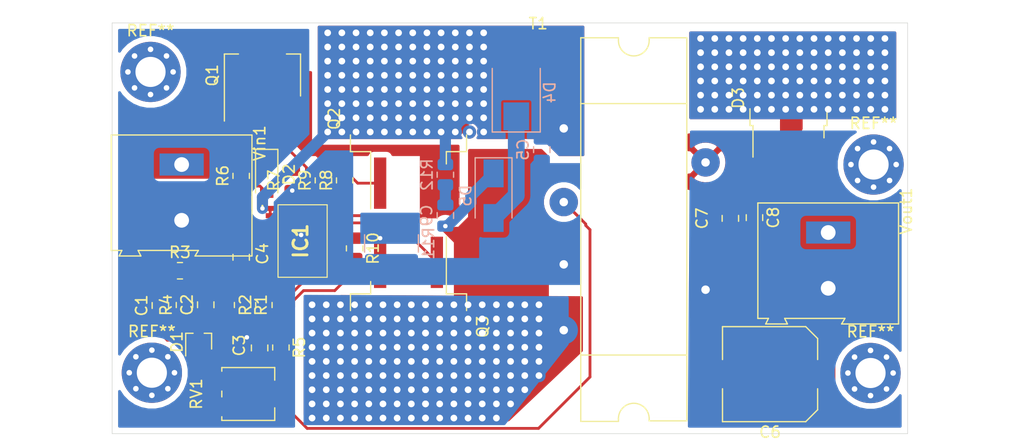
<source format=kicad_pcb>
(kicad_pcb (version 20171130) (host pcbnew "(5.1.8)-1")

  (general
    (thickness 1.6)
    (drawings 4)
    (tracks 494)
    (zones 0)
    (modules 38)
    (nets 28)
  )

  (page A4)
  (layers
    (0 F.Cu signal)
    (31 B.Cu signal)
    (32 B.Adhes user)
    (33 F.Adhes user)
    (34 B.Paste user)
    (35 F.Paste user)
    (36 B.SilkS user)
    (37 F.SilkS user)
    (38 B.Mask user)
    (39 F.Mask user)
    (40 Dwgs.User user)
    (41 Cmts.User user)
    (42 Eco1.User user)
    (43 Eco2.User user)
    (44 Edge.Cuts user)
    (45 Margin user)
    (46 B.CrtYd user)
    (47 F.CrtYd user)
    (48 B.Fab user)
    (49 F.Fab user)
  )

  (setup
    (last_trace_width 0.25)
    (user_trace_width 1)
    (user_trace_width 1.5)
    (trace_clearance 0.2)
    (zone_clearance 0.508)
    (zone_45_only no)
    (trace_min 0.2)
    (via_size 0.8)
    (via_drill 0.4)
    (via_min_size 0.4)
    (via_min_drill 0.3)
    (uvia_size 0.3)
    (uvia_drill 0.1)
    (uvias_allowed no)
    (uvia_min_size 0.2)
    (uvia_min_drill 0.1)
    (edge_width 0.05)
    (segment_width 0.2)
    (pcb_text_width 0.3)
    (pcb_text_size 1.5 1.5)
    (mod_edge_width 0.12)
    (mod_text_size 1 1)
    (mod_text_width 0.15)
    (pad_size 1.2 4.5)
    (pad_drill 0)
    (pad_to_mask_clearance 0)
    (aux_axis_origin 0 0)
    (visible_elements 7FFFFFFF)
    (pcbplotparams
      (layerselection 0x010fc_ffffffff)
      (usegerberextensions false)
      (usegerberattributes true)
      (usegerberadvancedattributes true)
      (creategerberjobfile true)
      (excludeedgelayer true)
      (linewidth 0.100000)
      (plotframeref false)
      (viasonmask false)
      (mode 1)
      (useauxorigin false)
      (hpglpennumber 1)
      (hpglpenspeed 20)
      (hpglpendiameter 15.000000)
      (psnegative false)
      (psa4output false)
      (plotreference true)
      (plotvalue true)
      (plotinvisibletext false)
      (padsonsilk false)
      (subtractmaskfromsilk false)
      (outputformat 3)
      (mirror false)
      (drillshape 0)
      (scaleselection 1)
      (outputdirectory ""))
  )

  (net 0 "")
  (net 1 GND1)
  (net 2 "Net-(C1-Pad1)")
  (net 3 "Net-(C2-Pad1)")
  (net 4 "Net-(C3-Pad2)")
  (net 5 "Net-(C4-Pad1)")
  (net 6 V_in)
  (net 7 "Net-(C6-Pad2)")
  (net 8 "Net-(C6-Pad1)")
  (net 9 "Net-(D1-Pad2)")
  (net 10 V_FB)
  (net 11 "Net-(D2-Pad2)")
  (net 12 "Net-(D2-Pad1)")
  (net 13 "Net-(D3-Pad2)")
  (net 14 "Net-(IC1-Pad10)")
  (net 15 "Net-(IC1-Pad11)")
  (net 16 "Net-(IC1-Pad12)")
  (net 17 "Net-(IC1-Pad13)")
  (net 18 "Net-(IC1-Pad14)")
  (net 19 "Net-(IC1-Pad18)")
  (net 20 "Net-(IC1-Pad19)")
  (net 21 "Net-(Q1-Pad3)")
  (net 22 "Net-(Q1-Pad2)")
  (net 23 "Net-(R1-Pad2)")
  (net 24 "Net-(C9-Pad2)")
  (net 25 "Net-(C9-Pad1)")
  (net 26 "Net-(D4-Pad1)")
  (net 27 "Net-(D3-Pad1)")

  (net_class Default "This is the default net class."
    (clearance 0.2)
    (trace_width 0.25)
    (via_dia 0.8)
    (via_drill 0.4)
    (uvia_dia 0.3)
    (uvia_drill 0.1)
    (add_net GND1)
    (add_net "Net-(C1-Pad1)")
    (add_net "Net-(C2-Pad1)")
    (add_net "Net-(C3-Pad2)")
    (add_net "Net-(C4-Pad1)")
    (add_net "Net-(C6-Pad1)")
    (add_net "Net-(C6-Pad2)")
    (add_net "Net-(C9-Pad1)")
    (add_net "Net-(C9-Pad2)")
    (add_net "Net-(D1-Pad2)")
    (add_net "Net-(D2-Pad1)")
    (add_net "Net-(D2-Pad2)")
    (add_net "Net-(D3-Pad1)")
    (add_net "Net-(D4-Pad1)")
    (add_net "Net-(IC1-Pad10)")
    (add_net "Net-(IC1-Pad11)")
    (add_net "Net-(IC1-Pad12)")
    (add_net "Net-(IC1-Pad13)")
    (add_net "Net-(IC1-Pad14)")
    (add_net "Net-(IC1-Pad18)")
    (add_net "Net-(IC1-Pad19)")
    (add_net "Net-(Q1-Pad2)")
    (add_net "Net-(Q1-Pad3)")
    (add_net "Net-(R1-Pad2)")
    (add_net V_FB)
    (add_net V_in)
  )

  (net_class T_1.5 ""
    (clearance 0.2)
    (trace_width 1.5)
    (via_dia 1)
    (via_drill 0.6)
    (uvia_dia 0.3)
    (uvia_drill 0.1)
  )

  (module Resistor_SMD:R_1218_3246Metric_Pad1.22x4.75mm_HandSolder (layer B.Cu) (tedit 5F68FEEE) (tstamp 608D20BE)
    (at 101.092 42.3795 90)
    (descr "Resistor SMD 1218 (3246 Metric), square (rectangular) end terminal, IPC_7351 nominal with elongated pad for handsoldering. (Body size source: https://www.vishay.com/docs/20035/dcrcwe3.pdf), generated with kicad-footprint-generator")
    (tags "resistor handsolder")
    (path /60902BA9)
    (attr smd)
    (fp_text reference R11 (at 0 3.32 270) (layer B.SilkS)
      (effects (font (size 1 1) (thickness 0.15)) (justify mirror))
    )
    (fp_text value 30m (at 0 -3.32 270) (layer B.Fab)
      (effects (font (size 1 1) (thickness 0.15)) (justify mirror))
    )
    (fp_text user %R (at 0 0 270) (layer B.Fab)
      (effects (font (size 0.8 0.8) (thickness 0.12)) (justify mirror))
    )
    (fp_line (start -1.6 -2.3) (end -1.6 2.3) (layer B.Fab) (width 0.1))
    (fp_line (start -1.6 2.3) (end 1.6 2.3) (layer B.Fab) (width 0.1))
    (fp_line (start 1.6 2.3) (end 1.6 -2.3) (layer B.Fab) (width 0.1))
    (fp_line (start 1.6 -2.3) (end -1.6 -2.3) (layer B.Fab) (width 0.1))
    (fp_line (start -0.777064 2.41) (end 0.777064 2.41) (layer B.SilkS) (width 0.12))
    (fp_line (start -0.777064 -2.41) (end 0.777064 -2.41) (layer B.SilkS) (width 0.12))
    (fp_line (start -2.42 -2.62) (end -2.42 2.62) (layer B.CrtYd) (width 0.05))
    (fp_line (start -2.42 2.62) (end 2.42 2.62) (layer B.CrtYd) (width 0.05))
    (fp_line (start 2.42 2.62) (end 2.42 -2.62) (layer B.CrtYd) (width 0.05))
    (fp_line (start 2.42 -2.62) (end -2.42 -2.62) (layer B.CrtYd) (width 0.05))
    (pad 2 smd roundrect (at 1.5625 0 90) (size 1.225 4.75) (layers B.Cu B.Paste B.Mask) (roundrect_rratio 0.204082)
      (net 19 "Net-(IC1-Pad18)"))
    (pad 1 smd roundrect (at -1.5625 0 90) (size 1.225 4.75) (layers B.Cu B.Paste B.Mask) (roundrect_rratio 0.204082)
      (net 1 GND1))
    (model ${KISYS3DMOD}/Resistor_SMD.3dshapes/R_1218_3246Metric.wrl
      (at (xyz 0 0 0))
      (scale (xyz 1 1 1))
      (rotate (xyz 0 0 0))
    )
  )

  (module Package_TO_SOT_SMD:TO-263-2 (layer F.Cu) (tedit 5A70FB7B) (tstamp 608DA27E)
    (at 102.616 31.2 90)
    (descr "TO-263 / D2PAK / DDPAK SMD package, http://www.infineon.com/cms/en/product/packages/PG-TO263/PG-TO263-3-1/")
    (tags "D2PAK DDPAK TO-263 D2PAK-3 TO-263-3 SOT-404")
    (path /608D30F5)
    (attr smd)
    (fp_text reference Q2 (at 0 -6.65 90) (layer F.SilkS)
      (effects (font (size 1 1) (thickness 0.15)))
    )
    (fp_text value IXTA10P50P (at 0 6.65 90) (layer F.Fab)
      (effects (font (size 1 1) (thickness 0.15)))
    )
    (fp_line (start 8.32 -5.65) (end -8.32 -5.65) (layer F.CrtYd) (width 0.05))
    (fp_line (start 8.32 5.65) (end 8.32 -5.65) (layer F.CrtYd) (width 0.05))
    (fp_line (start -8.32 5.65) (end 8.32 5.65) (layer F.CrtYd) (width 0.05))
    (fp_line (start -8.32 -5.65) (end -8.32 5.65) (layer F.CrtYd) (width 0.05))
    (fp_line (start -2.95 3.39) (end -4.05 3.39) (layer F.SilkS) (width 0.12))
    (fp_line (start -2.95 5.2) (end -2.95 3.39) (layer F.SilkS) (width 0.12))
    (fp_line (start -1.45 5.2) (end -2.95 5.2) (layer F.SilkS) (width 0.12))
    (fp_line (start -2.95 -3.39) (end -8.075 -3.39) (layer F.SilkS) (width 0.12))
    (fp_line (start -2.95 -5.2) (end -2.95 -3.39) (layer F.SilkS) (width 0.12))
    (fp_line (start -1.45 -5.2) (end -2.95 -5.2) (layer F.SilkS) (width 0.12))
    (fp_line (start -7.45 3.04) (end -2.75 3.04) (layer F.Fab) (width 0.1))
    (fp_line (start -7.45 2.04) (end -7.45 3.04) (layer F.Fab) (width 0.1))
    (fp_line (start -2.75 2.04) (end -7.45 2.04) (layer F.Fab) (width 0.1))
    (fp_line (start -7.45 -2.04) (end -2.75 -2.04) (layer F.Fab) (width 0.1))
    (fp_line (start -7.45 -3.04) (end -7.45 -2.04) (layer F.Fab) (width 0.1))
    (fp_line (start -2.75 -3.04) (end -7.45 -3.04) (layer F.Fab) (width 0.1))
    (fp_line (start -1.75 -5) (end 6.5 -5) (layer F.Fab) (width 0.1))
    (fp_line (start -2.75 -4) (end -1.75 -5) (layer F.Fab) (width 0.1))
    (fp_line (start -2.75 5) (end -2.75 -4) (layer F.Fab) (width 0.1))
    (fp_line (start 6.5 5) (end -2.75 5) (layer F.Fab) (width 0.1))
    (fp_line (start 6.5 -5) (end 6.5 5) (layer F.Fab) (width 0.1))
    (fp_line (start 7.5 5) (end 6.5 5) (layer F.Fab) (width 0.1))
    (fp_line (start 7.5 -5) (end 7.5 5) (layer F.Fab) (width 0.1))
    (fp_line (start 6.5 -5) (end 7.5 -5) (layer F.Fab) (width 0.1))
    (fp_text user %R (at 0 0 90) (layer F.Fab)
      (effects (font (size 1 1) (thickness 0.15)))
    )
    (pad "" smd rect (at 0.95 2.775 90) (size 4.55 5.25) (layers F.Paste))
    (pad "" smd rect (at 5.8 -2.775 90) (size 4.55 5.25) (layers F.Paste))
    (pad "" smd rect (at 0.95 -2.775 90) (size 4.55 5.25) (layers F.Paste))
    (pad "" smd rect (at 5.8 2.775 90) (size 4.55 5.25) (layers F.Paste))
    (pad 2 smd rect (at 3.375 0 90) (size 9.4 10.8) (layers F.Cu F.Mask)
      (net 6 V_in))
    (pad 3 smd rect (at -5.775 2.54 90) (size 4.6 1.1) (layers F.Cu F.Paste F.Mask)
      (net 21 "Net-(Q1-Pad3)"))
    (pad 1 smd rect (at -5.775 -2.54 90) (size 4.6 1.1) (layers F.Cu F.Paste F.Mask)
      (net 22 "Net-(Q1-Pad2)"))
    (model ${KISYS3DMOD}/Package_TO_SOT_SMD.3dshapes/TO-263-2.wrl
      (at (xyz 0 0 0))
      (scale (xyz 1 1 1))
      (rotate (xyz 0 0 0))
    )
  )

  (module MountingHole:MountingHole_2.7mm_M2.5_Pad_Via (layer F.Cu) (tedit 56DDBBFF) (tstamp 608D23EE)
    (at 144 54)
    (descr "Mounting Hole 2.7mm")
    (tags "mounting hole 2.7mm")
    (attr virtual)
    (fp_text reference REF** (at 0 -3.7) (layer F.SilkS)
      (effects (font (size 1 1) (thickness 0.15)))
    )
    (fp_text value MountingHole_2.7mm_M2.5_Pad_Via (at 0 3.7) (layer F.Fab)
      (effects (font (size 1 1) (thickness 0.15)))
    )
    (fp_text user %R (at 0.3 0) (layer F.Fab)
      (effects (font (size 1 1) (thickness 0.15)))
    )
    (fp_circle (center 0 0) (end 2.7 0) (layer Cmts.User) (width 0.15))
    (fp_circle (center 0 0) (end 2.95 0) (layer F.CrtYd) (width 0.05))
    (pad 1 thru_hole circle (at 1.431891 -1.431891) (size 0.8 0.8) (drill 0.5) (layers *.Cu *.Mask))
    (pad 1 thru_hole circle (at 0 -2.025) (size 0.8 0.8) (drill 0.5) (layers *.Cu *.Mask))
    (pad 1 thru_hole circle (at -1.431891 -1.431891) (size 0.8 0.8) (drill 0.5) (layers *.Cu *.Mask))
    (pad 1 thru_hole circle (at -2.025 0) (size 0.8 0.8) (drill 0.5) (layers *.Cu *.Mask))
    (pad 1 thru_hole circle (at -1.431891 1.431891) (size 0.8 0.8) (drill 0.5) (layers *.Cu *.Mask))
    (pad 1 thru_hole circle (at 0 2.025) (size 0.8 0.8) (drill 0.5) (layers *.Cu *.Mask))
    (pad 1 thru_hole circle (at 1.431891 1.431891) (size 0.8 0.8) (drill 0.5) (layers *.Cu *.Mask))
    (pad 1 thru_hole circle (at 2.025 0) (size 0.8 0.8) (drill 0.5) (layers *.Cu *.Mask))
    (pad 1 thru_hole circle (at 0 0) (size 5.4 5.4) (drill 2.7) (layers *.Cu *.Mask))
  )

  (module MountingHole:MountingHole_2.7mm_M2.5_Pad_Via (layer F.Cu) (tedit 56DDBBFF) (tstamp 608F5715)
    (at 79.629 53.975)
    (descr "Mounting Hole 2.7mm")
    (tags "mounting hole 2.7mm")
    (attr virtual)
    (fp_text reference REF** (at 0 -3.7) (layer F.SilkS)
      (effects (font (size 1 1) (thickness 0.15)))
    )
    (fp_text value MountingHole_2.7mm_M2.5_Pad_Via (at 0 3.7) (layer F.Fab)
      (effects (font (size 1 1) (thickness 0.15)))
    )
    (fp_text user %R (at 0.3 0) (layer F.Fab)
      (effects (font (size 1 1) (thickness 0.15)))
    )
    (fp_circle (center 0 0) (end 2.7 0) (layer Cmts.User) (width 0.15))
    (fp_circle (center 0 0) (end 2.95 0) (layer F.CrtYd) (width 0.05))
    (pad 1 thru_hole circle (at 1.431891 -1.431891) (size 0.8 0.8) (drill 0.5) (layers *.Cu *.Mask))
    (pad 1 thru_hole circle (at 0 -2.025) (size 0.8 0.8) (drill 0.5) (layers *.Cu *.Mask))
    (pad 1 thru_hole circle (at -1.431891 -1.431891) (size 0.8 0.8) (drill 0.5) (layers *.Cu *.Mask))
    (pad 1 thru_hole circle (at -2.025 0) (size 0.8 0.8) (drill 0.5) (layers *.Cu *.Mask))
    (pad 1 thru_hole circle (at -1.431891 1.431891) (size 0.8 0.8) (drill 0.5) (layers *.Cu *.Mask))
    (pad 1 thru_hole circle (at 0 2.025) (size 0.8 0.8) (drill 0.5) (layers *.Cu *.Mask))
    (pad 1 thru_hole circle (at 1.431891 1.431891) (size 0.8 0.8) (drill 0.5) (layers *.Cu *.Mask))
    (pad 1 thru_hole circle (at 2.025 0) (size 0.8 0.8) (drill 0.5) (layers *.Cu *.Mask))
    (pad 1 thru_hole circle (at 0 0) (size 5.4 5.4) (drill 2.7) (layers *.Cu *.Mask))
  )

  (module MountingHole:MountingHole_2.7mm_M2.5_Pad_Via (layer F.Cu) (tedit 56DDBBFF) (tstamp 608D2356)
    (at 79.509 27)
    (descr "Mounting Hole 2.7mm")
    (tags "mounting hole 2.7mm")
    (attr virtual)
    (fp_text reference REF** (at 0 -3.7) (layer F.SilkS)
      (effects (font (size 1 1) (thickness 0.15)))
    )
    (fp_text value MountingHole_2.7mm_M2.5_Pad_Via (at 0 3.7) (layer F.Fab)
      (effects (font (size 1 1) (thickness 0.15)))
    )
    (fp_text user %R (at 0.3 0) (layer F.Fab)
      (effects (font (size 1 1) (thickness 0.15)))
    )
    (fp_circle (center 0 0) (end 2.7 0) (layer Cmts.User) (width 0.15))
    (fp_circle (center 0 0) (end 2.95 0) (layer F.CrtYd) (width 0.05))
    (pad 1 thru_hole circle (at 1.431891 -1.431891) (size 0.8 0.8) (drill 0.5) (layers *.Cu *.Mask))
    (pad 1 thru_hole circle (at 0 -2.025) (size 0.8 0.8) (drill 0.5) (layers *.Cu *.Mask))
    (pad 1 thru_hole circle (at -1.431891 -1.431891) (size 0.8 0.8) (drill 0.5) (layers *.Cu *.Mask))
    (pad 1 thru_hole circle (at -2.025 0) (size 0.8 0.8) (drill 0.5) (layers *.Cu *.Mask))
    (pad 1 thru_hole circle (at -1.431891 1.431891) (size 0.8 0.8) (drill 0.5) (layers *.Cu *.Mask))
    (pad 1 thru_hole circle (at 0 2.025) (size 0.8 0.8) (drill 0.5) (layers *.Cu *.Mask))
    (pad 1 thru_hole circle (at 1.431891 1.431891) (size 0.8 0.8) (drill 0.5) (layers *.Cu *.Mask))
    (pad 1 thru_hole circle (at 2.025 0) (size 0.8 0.8) (drill 0.5) (layers *.Cu *.Mask))
    (pad 1 thru_hole circle (at 0 0) (size 5.4 5.4) (drill 2.7) (layers *.Cu *.Mask))
  )

  (module MountingHole:MountingHole_2.7mm_M2.5_Pad_Via (layer F.Cu) (tedit 56DDBBFF) (tstamp 608D230A)
    (at 144.272 35.306)
    (descr "Mounting Hole 2.7mm")
    (tags "mounting hole 2.7mm")
    (attr virtual)
    (fp_text reference REF** (at 0 -3.7) (layer F.SilkS)
      (effects (font (size 1 1) (thickness 0.15)))
    )
    (fp_text value MountingHole_2.7mm_M2.5_Pad_Via (at 0 3.7) (layer F.Fab)
      (effects (font (size 1 1) (thickness 0.15)))
    )
    (fp_text user %R (at 0.3 0) (layer F.Fab)
      (effects (font (size 1 1) (thickness 0.15)))
    )
    (fp_circle (center 0 0) (end 2.7 0) (layer Cmts.User) (width 0.15))
    (fp_circle (center 0 0) (end 2.95 0) (layer F.CrtYd) (width 0.05))
    (pad 1 thru_hole circle (at 1.431891 -1.431891) (size 0.8 0.8) (drill 0.5) (layers *.Cu *.Mask))
    (pad 1 thru_hole circle (at 0 -2.025) (size 0.8 0.8) (drill 0.5) (layers *.Cu *.Mask))
    (pad 1 thru_hole circle (at -1.431891 -1.431891) (size 0.8 0.8) (drill 0.5) (layers *.Cu *.Mask))
    (pad 1 thru_hole circle (at -2.025 0) (size 0.8 0.8) (drill 0.5) (layers *.Cu *.Mask))
    (pad 1 thru_hole circle (at -1.431891 1.431891) (size 0.8 0.8) (drill 0.5) (layers *.Cu *.Mask))
    (pad 1 thru_hole circle (at 0 2.025) (size 0.8 0.8) (drill 0.5) (layers *.Cu *.Mask))
    (pad 1 thru_hole circle (at 1.431891 1.431891) (size 0.8 0.8) (drill 0.5) (layers *.Cu *.Mask))
    (pad 1 thru_hole circle (at 2.025 0) (size 0.8 0.8) (drill 0.5) (layers *.Cu *.Mask))
    (pad 1 thru_hole circle (at 0 0) (size 5.4 5.4) (drill 2.7) (layers *.Cu *.Mask))
  )

  (module Resistor_SMD:R_0805_2012Metric (layer B.Cu) (tedit 5F68FEEE) (tstamp 608D7541)
    (at 105.918 36.2185 270)
    (descr "Resistor SMD 0805 (2012 Metric), square (rectangular) end terminal, IPC_7351 nominal, (Body size source: IPC-SM-782 page 72, https://www.pcb-3d.com/wordpress/wp-content/uploads/ipc-sm-782a_amendment_1_and_2.pdf), generated with kicad-footprint-generator")
    (tags resistor)
    (path /609E94AB)
    (attr smd)
    (fp_text reference R12 (at 0 1.65 90) (layer B.SilkS)
      (effects (font (size 1 1) (thickness 0.15)) (justify mirror))
    )
    (fp_text value 25 (at 0 -1.65 90) (layer B.Fab)
      (effects (font (size 1 1) (thickness 0.15)) (justify mirror))
    )
    (fp_line (start 1.68 -0.95) (end -1.68 -0.95) (layer B.CrtYd) (width 0.05))
    (fp_line (start 1.68 0.95) (end 1.68 -0.95) (layer B.CrtYd) (width 0.05))
    (fp_line (start -1.68 0.95) (end 1.68 0.95) (layer B.CrtYd) (width 0.05))
    (fp_line (start -1.68 -0.95) (end -1.68 0.95) (layer B.CrtYd) (width 0.05))
    (fp_line (start -0.227064 -0.735) (end 0.227064 -0.735) (layer B.SilkS) (width 0.12))
    (fp_line (start -0.227064 0.735) (end 0.227064 0.735) (layer B.SilkS) (width 0.12))
    (fp_line (start 1 -0.625) (end -1 -0.625) (layer B.Fab) (width 0.1))
    (fp_line (start 1 0.625) (end 1 -0.625) (layer B.Fab) (width 0.1))
    (fp_line (start -1 0.625) (end 1 0.625) (layer B.Fab) (width 0.1))
    (fp_line (start -1 -0.625) (end -1 0.625) (layer B.Fab) (width 0.1))
    (fp_text user %R (at 0 0 90) (layer B.Fab)
      (effects (font (size 0.5 0.5) (thickness 0.08)) (justify mirror))
    )
    (pad 2 smd roundrect (at 0.9125 0 270) (size 1.025 1.4) (layers B.Cu B.Paste B.Mask) (roundrect_rratio 0.243902)
      (net 25 "Net-(C9-Pad1)"))
    (pad 1 smd roundrect (at -0.9125 0 270) (size 1.025 1.4) (layers B.Cu B.Paste B.Mask) (roundrect_rratio 0.243902)
      (net 6 V_in))
    (model ${KISYS3DMOD}/Resistor_SMD.3dshapes/R_0805_2012Metric.wrl
      (at (xyz 0 0 0))
      (scale (xyz 1 1 1))
      (rotate (xyz 0 0 0))
    )
  )

  (module Diode_SMD:D_SMA (layer B.Cu) (tedit 586432E5) (tstamp 608D72D0)
    (at 110.236 38.1 270)
    (descr "Diode SMA (DO-214AC)")
    (tags "Diode SMA (DO-214AC)")
    (path /609E0373)
    (attr smd)
    (fp_text reference D5 (at 0 2.5 90) (layer B.SilkS)
      (effects (font (size 1 1) (thickness 0.15)) (justify mirror))
    )
    (fp_text value STD12100TR (at 0 -2.6 90) (layer B.Fab)
      (effects (font (size 1 1) (thickness 0.15)) (justify mirror))
    )
    (fp_line (start -3.4 1.65) (end 2 1.65) (layer B.SilkS) (width 0.12))
    (fp_line (start -3.4 -1.65) (end 2 -1.65) (layer B.SilkS) (width 0.12))
    (fp_line (start -0.64944 -0.00102) (end 0.50118 0.79908) (layer B.Fab) (width 0.1))
    (fp_line (start -0.64944 -0.00102) (end 0.50118 -0.75032) (layer B.Fab) (width 0.1))
    (fp_line (start 0.50118 -0.75032) (end 0.50118 0.79908) (layer B.Fab) (width 0.1))
    (fp_line (start -0.64944 0.79908) (end -0.64944 -0.80112) (layer B.Fab) (width 0.1))
    (fp_line (start 0.50118 -0.00102) (end 1.4994 -0.00102) (layer B.Fab) (width 0.1))
    (fp_line (start -0.64944 -0.00102) (end -1.55114 -0.00102) (layer B.Fab) (width 0.1))
    (fp_line (start -3.5 -1.75) (end -3.5 1.75) (layer B.CrtYd) (width 0.05))
    (fp_line (start 3.5 -1.75) (end -3.5 -1.75) (layer B.CrtYd) (width 0.05))
    (fp_line (start 3.5 1.75) (end 3.5 -1.75) (layer B.CrtYd) (width 0.05))
    (fp_line (start -3.5 1.75) (end 3.5 1.75) (layer B.CrtYd) (width 0.05))
    (fp_line (start 2.3 1.5) (end -2.3 1.5) (layer B.Fab) (width 0.1))
    (fp_line (start 2.3 1.5) (end 2.3 -1.5) (layer B.Fab) (width 0.1))
    (fp_line (start -2.3 -1.5) (end -2.3 1.5) (layer B.Fab) (width 0.1))
    (fp_line (start 2.3 -1.5) (end -2.3 -1.5) (layer B.Fab) (width 0.1))
    (fp_line (start -3.4 1.65) (end -3.4 -1.65) (layer B.SilkS) (width 0.12))
    (fp_text user %R (at 0 2.5 90) (layer B.Fab)
      (effects (font (size 1 1) (thickness 0.15)) (justify mirror))
    )
    (pad 2 smd rect (at 2 0 270) (size 2.5 1.8) (layers B.Cu B.Paste B.Mask)
      (net 26 "Net-(D4-Pad1)"))
    (pad 1 smd rect (at -2 0 270) (size 2.5 1.8) (layers B.Cu B.Paste B.Mask)
      (net 24 "Net-(C9-Pad2)"))
    (model ${KISYS3DMOD}/Diode_SMD.3dshapes/D_SMA.wrl
      (at (xyz 0 0 0))
      (scale (xyz 1 1 1))
      (rotate (xyz 0 0 0))
    )
  )

  (module Diode_SMD:D_SMB (layer B.Cu) (tedit 58645DF3) (tstamp 608D72B8)
    (at 112.268 28.838 90)
    (descr "Diode SMB (DO-214AA)")
    (tags "Diode SMB (DO-214AA)")
    (path /609DADCA)
    (attr smd)
    (fp_text reference D4 (at 0 3 270) (layer B.SilkS)
      (effects (font (size 1 1) (thickness 0.15)) (justify mirror))
    )
    (fp_text value BZT52-C51X (at 0 -3.1 270) (layer B.Fab)
      (effects (font (size 1 1) (thickness 0.15)) (justify mirror))
    )
    (fp_line (start -3.55 2.15) (end 2.15 2.15) (layer B.SilkS) (width 0.12))
    (fp_line (start -3.55 -2.15) (end 2.15 -2.15) (layer B.SilkS) (width 0.12))
    (fp_line (start -0.64944 -0.00102) (end 0.50118 0.79908) (layer B.Fab) (width 0.1))
    (fp_line (start -0.64944 -0.00102) (end 0.50118 -0.75032) (layer B.Fab) (width 0.1))
    (fp_line (start 0.50118 -0.75032) (end 0.50118 0.79908) (layer B.Fab) (width 0.1))
    (fp_line (start -0.64944 0.79908) (end -0.64944 -0.80112) (layer B.Fab) (width 0.1))
    (fp_line (start 0.50118 -0.00102) (end 1.4994 -0.00102) (layer B.Fab) (width 0.1))
    (fp_line (start -0.64944 -0.00102) (end -1.55114 -0.00102) (layer B.Fab) (width 0.1))
    (fp_line (start -3.65 -2.25) (end -3.65 2.25) (layer B.CrtYd) (width 0.05))
    (fp_line (start 3.65 -2.25) (end -3.65 -2.25) (layer B.CrtYd) (width 0.05))
    (fp_line (start 3.65 2.25) (end 3.65 -2.25) (layer B.CrtYd) (width 0.05))
    (fp_line (start -3.65 2.25) (end 3.65 2.25) (layer B.CrtYd) (width 0.05))
    (fp_line (start 2.3 2) (end -2.3 2) (layer B.Fab) (width 0.1))
    (fp_line (start 2.3 2) (end 2.3 -2) (layer B.Fab) (width 0.1))
    (fp_line (start -2.3 -2) (end -2.3 2) (layer B.Fab) (width 0.1))
    (fp_line (start 2.3 -2) (end -2.3 -2) (layer B.Fab) (width 0.1))
    (fp_line (start -3.55 2.15) (end -3.55 -2.15) (layer B.SilkS) (width 0.12))
    (fp_text user %R (at 0 3 270) (layer B.Fab)
      (effects (font (size 1 1) (thickness 0.15)) (justify mirror))
    )
    (pad 2 smd rect (at 2.15 0 90) (size 2.5 2.3) (layers B.Cu B.Paste B.Mask)
      (net 6 V_in))
    (pad 1 smd rect (at -2.15 0 90) (size 2.5 2.3) (layers B.Cu B.Paste B.Mask)
      (net 26 "Net-(D4-Pad1)"))
    (model ${KISYS3DMOD}/Diode_SMD.3dshapes/D_SMB.wrl
      (at (xyz 0 0 0))
      (scale (xyz 1 1 1))
      (rotate (xyz 0 0 0))
    )
  )

  (module Capacitor_SMD:C_0805_2012Metric (layer B.Cu) (tedit 5F68FEEE) (tstamp 608D7202)
    (at 105.918 39.878 270)
    (descr "Capacitor SMD 0805 (2012 Metric), square (rectangular) end terminal, IPC_7351 nominal, (Body size source: IPC-SM-782 page 76, https://www.pcb-3d.com/wordpress/wp-content/uploads/ipc-sm-782a_amendment_1_and_2.pdf, https://docs.google.com/spreadsheets/d/1BsfQQcO9C6DZCsRaXUlFlo91Tg2WpOkGARC1WS5S8t0/edit?usp=sharing), generated with kicad-footprint-generator")
    (tags capacitor)
    (path /609E4DE5)
    (attr smd)
    (fp_text reference C9 (at 0 1.68 90) (layer B.SilkS)
      (effects (font (size 1 1) (thickness 0.15)) (justify mirror))
    )
    (fp_text value 91p (at 0 -1.68 90) (layer B.Fab)
      (effects (font (size 1 1) (thickness 0.15)) (justify mirror))
    )
    (fp_line (start 1.7 -0.98) (end -1.7 -0.98) (layer B.CrtYd) (width 0.05))
    (fp_line (start 1.7 0.98) (end 1.7 -0.98) (layer B.CrtYd) (width 0.05))
    (fp_line (start -1.7 0.98) (end 1.7 0.98) (layer B.CrtYd) (width 0.05))
    (fp_line (start -1.7 -0.98) (end -1.7 0.98) (layer B.CrtYd) (width 0.05))
    (fp_line (start -0.261252 -0.735) (end 0.261252 -0.735) (layer B.SilkS) (width 0.12))
    (fp_line (start -0.261252 0.735) (end 0.261252 0.735) (layer B.SilkS) (width 0.12))
    (fp_line (start 1 -0.625) (end -1 -0.625) (layer B.Fab) (width 0.1))
    (fp_line (start 1 0.625) (end 1 -0.625) (layer B.Fab) (width 0.1))
    (fp_line (start -1 0.625) (end 1 0.625) (layer B.Fab) (width 0.1))
    (fp_line (start -1 -0.625) (end -1 0.625) (layer B.Fab) (width 0.1))
    (fp_text user %R (at 0 0 90) (layer B.Fab)
      (effects (font (size 0.5 0.5) (thickness 0.08)) (justify mirror))
    )
    (pad 2 smd roundrect (at 0.95 0 270) (size 1 1.45) (layers B.Cu B.Paste B.Mask) (roundrect_rratio 0.25)
      (net 24 "Net-(C9-Pad2)"))
    (pad 1 smd roundrect (at -0.95 0 270) (size 1 1.45) (layers B.Cu B.Paste B.Mask) (roundrect_rratio 0.25)
      (net 25 "Net-(C9-Pad1)"))
    (model ${KISYS3DMOD}/Capacitor_SMD.3dshapes/C_0805_2012Metric.wrl
      (at (xyz 0 0 0))
      (scale (xyz 1 1 1))
      (rotate (xyz 0 0 0))
    )
  )

  (module TerminalBlock:TerminalBlock_Altech_AK300-2_P5.00mm (layer F.Cu) (tedit 59FF0306) (tstamp 608EBE59)
    (at 140.208 41.402 270)
    (descr "Altech AK300 terminal block, pitch 5.0mm, 45 degree angled, see http://www.mouser.com/ds/2/16/PCBMETRC-24178.pdf")
    (tags "Altech AK300 terminal block pitch 5.0mm")
    (path /609877F0)
    (fp_text reference Vout1 (at -1.92 -6.99 90) (layer F.SilkS)
      (effects (font (size 1 1) (thickness 0.15)))
    )
    (fp_text value Screw_Terminal_01x02 (at 2.54 7.75 90) (layer F.Fab)
      (effects (font (size 1 1) (thickness 0.15)))
    )
    (fp_line (start 8.36 6.47) (end -2.83 6.47) (layer F.CrtYd) (width 0.05))
    (fp_line (start 8.36 6.47) (end 8.36 -6.47) (layer F.CrtYd) (width 0.05))
    (fp_line (start -2.83 -6.47) (end -2.83 6.47) (layer F.CrtYd) (width 0.05))
    (fp_line (start -2.83 -6.47) (end 8.36 -6.47) (layer F.CrtYd) (width 0.05))
    (fp_line (start 3.36 -0.25) (end 6.67 -0.25) (layer F.Fab) (width 0.1))
    (fp_line (start 2.98 -0.25) (end 3.36 -0.25) (layer F.Fab) (width 0.1))
    (fp_line (start 7.05 -0.25) (end 6.67 -0.25) (layer F.Fab) (width 0.1))
    (fp_line (start 6.67 -0.64) (end 3.36 -0.64) (layer F.Fab) (width 0.1))
    (fp_line (start 7.61 -0.64) (end 6.67 -0.64) (layer F.Fab) (width 0.1))
    (fp_line (start 1.66 -0.64) (end 3.36 -0.64) (layer F.Fab) (width 0.1))
    (fp_line (start -1.64 -0.64) (end 1.66 -0.64) (layer F.Fab) (width 0.1))
    (fp_line (start -2.58 -0.64) (end -1.64 -0.64) (layer F.Fab) (width 0.1))
    (fp_line (start 1.66 -0.25) (end -1.64 -0.25) (layer F.Fab) (width 0.1))
    (fp_line (start 2.04 -0.25) (end 1.66 -0.25) (layer F.Fab) (width 0.1))
    (fp_line (start -2.02 -0.25) (end -1.64 -0.25) (layer F.Fab) (width 0.1))
    (fp_line (start -1.49 -4.32) (end 1.56 -4.95) (layer F.Fab) (width 0.1))
    (fp_line (start -1.62 -4.45) (end 1.44 -5.08) (layer F.Fab) (width 0.1))
    (fp_line (start 3.52 -4.32) (end 6.56 -4.95) (layer F.Fab) (width 0.1))
    (fp_line (start 3.39 -4.45) (end 6.44 -5.08) (layer F.Fab) (width 0.1))
    (fp_line (start 2.04 -5.97) (end -2.02 -5.97) (layer F.Fab) (width 0.1))
    (fp_line (start -2.02 -3.43) (end -2.02 -5.97) (layer F.Fab) (width 0.1))
    (fp_line (start 2.04 -3.43) (end -2.02 -3.43) (layer F.Fab) (width 0.1))
    (fp_line (start 2.04 -3.43) (end 2.04 -5.97) (layer F.Fab) (width 0.1))
    (fp_line (start 7.05 -3.43) (end 2.98 -3.43) (layer F.Fab) (width 0.1))
    (fp_line (start 7.05 -5.97) (end 7.05 -3.43) (layer F.Fab) (width 0.1))
    (fp_line (start 2.98 -5.97) (end 7.05 -5.97) (layer F.Fab) (width 0.1))
    (fp_line (start 2.98 -3.43) (end 2.98 -5.97) (layer F.Fab) (width 0.1))
    (fp_line (start 7.61 -3.17) (end 7.61 -1.65) (layer F.Fab) (width 0.1))
    (fp_line (start -2.58 -3.17) (end -2.58 -6.22) (layer F.Fab) (width 0.1))
    (fp_line (start -2.58 -3.17) (end 7.61 -3.17) (layer F.Fab) (width 0.1))
    (fp_line (start 7.61 -0.64) (end 7.61 4.06) (layer F.Fab) (width 0.1))
    (fp_line (start 7.61 -1.65) (end 7.61 -0.64) (layer F.Fab) (width 0.1))
    (fp_line (start -2.58 -0.64) (end -2.58 -3.17) (layer F.Fab) (width 0.1))
    (fp_line (start -2.58 6.22) (end -2.58 -0.64) (layer F.Fab) (width 0.1))
    (fp_line (start 6.67 0.51) (end 6.28 0.51) (layer F.Fab) (width 0.1))
    (fp_line (start 3.36 0.51) (end 3.74 0.51) (layer F.Fab) (width 0.1))
    (fp_line (start 1.66 0.51) (end 1.28 0.51) (layer F.Fab) (width 0.1))
    (fp_line (start -1.64 0.51) (end -1.26 0.51) (layer F.Fab) (width 0.1))
    (fp_line (start -1.64 3.68) (end -1.64 0.51) (layer F.Fab) (width 0.1))
    (fp_line (start 1.66 3.68) (end -1.64 3.68) (layer F.Fab) (width 0.1))
    (fp_line (start 1.66 3.68) (end 1.66 0.51) (layer F.Fab) (width 0.1))
    (fp_line (start 3.36 3.68) (end 3.36 0.51) (layer F.Fab) (width 0.1))
    (fp_line (start 6.67 3.68) (end 3.36 3.68) (layer F.Fab) (width 0.1))
    (fp_line (start 6.67 3.68) (end 6.67 0.51) (layer F.Fab) (width 0.1))
    (fp_line (start -2.02 4.32) (end -2.02 6.22) (layer F.Fab) (width 0.1))
    (fp_line (start 2.04 4.32) (end 2.04 -0.25) (layer F.Fab) (width 0.1))
    (fp_line (start 2.04 4.32) (end -2.02 4.32) (layer F.Fab) (width 0.1))
    (fp_line (start 7.05 4.32) (end 7.05 6.22) (layer F.Fab) (width 0.1))
    (fp_line (start 2.98 4.32) (end 2.98 -0.25) (layer F.Fab) (width 0.1))
    (fp_line (start 2.98 4.32) (end 7.05 4.32) (layer F.Fab) (width 0.1))
    (fp_line (start -2.02 6.22) (end 2.04 6.22) (layer F.Fab) (width 0.1))
    (fp_line (start -2.58 6.22) (end -2.02 6.22) (layer F.Fab) (width 0.1))
    (fp_line (start -2.02 -0.25) (end -2.02 4.32) (layer F.Fab) (width 0.1))
    (fp_line (start 2.04 6.22) (end 2.98 6.22) (layer F.Fab) (width 0.1))
    (fp_line (start 2.04 6.22) (end 2.04 4.32) (layer F.Fab) (width 0.1))
    (fp_line (start 7.05 6.22) (end 7.61 6.22) (layer F.Fab) (width 0.1))
    (fp_line (start 2.98 6.22) (end 7.05 6.22) (layer F.Fab) (width 0.1))
    (fp_line (start 7.05 -0.25) (end 7.05 4.32) (layer F.Fab) (width 0.1))
    (fp_line (start 2.98 6.22) (end 2.98 4.32) (layer F.Fab) (width 0.1))
    (fp_line (start 8.11 3.81) (end 8.11 5.46) (layer F.Fab) (width 0.1))
    (fp_line (start 7.61 4.06) (end 7.61 5.21) (layer F.Fab) (width 0.1))
    (fp_line (start 8.11 3.81) (end 7.61 4.06) (layer F.Fab) (width 0.1))
    (fp_line (start 7.61 5.21) (end 7.61 6.22) (layer F.Fab) (width 0.1))
    (fp_line (start 8.11 5.46) (end 7.61 5.21) (layer F.Fab) (width 0.1))
    (fp_line (start 8.11 -1.4) (end 7.61 -1.65) (layer F.Fab) (width 0.1))
    (fp_line (start 8.11 -6.22) (end 8.11 -1.4) (layer F.Fab) (width 0.1))
    (fp_line (start 7.61 -6.22) (end 8.11 -6.22) (layer F.Fab) (width 0.1))
    (fp_line (start 7.61 -6.22) (end -2.58 -6.22) (layer F.Fab) (width 0.1))
    (fp_line (start 7.61 -6.22) (end 7.61 -3.17) (layer F.Fab) (width 0.1))
    (fp_line (start 3.74 2.54) (end 3.74 -0.25) (layer F.Fab) (width 0.1))
    (fp_line (start 3.74 -0.25) (end 6.28 -0.25) (layer F.Fab) (width 0.1))
    (fp_line (start 6.28 2.54) (end 6.28 -0.25) (layer F.Fab) (width 0.1))
    (fp_line (start 3.74 2.54) (end 6.28 2.54) (layer F.Fab) (width 0.1))
    (fp_line (start -1.26 2.54) (end -1.26 -0.25) (layer F.Fab) (width 0.1))
    (fp_line (start -1.26 -0.25) (end 1.28 -0.25) (layer F.Fab) (width 0.1))
    (fp_line (start 1.28 2.54) (end 1.28 -0.25) (layer F.Fab) (width 0.1))
    (fp_line (start -1.26 2.54) (end 1.28 2.54) (layer F.Fab) (width 0.1))
    (fp_line (start 8.2 -6.3) (end -2.65 -6.3) (layer F.SilkS) (width 0.12))
    (fp_line (start 8.2 -1.2) (end 8.2 -6.3) (layer F.SilkS) (width 0.12))
    (fp_line (start 7.7 -1.5) (end 8.2 -1.2) (layer F.SilkS) (width 0.12))
    (fp_line (start 7.7 3.9) (end 7.7 -1.5) (layer F.SilkS) (width 0.12))
    (fp_line (start 8.2 3.65) (end 7.7 3.9) (layer F.SilkS) (width 0.12))
    (fp_line (start 8.2 3.7) (end 8.2 3.65) (layer F.SilkS) (width 0.12))
    (fp_line (start 8.2 5.6) (end 8.2 3.7) (layer F.SilkS) (width 0.12))
    (fp_line (start 7.7 5.35) (end 8.2 5.6) (layer F.SilkS) (width 0.12))
    (fp_line (start 7.7 6.3) (end 7.7 5.35) (layer F.SilkS) (width 0.12))
    (fp_line (start -2.65 6.3) (end 7.7 6.3) (layer F.SilkS) (width 0.12))
    (fp_line (start -2.65 -6.3) (end -2.65 6.3) (layer F.SilkS) (width 0.12))
    (fp_arc (start -1.13 -4.65) (end -1.42 -4.13) (angle 104.2) (layer F.Fab) (width 0.1))
    (fp_arc (start -0.01 -3.71) (end -1.62 -5) (angle 100) (layer F.Fab) (width 0.1))
    (fp_arc (start 0.06 -6.07) (end 1.53 -4.12) (angle 75.5) (layer F.Fab) (width 0.1))
    (fp_arc (start 1.03 -4.59) (end 1.53 -5.05) (angle 90.5) (layer F.Fab) (width 0.1))
    (fp_arc (start 3.87 -4.65) (end 3.58 -4.13) (angle 104.2) (layer F.Fab) (width 0.1))
    (fp_arc (start 4.99 -3.71) (end 3.39 -5) (angle 100) (layer F.Fab) (width 0.1))
    (fp_arc (start 5.07 -6.07) (end 6.53 -4.12) (angle 75.5) (layer F.Fab) (width 0.1))
    (fp_arc (start 6.03 -4.59) (end 6.54 -5.05) (angle 90.5) (layer F.Fab) (width 0.1))
    (fp_text user %R (at 2.5 -2 90) (layer F.Fab)
      (effects (font (size 1 1) (thickness 0.15)))
    )
    (pad 2 thru_hole oval (at 5 0 270) (size 1.98 3.96) (drill 1.32) (layers *.Cu *.Mask)
      (net 7 "Net-(C6-Pad2)"))
    (pad 1 thru_hole rect (at 0 0 270) (size 1.98 3.96) (drill 1.32) (layers *.Cu *.Mask)
      (net 8 "Net-(C6-Pad1)"))
    (model ${KISYS3DMOD}/TerminalBlock.3dshapes/TerminalBlock_Altech_AK300-2_P5.00mm.wrl
      (at (xyz 0 0 0))
      (scale (xyz 1 1 1))
      (rotate (xyz 0 0 0))
    )
    (model "C:/Users/karab/OneDrive/Documents/GitHub/EE463_Project_Onur_Halis_Halid/PCB_Kicad/main/step_files/Screw Terminal Block 5mm 2-way.step"
      (offset (xyz 2.5 0 0))
      (scale (xyz 1 1 1))
      (rotate (xyz 90 -180 0))
    )
  )

  (module TerminalBlock:TerminalBlock_Altech_AK300-2_P5.00mm (layer F.Cu) (tedit 608CB78B) (tstamp 608E9CCD)
    (at 82.296 35.306 270)
    (descr "Altech AK300 terminal block, pitch 5.0mm, 45 degree angled, see http://www.mouser.com/ds/2/16/PCBMETRC-24178.pdf")
    (tags "Altech AK300 terminal block pitch 5.0mm")
    (path /608CC4CB)
    (fp_text reference Vin1 (at -1.92 -6.99 90) (layer F.SilkS)
      (effects (font (size 1 1) (thickness 0.15)))
    )
    (fp_text value Screw_Terminal_01x02 (at 2.78 7.75 90) (layer F.Fab)
      (effects (font (size 1 1) (thickness 0.15)))
    )
    (fp_line (start 8.36 6.47) (end -2.83 6.47) (layer F.CrtYd) (width 0.05))
    (fp_line (start 8.36 6.47) (end 8.36 -6.47) (layer F.CrtYd) (width 0.05))
    (fp_line (start -2.83 -6.47) (end -2.83 6.47) (layer F.CrtYd) (width 0.05))
    (fp_line (start -2.83 -6.47) (end 8.36 -6.47) (layer F.CrtYd) (width 0.05))
    (fp_line (start 3.36 -0.25) (end 6.67 -0.25) (layer F.Fab) (width 0.1))
    (fp_line (start 2.98 -0.25) (end 3.36 -0.25) (layer F.Fab) (width 0.1))
    (fp_line (start 7.05 -0.25) (end 6.67 -0.25) (layer F.Fab) (width 0.1))
    (fp_line (start 6.67 -0.64) (end 3.36 -0.64) (layer F.Fab) (width 0.1))
    (fp_line (start 7.61 -0.64) (end 6.67 -0.64) (layer F.Fab) (width 0.1))
    (fp_line (start 1.66 -0.64) (end 3.36 -0.64) (layer F.Fab) (width 0.1))
    (fp_line (start -1.64 -0.64) (end 1.66 -0.64) (layer F.Fab) (width 0.1))
    (fp_line (start -2.58 -0.64) (end -1.64 -0.64) (layer F.Fab) (width 0.1))
    (fp_line (start 1.66 -0.25) (end -1.64 -0.25) (layer F.Fab) (width 0.1))
    (fp_line (start 2.04 -0.25) (end 1.66 -0.25) (layer F.Fab) (width 0.1))
    (fp_line (start -2.02 -0.25) (end -1.64 -0.25) (layer F.Fab) (width 0.1))
    (fp_line (start -1.49 -4.32) (end 1.56 -4.95) (layer F.Fab) (width 0.1))
    (fp_line (start -1.62 -4.45) (end 1.44 -5.08) (layer F.Fab) (width 0.1))
    (fp_line (start 3.52 -4.32) (end 6.56 -4.95) (layer F.Fab) (width 0.1))
    (fp_line (start 3.39 -4.45) (end 6.44 -5.08) (layer F.Fab) (width 0.1))
    (fp_line (start 2.04 -5.97) (end -2.02 -5.97) (layer F.Fab) (width 0.1))
    (fp_line (start -2.02 -3.43) (end -2.02 -5.97) (layer F.Fab) (width 0.1))
    (fp_line (start 2.04 -3.43) (end -2.02 -3.43) (layer F.Fab) (width 0.1))
    (fp_line (start 2.04 -3.43) (end 2.04 -5.97) (layer F.Fab) (width 0.1))
    (fp_line (start 7.05 -3.43) (end 2.98 -3.43) (layer F.Fab) (width 0.1))
    (fp_line (start 7.05 -5.97) (end 7.05 -3.43) (layer F.Fab) (width 0.1))
    (fp_line (start 2.98 -5.97) (end 7.05 -5.97) (layer F.Fab) (width 0.1))
    (fp_line (start 2.98 -3.43) (end 2.98 -5.97) (layer F.Fab) (width 0.1))
    (fp_line (start 7.61 -3.17) (end 7.61 -1.65) (layer F.Fab) (width 0.1))
    (fp_line (start -2.58 -3.17) (end -2.58 -6.22) (layer F.Fab) (width 0.1))
    (fp_line (start -2.58 -3.17) (end 7.61 -3.17) (layer F.Fab) (width 0.1))
    (fp_line (start 7.61 -0.64) (end 7.61 4.06) (layer F.Fab) (width 0.1))
    (fp_line (start 7.61 -1.65) (end 7.61 -0.64) (layer F.Fab) (width 0.1))
    (fp_line (start -2.58 -0.64) (end -2.58 -3.17) (layer F.Fab) (width 0.1))
    (fp_line (start -2.58 6.22) (end -2.58 -0.64) (layer F.Fab) (width 0.1))
    (fp_line (start 6.67 0.51) (end 6.28 0.51) (layer F.Fab) (width 0.1))
    (fp_line (start 3.36 0.51) (end 3.74 0.51) (layer F.Fab) (width 0.1))
    (fp_line (start 1.66 0.51) (end 1.28 0.51) (layer F.Fab) (width 0.1))
    (fp_line (start -1.64 0.51) (end -1.26 0.51) (layer F.Fab) (width 0.1))
    (fp_line (start -1.64 3.68) (end -1.64 0.51) (layer F.Fab) (width 0.1))
    (fp_line (start 1.66 3.68) (end -1.64 3.68) (layer F.Fab) (width 0.1))
    (fp_line (start 1.66 3.68) (end 1.66 0.51) (layer F.Fab) (width 0.1))
    (fp_line (start 3.36 3.68) (end 3.36 0.51) (layer F.Fab) (width 0.1))
    (fp_line (start 6.67 3.68) (end 3.36 3.68) (layer F.Fab) (width 0.1))
    (fp_line (start 6.67 3.68) (end 6.67 0.51) (layer F.Fab) (width 0.1))
    (fp_line (start -2.02 4.32) (end -2.02 6.22) (layer F.Fab) (width 0.1))
    (fp_line (start 2.04 4.32) (end 2.04 -0.25) (layer F.Fab) (width 0.1))
    (fp_line (start 2.04 4.32) (end -2.02 4.32) (layer F.Fab) (width 0.1))
    (fp_line (start 7.05 4.32) (end 7.05 6.22) (layer F.Fab) (width 0.1))
    (fp_line (start 2.98 4.32) (end 2.98 -0.25) (layer F.Fab) (width 0.1))
    (fp_line (start 2.98 4.32) (end 7.05 4.32) (layer F.Fab) (width 0.1))
    (fp_line (start -2.02 6.22) (end 2.04 6.22) (layer F.Fab) (width 0.1))
    (fp_line (start -2.58 6.22) (end -2.02 6.22) (layer F.Fab) (width 0.1))
    (fp_line (start -2.02 -0.25) (end -2.02 4.32) (layer F.Fab) (width 0.1))
    (fp_line (start 2.04 6.22) (end 2.98 6.22) (layer F.Fab) (width 0.1))
    (fp_line (start 2.04 6.22) (end 2.04 4.32) (layer F.Fab) (width 0.1))
    (fp_line (start 7.05 6.22) (end 7.61 6.22) (layer F.Fab) (width 0.1))
    (fp_line (start 2.98 6.22) (end 7.05 6.22) (layer F.Fab) (width 0.1))
    (fp_line (start 7.05 -0.25) (end 7.05 4.32) (layer F.Fab) (width 0.1))
    (fp_line (start 2.98 6.22) (end 2.98 4.32) (layer F.Fab) (width 0.1))
    (fp_line (start 8.11 3.81) (end 8.11 5.46) (layer F.Fab) (width 0.1))
    (fp_line (start 7.61 4.06) (end 7.61 5.21) (layer F.Fab) (width 0.1))
    (fp_line (start 8.11 3.81) (end 7.61 4.06) (layer F.Fab) (width 0.1))
    (fp_line (start 7.61 5.21) (end 7.61 6.22) (layer F.Fab) (width 0.1))
    (fp_line (start 8.11 5.46) (end 7.61 5.21) (layer F.Fab) (width 0.1))
    (fp_line (start 8.11 -1.4) (end 7.61 -1.65) (layer F.Fab) (width 0.1))
    (fp_line (start 8.11 -6.22) (end 8.11 -1.4) (layer F.Fab) (width 0.1))
    (fp_line (start 7.61 -6.22) (end 8.11 -6.22) (layer F.Fab) (width 0.1))
    (fp_line (start 7.61 -6.22) (end -2.58 -6.22) (layer F.Fab) (width 0.1))
    (fp_line (start 7.61 -6.22) (end 7.61 -3.17) (layer F.Fab) (width 0.1))
    (fp_line (start 3.74 2.54) (end 3.74 -0.25) (layer F.Fab) (width 0.1))
    (fp_line (start 3.74 -0.25) (end 6.28 -0.25) (layer F.Fab) (width 0.1))
    (fp_line (start 6.28 2.54) (end 6.28 -0.25) (layer F.Fab) (width 0.1))
    (fp_line (start 3.74 2.54) (end 6.28 2.54) (layer F.Fab) (width 0.1))
    (fp_line (start -1.26 2.54) (end -1.26 -0.25) (layer F.Fab) (width 0.1))
    (fp_line (start -1.26 -0.25) (end 1.28 -0.25) (layer F.Fab) (width 0.1))
    (fp_line (start 1.28 2.54) (end 1.28 -0.25) (layer F.Fab) (width 0.1))
    (fp_line (start -1.26 2.54) (end 1.28 2.54) (layer F.Fab) (width 0.1))
    (fp_line (start 8.2 -6.3) (end -2.65 -6.3) (layer F.SilkS) (width 0.12))
    (fp_line (start 8.2 -1.2) (end 8.2 -6.3) (layer F.SilkS) (width 0.12))
    (fp_line (start 7.7 -1.5) (end 8.2 -1.2) (layer F.SilkS) (width 0.12))
    (fp_line (start 7.7 3.9) (end 7.7 -1.5) (layer F.SilkS) (width 0.12))
    (fp_line (start 8.2 3.65) (end 7.7 3.9) (layer F.SilkS) (width 0.12))
    (fp_line (start 8.2 3.7) (end 8.2 3.65) (layer F.SilkS) (width 0.12))
    (fp_line (start 8.2 5.6) (end 8.2 3.7) (layer F.SilkS) (width 0.12))
    (fp_line (start 7.7 5.35) (end 8.2 5.6) (layer F.SilkS) (width 0.12))
    (fp_line (start 7.7 6.3) (end 7.7 5.35) (layer F.SilkS) (width 0.12))
    (fp_line (start -2.65 6.3) (end 7.7 6.3) (layer F.SilkS) (width 0.12))
    (fp_line (start -2.65 -6.3) (end -2.65 6.3) (layer F.SilkS) (width 0.12))
    (fp_arc (start -1.13 -4.65) (end -1.42 -4.13) (angle 104.2) (layer F.Fab) (width 0.1))
    (fp_arc (start -0.01 -3.71) (end -1.62 -5) (angle 100) (layer F.Fab) (width 0.1))
    (fp_arc (start 0.06 -6.07) (end 1.53 -4.12) (angle 75.5) (layer F.Fab) (width 0.1))
    (fp_arc (start 1.03 -4.59) (end 1.53 -5.05) (angle 90.5) (layer F.Fab) (width 0.1))
    (fp_arc (start 3.87 -4.65) (end 3.58 -4.13) (angle 104.2) (layer F.Fab) (width 0.1))
    (fp_arc (start 4.99 -3.71) (end 3.39 -5) (angle 100) (layer F.Fab) (width 0.1))
    (fp_arc (start 5.07 -6.07) (end 6.53 -4.12) (angle 75.5) (layer F.Fab) (width 0.1))
    (fp_arc (start 6.03 -4.59) (end 6.54 -5.05) (angle 90.5) (layer F.Fab) (width 0.1))
    (fp_text user %R (at 2.5 -2 90) (layer F.Fab)
      (effects (font (size 1 1) (thickness 0.15)))
    )
    (pad 2 thru_hole oval (at 5 0 270) (size 1.98 3.96) (drill 1.32) (layers *.Cu *.Mask)
      (net 1 GND1))
    (pad 1 thru_hole rect (at 0 0 270) (size 1.98 3.96) (drill 1.32) (layers *.Cu *.Mask)
      (net 21 "Net-(Q1-Pad3)"))
    (model ${KISYS3DMOD}/TerminalBlock.3dshapes/TerminalBlock_Altech_AK300-2_P5.00mm.wrl
      (at (xyz 0 0 0))
      (scale (xyz 1 1 1))
      (rotate (xyz 0 0 0))
    )
    (model "C:/Users/karab/OneDrive/Documents/GitHub/EE463_Project_Onur_Halis_Halid/PCB_Kicad/main/step_files/Screw Terminal Block 5mm 2-way.step"
      (offset (xyz 2.5 0 0))
      (scale (xyz 1 1 1))
      (rotate (xyz -90 0 0))
    )
  )

  (module Transformer_THT:EE464_Transformer (layer F.Cu) (tedit 608CC307) (tstamp 608D20F0)
    (at 118.0465 23.9395)
    (path /60953345)
    (fp_text reference T1 (at -3.81 -1.27) (layer F.SilkS)
      (effects (font (size 1 1) (thickness 0.15)))
    )
    (fp_text value Transformer_1P_2S (at 1.27 -2.54) (layer F.Fab)
      (effects (font (size 1 1) (thickness 0.15)))
    )
    (fp_line (start 0 0) (end 0 34.4) (layer F.SilkS) (width 0.12))
    (fp_line (start 0 34.4) (end 3.375 34.4) (layer F.SilkS) (width 0.12))
    (fp_line (start 9.5 34.29) (end 9.5 0) (layer F.SilkS) (width 0.12))
    (fp_line (start 3.375 0) (end 0 0) (layer F.SilkS) (width 0.12))
    (fp_line (start 3.375 0) (end 3.375 0.25) (layer F.SilkS) (width 0.12))
    (fp_line (start 6.125 0.2) (end 6.125 0) (layer F.SilkS) (width 0.12))
    (fp_line (start 6.125 0) (end 9.5 0) (layer F.SilkS) (width 0.12))
    (fp_line (start 3.375 34.4) (end 3.375 34.15) (layer F.SilkS) (width 0.12))
    (fp_line (start 6.125 34.35) (end 6.125 34.1) (layer F.SilkS) (width 0.12))
    (fp_line (start 6.125 34.35) (end 9.5 34.35) (layer F.SilkS) (width 0.12))
    (fp_line (start 0 5.9) (end 9.5 5.9) (layer F.SilkS) (width 0.12))
    (fp_line (start 0 28.448) (end 9.5 28.448) (layer F.SilkS) (width 0.12))
    (fp_arc (start 4.75 34.15) (end 6.125 34.1) (angle -180) (layer F.SilkS) (width 0.12))
    (fp_arc (start 4.75 0.25) (end 3.375 0.3) (angle -180) (layer F.SilkS) (width 0.12))
    (pad 4 thru_hole circle (at 11.176 22.59) (size 2.54 2.54) (drill 0.762) (layers *.Cu *.Mask)
      (net 7 "Net-(C6-Pad2)"))
    (pad 3 thru_hole circle (at 11.176 11.176) (size 2.54 2.54) (drill 0.762) (layers *.Cu *.Mask)
      (net 27 "Net-(D3-Pad1)"))
    (pad 6 thru_hole circle (at -1.524 20.32) (size 2.54 2.54) (drill 0.762) (layers *.Cu *.Mask)
      (net 1 GND1))
    (pad 5 thru_hole circle (at -1.524 14.732) (size 2.54 2.54) (drill 0.762) (layers *.Cu *.Mask)
      (net 10 V_FB))
    (pad 2 thru_hole circle (at -1.524 26.22) (size 2.54 2.54) (drill 0.762) (layers *.Cu *.Mask)
      (net 24 "Net-(C9-Pad2)"))
    (pad 1 thru_hole circle (at -1.524 8.128) (size 2.54 2.54) (drill 0.762) (layers *.Cu *.Mask)
      (net 6 V_in))
    (model C:/Users/karab/OneDrive/Documents/GitHub/EE464-Project/PCB/Transformer.STEP
      (offset (xyz -0.5 -11 0))
      (scale (xyz 1 0.8 1))
      (rotate (xyz 0 0 90))
    )
  )

  (module Potentiometer_SMD:Potentiometer_Bourns_3314G_Vertical (layer F.Cu) (tedit 5A81E1D7) (tstamp 608D563E)
    (at 88.265 55.88 90)
    (descr "Potentiometer, vertical, Bourns 3314G, http://www.bourns.com/docs/Product-Datasheets/3314.pdf")
    (tags "Potentiometer vertical Bourns 3314G")
    (path /609446A8)
    (attr smd)
    (fp_text reference RV1 (at 0 -4.65 90) (layer F.SilkS)
      (effects (font (size 1 1) (thickness 0.15)))
    )
    (fp_text value R_POT_TRIM (at 0 4.65 90) (layer F.Fab)
      (effects (font (size 1 1) (thickness 0.15)))
    )
    (fp_line (start 2.5 -3.65) (end -2.5 -3.65) (layer F.CrtYd) (width 0.05))
    (fp_line (start 2.5 3.65) (end 2.5 -3.65) (layer F.CrtYd) (width 0.05))
    (fp_line (start -2.5 3.65) (end 2.5 3.65) (layer F.CrtYd) (width 0.05))
    (fp_line (start -2.5 -3.65) (end -2.5 3.65) (layer F.CrtYd) (width 0.05))
    (fp_line (start 2.37 -2.37) (end 2.37 2.37) (layer F.SilkS) (width 0.12))
    (fp_line (start -2.37 -2.37) (end -2.37 2.37) (layer F.SilkS) (width 0.12))
    (fp_line (start 1.24 2.37) (end 2.37 2.37) (layer F.SilkS) (width 0.12))
    (fp_line (start -2.37 2.37) (end -1.24 2.37) (layer F.SilkS) (width 0.12))
    (fp_line (start -0.259 -2.37) (end 0.26 -2.37) (layer F.SilkS) (width 0.12))
    (fp_line (start -2.37 -2.37) (end -2.039 -2.37) (layer F.SilkS) (width 0.12))
    (fp_line (start 2.04 -2.37) (end 2.37 -2.37) (layer F.SilkS) (width 0.12))
    (fp_line (start 0 0.99) (end 0.001 -0.989) (layer F.Fab) (width 0.1))
    (fp_line (start 0 0.99) (end 0.001 -0.989) (layer F.Fab) (width 0.1))
    (fp_line (start 2.25 -2.25) (end -2.25 -2.25) (layer F.Fab) (width 0.1))
    (fp_line (start 2.25 2.25) (end 2.25 -2.25) (layer F.Fab) (width 0.1))
    (fp_line (start -2.25 2.25) (end 2.25 2.25) (layer F.Fab) (width 0.1))
    (fp_line (start -2.25 -2.25) (end -2.25 2.25) (layer F.Fab) (width 0.1))
    (fp_circle (center 0 0) (end 1 0) (layer F.Fab) (width 0.1))
    (fp_text user %R (at 0 -1.7 90) (layer F.Fab)
      (effects (font (size 0.63 0.63) (thickness 0.15)))
    )
    (pad 3 smd rect (at -1.15 -2.75 90) (size 1.3 1.3) (layers F.Cu F.Paste F.Mask)
      (net 10 V_FB))
    (pad 2 smd rect (at 0 2.75 90) (size 2 1.3) (layers F.Cu F.Paste F.Mask)
      (net 10 V_FB))
    (pad 1 smd rect (at 1.15 -2.75 90) (size 1.3 1.3) (layers F.Cu F.Paste F.Mask)
      (net 23 "Net-(R1-Pad2)"))
    (model ${KISYS3DMOD}/Potentiometer_SMD.3dshapes/Potentiometer_Bourns_3314G_Vertical.wrl
      (at (xyz 0 0 0))
      (scale (xyz 1 1 1))
      (rotate (xyz 0 0 0))
    )
  )

  (module Resistor_SMD:R_0805_2012Metric (layer F.Cu) (tedit 5F68FEEE) (tstamp 608D20AD)
    (at 97.79 42.8225 270)
    (descr "Resistor SMD 0805 (2012 Metric), square (rectangular) end terminal, IPC_7351 nominal, (Body size source: IPC-SM-782 page 72, https://www.pcb-3d.com/wordpress/wp-content/uploads/ipc-sm-782a_amendment_1_and_2.pdf), generated with kicad-footprint-generator")
    (tags resistor)
    (path /608FD6E1)
    (attr smd)
    (fp_text reference R10 (at 0 -1.65 90) (layer F.SilkS)
      (effects (font (size 1 1) (thickness 0.15)))
    )
    (fp_text value 20k (at 0 1.65 90) (layer F.Fab)
      (effects (font (size 1 1) (thickness 0.15)))
    )
    (fp_text user %R (at 0 0 90) (layer F.Fab)
      (effects (font (size 0.5 0.5) (thickness 0.08)))
    )
    (fp_line (start -1 0.625) (end -1 -0.625) (layer F.Fab) (width 0.1))
    (fp_line (start -1 -0.625) (end 1 -0.625) (layer F.Fab) (width 0.1))
    (fp_line (start 1 -0.625) (end 1 0.625) (layer F.Fab) (width 0.1))
    (fp_line (start 1 0.625) (end -1 0.625) (layer F.Fab) (width 0.1))
    (fp_line (start -0.227064 -0.735) (end 0.227064 -0.735) (layer F.SilkS) (width 0.12))
    (fp_line (start -0.227064 0.735) (end 0.227064 0.735) (layer F.SilkS) (width 0.12))
    (fp_line (start -1.68 0.95) (end -1.68 -0.95) (layer F.CrtYd) (width 0.05))
    (fp_line (start -1.68 -0.95) (end 1.68 -0.95) (layer F.CrtYd) (width 0.05))
    (fp_line (start 1.68 -0.95) (end 1.68 0.95) (layer F.CrtYd) (width 0.05))
    (fp_line (start 1.68 0.95) (end -1.68 0.95) (layer F.CrtYd) (width 0.05))
    (pad 1 smd roundrect (at -0.9125 0 270) (size 1.025 1.4) (layers F.Cu F.Paste F.Mask) (roundrect_rratio 0.243902)
      (net 1 GND1))
    (pad 2 smd roundrect (at 0.9125 0 270) (size 1.025 1.4) (layers F.Cu F.Paste F.Mask) (roundrect_rratio 0.243902)
      (net 18 "Net-(IC1-Pad14)"))
    (model ${KISYS3DMOD}/Resistor_SMD.3dshapes/R_0805_2012Metric.wrl
      (at (xyz 0 0 0))
      (scale (xyz 1 1 1))
      (rotate (xyz 0 0 0))
    )
  )

  (module Resistor_SMD:R_0805_2012Metric (layer F.Cu) (tedit 5F68FEEE) (tstamp 608DA162)
    (at 94.996 36.7265 90)
    (descr "Resistor SMD 0805 (2012 Metric), square (rectangular) end terminal, IPC_7351 nominal, (Body size source: IPC-SM-782 page 72, https://www.pcb-3d.com/wordpress/wp-content/uploads/ipc-sm-782a_amendment_1_and_2.pdf), generated with kicad-footprint-generator")
    (tags resistor)
    (path /608D61A7)
    (attr smd)
    (fp_text reference R9 (at 0 -1.65 90) (layer F.SilkS)
      (effects (font (size 1 1) (thickness 0.15)))
    )
    (fp_text value 6.8k (at 0 1.65 90) (layer F.Fab)
      (effects (font (size 1 1) (thickness 0.15)))
    )
    (fp_line (start 1.68 0.95) (end -1.68 0.95) (layer F.CrtYd) (width 0.05))
    (fp_line (start 1.68 -0.95) (end 1.68 0.95) (layer F.CrtYd) (width 0.05))
    (fp_line (start -1.68 -0.95) (end 1.68 -0.95) (layer F.CrtYd) (width 0.05))
    (fp_line (start -1.68 0.95) (end -1.68 -0.95) (layer F.CrtYd) (width 0.05))
    (fp_line (start -0.227064 0.735) (end 0.227064 0.735) (layer F.SilkS) (width 0.12))
    (fp_line (start -0.227064 -0.735) (end 0.227064 -0.735) (layer F.SilkS) (width 0.12))
    (fp_line (start 1 0.625) (end -1 0.625) (layer F.Fab) (width 0.1))
    (fp_line (start 1 -0.625) (end 1 0.625) (layer F.Fab) (width 0.1))
    (fp_line (start -1 -0.625) (end 1 -0.625) (layer F.Fab) (width 0.1))
    (fp_line (start -1 0.625) (end -1 -0.625) (layer F.Fab) (width 0.1))
    (fp_text user %R (at 0 0 90) (layer F.Fab)
      (effects (font (size 0.5 0.5) (thickness 0.08)))
    )
    (pad 2 smd roundrect (at 0.9125 0 90) (size 1.025 1.4) (layers F.Cu F.Paste F.Mask) (roundrect_rratio 0.243902)
      (net 21 "Net-(Q1-Pad3)"))
    (pad 1 smd roundrect (at -0.9125 0 90) (size 1.025 1.4) (layers F.Cu F.Paste F.Mask) (roundrect_rratio 0.243902)
      (net 22 "Net-(Q1-Pad2)"))
    (model ${KISYS3DMOD}/Resistor_SMD.3dshapes/R_0805_2012Metric.wrl
      (at (xyz 0 0 0))
      (scale (xyz 1 1 1))
      (rotate (xyz 0 0 0))
    )
  )

  (module Resistor_SMD:R_0805_2012Metric (layer F.Cu) (tedit 5F68FEEE) (tstamp 608DA132)
    (at 96.901 36.7265 90)
    (descr "Resistor SMD 0805 (2012 Metric), square (rectangular) end terminal, IPC_7351 nominal, (Body size source: IPC-SM-782 page 72, https://www.pcb-3d.com/wordpress/wp-content/uploads/ipc-sm-782a_amendment_1_and_2.pdf), generated with kicad-footprint-generator")
    (tags resistor)
    (path /608D67CA)
    (attr smd)
    (fp_text reference R8 (at 0 -1.65 90) (layer F.SilkS)
      (effects (font (size 1 1) (thickness 0.15)))
    )
    (fp_text value 470k (at 0 1.65 90) (layer F.Fab)
      (effects (font (size 1 1) (thickness 0.15)))
    )
    (fp_line (start 1.68 0.95) (end -1.68 0.95) (layer F.CrtYd) (width 0.05))
    (fp_line (start 1.68 -0.95) (end 1.68 0.95) (layer F.CrtYd) (width 0.05))
    (fp_line (start -1.68 -0.95) (end 1.68 -0.95) (layer F.CrtYd) (width 0.05))
    (fp_line (start -1.68 0.95) (end -1.68 -0.95) (layer F.CrtYd) (width 0.05))
    (fp_line (start -0.227064 0.735) (end 0.227064 0.735) (layer F.SilkS) (width 0.12))
    (fp_line (start -0.227064 -0.735) (end 0.227064 -0.735) (layer F.SilkS) (width 0.12))
    (fp_line (start 1 0.625) (end -1 0.625) (layer F.Fab) (width 0.1))
    (fp_line (start 1 -0.625) (end 1 0.625) (layer F.Fab) (width 0.1))
    (fp_line (start -1 -0.625) (end 1 -0.625) (layer F.Fab) (width 0.1))
    (fp_line (start -1 0.625) (end -1 -0.625) (layer F.Fab) (width 0.1))
    (fp_text user %R (at 0 0 90) (layer F.Fab)
      (effects (font (size 0.5 0.5) (thickness 0.08)))
    )
    (pad 2 smd roundrect (at 0.9125 0 90) (size 1.025 1.4) (layers F.Cu F.Paste F.Mask) (roundrect_rratio 0.243902)
      (net 22 "Net-(Q1-Pad2)"))
    (pad 1 smd roundrect (at -0.9125 0 90) (size 1.025 1.4) (layers F.Cu F.Paste F.Mask) (roundrect_rratio 0.243902)
      (net 1 GND1))
    (model ${KISYS3DMOD}/Resistor_SMD.3dshapes/R_0805_2012Metric.wrl
      (at (xyz 0 0 0))
      (scale (xyz 1 1 1))
      (rotate (xyz 0 0 0))
    )
  )

  (module Resistor_SMD:R_0805_2012Metric (layer F.Cu) (tedit 5F68FEEE) (tstamp 608D207A)
    (at 92.202 36.7265 90)
    (descr "Resistor SMD 0805 (2012 Metric), square (rectangular) end terminal, IPC_7351 nominal, (Body size source: IPC-SM-782 page 72, https://www.pcb-3d.com/wordpress/wp-content/uploads/ipc-sm-782a_amendment_1_and_2.pdf), generated with kicad-footprint-generator")
    (tags resistor)
    (path /608CF124)
    (attr smd)
    (fp_text reference R7 (at 0 -1.65 90) (layer F.SilkS)
      (effects (font (size 1 1) (thickness 0.15)))
    )
    (fp_text value 680k (at 0 1.65 90) (layer F.Fab)
      (effects (font (size 1 1) (thickness 0.15)))
    )
    (fp_line (start 1.68 0.95) (end -1.68 0.95) (layer F.CrtYd) (width 0.05))
    (fp_line (start 1.68 -0.95) (end 1.68 0.95) (layer F.CrtYd) (width 0.05))
    (fp_line (start -1.68 -0.95) (end 1.68 -0.95) (layer F.CrtYd) (width 0.05))
    (fp_line (start -1.68 0.95) (end -1.68 -0.95) (layer F.CrtYd) (width 0.05))
    (fp_line (start -0.227064 0.735) (end 0.227064 0.735) (layer F.SilkS) (width 0.12))
    (fp_line (start -0.227064 -0.735) (end 0.227064 -0.735) (layer F.SilkS) (width 0.12))
    (fp_line (start 1 0.625) (end -1 0.625) (layer F.Fab) (width 0.1))
    (fp_line (start 1 -0.625) (end 1 0.625) (layer F.Fab) (width 0.1))
    (fp_line (start -1 -0.625) (end 1 -0.625) (layer F.Fab) (width 0.1))
    (fp_line (start -1 0.625) (end -1 -0.625) (layer F.Fab) (width 0.1))
    (fp_text user %R (at 0 0 90) (layer F.Fab)
      (effects (font (size 0.5 0.5) (thickness 0.08)))
    )
    (pad 2 smd roundrect (at 0.9125 0 90) (size 1.025 1.4) (layers F.Cu F.Paste F.Mask) (roundrect_rratio 0.243902)
      (net 11 "Net-(D2-Pad2)"))
    (pad 1 smd roundrect (at -0.9125 0 90) (size 1.025 1.4) (layers F.Cu F.Paste F.Mask) (roundrect_rratio 0.243902)
      (net 1 GND1))
    (model ${KISYS3DMOD}/Resistor_SMD.3dshapes/R_0805_2012Metric.wrl
      (at (xyz 0 0 0))
      (scale (xyz 1 1 1))
      (rotate (xyz 0 0 0))
    )
  )

  (module Resistor_SMD:R_0805_2012Metric (layer F.Cu) (tedit 5F68FEEE) (tstamp 608D2069)
    (at 87.63 36.322 90)
    (descr "Resistor SMD 0805 (2012 Metric), square (rectangular) end terminal, IPC_7351 nominal, (Body size source: IPC-SM-782 page 72, https://www.pcb-3d.com/wordpress/wp-content/uploads/ipc-sm-782a_amendment_1_and_2.pdf), generated with kicad-footprint-generator")
    (tags resistor)
    (path /608CDB4E)
    (attr smd)
    (fp_text reference R6 (at 0 -1.65 90) (layer F.SilkS)
      (effects (font (size 1 1) (thickness 0.15)))
    )
    (fp_text value 72k (at 0 1.65 90) (layer F.Fab)
      (effects (font (size 1 1) (thickness 0.15)))
    )
    (fp_line (start 1.68 0.95) (end -1.68 0.95) (layer F.CrtYd) (width 0.05))
    (fp_line (start 1.68 -0.95) (end 1.68 0.95) (layer F.CrtYd) (width 0.05))
    (fp_line (start -1.68 -0.95) (end 1.68 -0.95) (layer F.CrtYd) (width 0.05))
    (fp_line (start -1.68 0.95) (end -1.68 -0.95) (layer F.CrtYd) (width 0.05))
    (fp_line (start -0.227064 0.735) (end 0.227064 0.735) (layer F.SilkS) (width 0.12))
    (fp_line (start -0.227064 -0.735) (end 0.227064 -0.735) (layer F.SilkS) (width 0.12))
    (fp_line (start 1 0.625) (end -1 0.625) (layer F.Fab) (width 0.1))
    (fp_line (start 1 -0.625) (end 1 0.625) (layer F.Fab) (width 0.1))
    (fp_line (start -1 -0.625) (end 1 -0.625) (layer F.Fab) (width 0.1))
    (fp_line (start -1 0.625) (end -1 -0.625) (layer F.Fab) (width 0.1))
    (fp_text user %R (at 0 0 90) (layer F.Fab)
      (effects (font (size 0.5 0.5) (thickness 0.08)))
    )
    (pad 2 smd roundrect (at 0.9125 0 90) (size 1.025 1.4) (layers F.Cu F.Paste F.Mask) (roundrect_rratio 0.243902)
      (net 21 "Net-(Q1-Pad3)"))
    (pad 1 smd roundrect (at -0.9125 0 90) (size 1.025 1.4) (layers F.Cu F.Paste F.Mask) (roundrect_rratio 0.243902)
      (net 11 "Net-(D2-Pad2)"))
    (model ${KISYS3DMOD}/Resistor_SMD.3dshapes/R_0805_2012Metric.wrl
      (at (xyz 0 0 0))
      (scale (xyz 1 1 1))
      (rotate (xyz 0 0 0))
    )
  )

  (module Resistor_SMD:R_0805_2012Metric (layer F.Cu) (tedit 5F68FEEE) (tstamp 608D2058)
    (at 91.186 51.7125 270)
    (descr "Resistor SMD 0805 (2012 Metric), square (rectangular) end terminal, IPC_7351 nominal, (Body size source: IPC-SM-782 page 72, https://www.pcb-3d.com/wordpress/wp-content/uploads/ipc-sm-782a_amendment_1_and_2.pdf), generated with kicad-footprint-generator")
    (tags resistor)
    (path /6092EABC)
    (attr smd)
    (fp_text reference R5 (at 0 -1.65 90) (layer F.SilkS)
      (effects (font (size 1 1) (thickness 0.15)))
    )
    (fp_text value 20k (at 0 1.65 90) (layer F.Fab)
      (effects (font (size 1 1) (thickness 0.15)))
    )
    (fp_line (start 1.68 0.95) (end -1.68 0.95) (layer F.CrtYd) (width 0.05))
    (fp_line (start 1.68 -0.95) (end 1.68 0.95) (layer F.CrtYd) (width 0.05))
    (fp_line (start -1.68 -0.95) (end 1.68 -0.95) (layer F.CrtYd) (width 0.05))
    (fp_line (start -1.68 0.95) (end -1.68 -0.95) (layer F.CrtYd) (width 0.05))
    (fp_line (start -0.227064 0.735) (end 0.227064 0.735) (layer F.SilkS) (width 0.12))
    (fp_line (start -0.227064 -0.735) (end 0.227064 -0.735) (layer F.SilkS) (width 0.12))
    (fp_line (start 1 0.625) (end -1 0.625) (layer F.Fab) (width 0.1))
    (fp_line (start 1 -0.625) (end 1 0.625) (layer F.Fab) (width 0.1))
    (fp_line (start -1 -0.625) (end 1 -0.625) (layer F.Fab) (width 0.1))
    (fp_line (start -1 0.625) (end -1 -0.625) (layer F.Fab) (width 0.1))
    (fp_text user %R (at 0 0 90) (layer F.Fab)
      (effects (font (size 0.5 0.5) (thickness 0.08)))
    )
    (pad 2 smd roundrect (at 0.9125 0 270) (size 1.025 1.4) (layers F.Cu F.Paste F.Mask) (roundrect_rratio 0.243902)
      (net 4 "Net-(C3-Pad2)"))
    (pad 1 smd roundrect (at -0.9125 0 270) (size 1.025 1.4) (layers F.Cu F.Paste F.Mask) (roundrect_rratio 0.243902)
      (net 17 "Net-(IC1-Pad13)"))
    (model ${KISYS3DMOD}/Resistor_SMD.3dshapes/R_0805_2012Metric.wrl
      (at (xyz 0 0 0))
      (scale (xyz 1 1 1))
      (rotate (xyz 0 0 0))
    )
  )

  (module Resistor_SMD:R_0805_2012Metric (layer F.Cu) (tedit 5F68FEEE) (tstamp 608F360F)
    (at 82.55 47.9025 90)
    (descr "Resistor SMD 0805 (2012 Metric), square (rectangular) end terminal, IPC_7351 nominal, (Body size source: IPC-SM-782 page 72, https://www.pcb-3d.com/wordpress/wp-content/uploads/ipc-sm-782a_amendment_1_and_2.pdf), generated with kicad-footprint-generator")
    (tags resistor)
    (path /6092690F)
    (attr smd)
    (fp_text reference R4 (at 0 -1.65 90) (layer F.SilkS)
      (effects (font (size 1 1) (thickness 0.15)))
    )
    (fp_text value 20k (at 0 1.65 90) (layer F.Fab)
      (effects (font (size 1 1) (thickness 0.15)))
    )
    (fp_line (start 1.68 0.95) (end -1.68 0.95) (layer F.CrtYd) (width 0.05))
    (fp_line (start 1.68 -0.95) (end 1.68 0.95) (layer F.CrtYd) (width 0.05))
    (fp_line (start -1.68 -0.95) (end 1.68 -0.95) (layer F.CrtYd) (width 0.05))
    (fp_line (start -1.68 0.95) (end -1.68 -0.95) (layer F.CrtYd) (width 0.05))
    (fp_line (start -0.227064 0.735) (end 0.227064 0.735) (layer F.SilkS) (width 0.12))
    (fp_line (start -0.227064 -0.735) (end 0.227064 -0.735) (layer F.SilkS) (width 0.12))
    (fp_line (start 1 0.625) (end -1 0.625) (layer F.Fab) (width 0.1))
    (fp_line (start 1 -0.625) (end 1 0.625) (layer F.Fab) (width 0.1))
    (fp_line (start -1 -0.625) (end 1 -0.625) (layer F.Fab) (width 0.1))
    (fp_line (start -1 0.625) (end -1 -0.625) (layer F.Fab) (width 0.1))
    (fp_text user %R (at 0 0 90) (layer F.Fab)
      (effects (font (size 0.5 0.5) (thickness 0.08)))
    )
    (pad 2 smd roundrect (at 0.9125 0 90) (size 1.025 1.4) (layers F.Cu F.Paste F.Mask) (roundrect_rratio 0.243902)
      (net 14 "Net-(IC1-Pad10)"))
    (pad 1 smd roundrect (at -0.9125 0 90) (size 1.025 1.4) (layers F.Cu F.Paste F.Mask) (roundrect_rratio 0.243902)
      (net 3 "Net-(C2-Pad1)"))
    (model ${KISYS3DMOD}/Resistor_SMD.3dshapes/R_0805_2012Metric.wrl
      (at (xyz 0 0 0))
      (scale (xyz 1 1 1))
      (rotate (xyz 0 0 0))
    )
  )

  (module Resistor_SMD:R_0805_2012Metric (layer F.Cu) (tedit 5F68FEEE) (tstamp 608D2036)
    (at 82.1455 44.831)
    (descr "Resistor SMD 0805 (2012 Metric), square (rectangular) end terminal, IPC_7351 nominal, (Body size source: IPC-SM-782 page 72, https://www.pcb-3d.com/wordpress/wp-content/uploads/ipc-sm-782a_amendment_1_and_2.pdf), generated with kicad-footprint-generator")
    (tags resistor)
    (path /6093C5FD)
    (attr smd)
    (fp_text reference R3 (at 0 -1.65) (layer F.SilkS)
      (effects (font (size 1 1) (thickness 0.15)))
    )
    (fp_text value 2.2k (at 0 1.65) (layer F.Fab)
      (effects (font (size 1 1) (thickness 0.15)))
    )
    (fp_line (start 1.68 0.95) (end -1.68 0.95) (layer F.CrtYd) (width 0.05))
    (fp_line (start 1.68 -0.95) (end 1.68 0.95) (layer F.CrtYd) (width 0.05))
    (fp_line (start -1.68 -0.95) (end 1.68 -0.95) (layer F.CrtYd) (width 0.05))
    (fp_line (start -1.68 0.95) (end -1.68 -0.95) (layer F.CrtYd) (width 0.05))
    (fp_line (start -0.227064 0.735) (end 0.227064 0.735) (layer F.SilkS) (width 0.12))
    (fp_line (start -0.227064 -0.735) (end 0.227064 -0.735) (layer F.SilkS) (width 0.12))
    (fp_line (start 1 0.625) (end -1 0.625) (layer F.Fab) (width 0.1))
    (fp_line (start 1 -0.625) (end 1 0.625) (layer F.Fab) (width 0.1))
    (fp_line (start -1 -0.625) (end 1 -0.625) (layer F.Fab) (width 0.1))
    (fp_line (start -1 0.625) (end -1 -0.625) (layer F.Fab) (width 0.1))
    (fp_text user %R (at 0 0) (layer F.Fab)
      (effects (font (size 0.5 0.5) (thickness 0.08)))
    )
    (pad 2 smd roundrect (at 0.9125 0) (size 1.025 1.4) (layers F.Cu F.Paste F.Mask) (roundrect_rratio 0.243902)
      (net 1 GND1))
    (pad 1 smd roundrect (at -0.9125 0) (size 1.025 1.4) (layers F.Cu F.Paste F.Mask) (roundrect_rratio 0.243902)
      (net 16 "Net-(IC1-Pad12)"))
    (model ${KISYS3DMOD}/Resistor_SMD.3dshapes/R_0805_2012Metric.wrl
      (at (xyz 0 0 0))
      (scale (xyz 1 1 1))
      (rotate (xyz 0 0 0))
    )
  )

  (module Resistor_SMD:R_0805_2012Metric (layer F.Cu) (tedit 5F68FEEE) (tstamp 608E9755)
    (at 89.662 47.9025 90)
    (descr "Resistor SMD 0805 (2012 Metric), square (rectangular) end terminal, IPC_7351 nominal, (Body size source: IPC-SM-782 page 72, https://www.pcb-3d.com/wordpress/wp-content/uploads/ipc-sm-782a_amendment_1_and_2.pdf), generated with kicad-footprint-generator")
    (tags resistor)
    (path /60935730)
    (attr smd)
    (fp_text reference R2 (at 0 -1.65 90) (layer F.SilkS)
      (effects (font (size 1 1) (thickness 0.15)))
    )
    (fp_text value 108k (at 0 1.65 90) (layer F.Fab)
      (effects (font (size 1 1) (thickness 0.15)))
    )
    (fp_line (start 1.68 0.95) (end -1.68 0.95) (layer F.CrtYd) (width 0.05))
    (fp_line (start 1.68 -0.95) (end 1.68 0.95) (layer F.CrtYd) (width 0.05))
    (fp_line (start -1.68 -0.95) (end 1.68 -0.95) (layer F.CrtYd) (width 0.05))
    (fp_line (start -1.68 0.95) (end -1.68 -0.95) (layer F.CrtYd) (width 0.05))
    (fp_line (start -0.227064 0.735) (end 0.227064 0.735) (layer F.SilkS) (width 0.12))
    (fp_line (start -0.227064 -0.735) (end 0.227064 -0.735) (layer F.SilkS) (width 0.12))
    (fp_line (start 1 0.625) (end -1 0.625) (layer F.Fab) (width 0.1))
    (fp_line (start 1 -0.625) (end 1 0.625) (layer F.Fab) (width 0.1))
    (fp_line (start -1 -0.625) (end 1 -0.625) (layer F.Fab) (width 0.1))
    (fp_line (start -1 0.625) (end -1 -0.625) (layer F.Fab) (width 0.1))
    (fp_text user %R (at 0 0 90) (layer F.Fab)
      (effects (font (size 0.5 0.5) (thickness 0.08)))
    )
    (pad 2 smd roundrect (at 0.9125 0 90) (size 1.025 1.4) (layers F.Cu F.Paste F.Mask) (roundrect_rratio 0.243902)
      (net 16 "Net-(IC1-Pad12)"))
    (pad 1 smd roundrect (at -0.9125 0 90) (size 1.025 1.4) (layers F.Cu F.Paste F.Mask) (roundrect_rratio 0.243902)
      (net 15 "Net-(IC1-Pad11)"))
    (model ${KISYS3DMOD}/Resistor_SMD.3dshapes/R_0805_2012Metric.wrl
      (at (xyz 0 0 0))
      (scale (xyz 1 1 1))
      (rotate (xyz 0 0 0))
    )
  )

  (module Resistor_SMD:R_0805_2012Metric (layer F.Cu) (tedit 5F68FEEE) (tstamp 608D2014)
    (at 87.757 47.9025 270)
    (descr "Resistor SMD 0805 (2012 Metric), square (rectangular) end terminal, IPC_7351 nominal, (Body size source: IPC-SM-782 page 72, https://www.pcb-3d.com/wordpress/wp-content/uploads/ipc-sm-782a_amendment_1_and_2.pdf), generated with kicad-footprint-generator")
    (tags resistor)
    (path /6093F09B)
    (attr smd)
    (fp_text reference R1 (at 0 -1.65 90) (layer F.SilkS)
      (effects (font (size 1 1) (thickness 0.15)))
    )
    (fp_text value 18.9k (at 0 1.65 90) (layer F.Fab)
      (effects (font (size 1 1) (thickness 0.15)))
    )
    (fp_line (start 1.68 0.95) (end -1.68 0.95) (layer F.CrtYd) (width 0.05))
    (fp_line (start 1.68 -0.95) (end 1.68 0.95) (layer F.CrtYd) (width 0.05))
    (fp_line (start -1.68 -0.95) (end 1.68 -0.95) (layer F.CrtYd) (width 0.05))
    (fp_line (start -1.68 0.95) (end -1.68 -0.95) (layer F.CrtYd) (width 0.05))
    (fp_line (start -0.227064 0.735) (end 0.227064 0.735) (layer F.SilkS) (width 0.12))
    (fp_line (start -0.227064 -0.735) (end 0.227064 -0.735) (layer F.SilkS) (width 0.12))
    (fp_line (start 1 0.625) (end -1 0.625) (layer F.Fab) (width 0.1))
    (fp_line (start 1 -0.625) (end 1 0.625) (layer F.Fab) (width 0.1))
    (fp_line (start -1 -0.625) (end 1 -0.625) (layer F.Fab) (width 0.1))
    (fp_line (start -1 0.625) (end -1 -0.625) (layer F.Fab) (width 0.1))
    (fp_text user %R (at 0 0 90) (layer F.Fab)
      (effects (font (size 0.5 0.5) (thickness 0.08)))
    )
    (pad 2 smd roundrect (at 0.9125 0 270) (size 1.025 1.4) (layers F.Cu F.Paste F.Mask) (roundrect_rratio 0.243902)
      (net 23 "Net-(R1-Pad2)"))
    (pad 1 smd roundrect (at -0.9125 0 270) (size 1.025 1.4) (layers F.Cu F.Paste F.Mask) (roundrect_rratio 0.243902)
      (net 16 "Net-(IC1-Pad12)"))
    (model ${KISYS3DMOD}/Resistor_SMD.3dshapes/R_0805_2012Metric.wrl
      (at (xyz 0 0 0))
      (scale (xyz 1 1 1))
      (rotate (xyz 0 0 0))
    )
  )

  (module Package_TO_SOT_SMD:TO-263-2 locked (layer F.Cu) (tedit 5A70FB7B) (tstamp 608D2003)
    (at 102.616 49.85 270)
    (descr "TO-263 / D2PAK / DDPAK SMD package, http://www.infineon.com/cms/en/product/packages/PG-TO263/PG-TO263-3-1/")
    (tags "D2PAK DDPAK TO-263 D2PAK-3 TO-263-3 SOT-404")
    (path /60900424)
    (attr smd)
    (fp_text reference Q3 (at 0 -6.65 90) (layer F.SilkS)
      (effects (font (size 1 1) (thickness 0.15)))
    )
    (fp_text value SIHB24N80AE-GE3 (at 0 6.65 90) (layer F.Fab)
      (effects (font (size 1 1) (thickness 0.15)))
    )
    (fp_line (start 8.32 -5.65) (end -8.32 -5.65) (layer F.CrtYd) (width 0.05))
    (fp_line (start 8.32 5.65) (end 8.32 -5.65) (layer F.CrtYd) (width 0.05))
    (fp_line (start -8.32 5.65) (end 8.32 5.65) (layer F.CrtYd) (width 0.05))
    (fp_line (start -8.32 -5.65) (end -8.32 5.65) (layer F.CrtYd) (width 0.05))
    (fp_line (start -2.95 3.39) (end -4.05 3.39) (layer F.SilkS) (width 0.12))
    (fp_line (start -2.95 5.2) (end -2.95 3.39) (layer F.SilkS) (width 0.12))
    (fp_line (start -1.45 5.2) (end -2.95 5.2) (layer F.SilkS) (width 0.12))
    (fp_line (start -2.95 -3.39) (end -8.075 -3.39) (layer F.SilkS) (width 0.12))
    (fp_line (start -2.95 -5.2) (end -2.95 -3.39) (layer F.SilkS) (width 0.12))
    (fp_line (start -1.45 -5.2) (end -2.95 -5.2) (layer F.SilkS) (width 0.12))
    (fp_line (start -7.45 3.04) (end -2.75 3.04) (layer F.Fab) (width 0.1))
    (fp_line (start -7.45 2.04) (end -7.45 3.04) (layer F.Fab) (width 0.1))
    (fp_line (start -2.75 2.04) (end -7.45 2.04) (layer F.Fab) (width 0.1))
    (fp_line (start -7.45 -2.04) (end -2.75 -2.04) (layer F.Fab) (width 0.1))
    (fp_line (start -7.45 -3.04) (end -7.45 -2.04) (layer F.Fab) (width 0.1))
    (fp_line (start -2.75 -3.04) (end -7.45 -3.04) (layer F.Fab) (width 0.1))
    (fp_line (start -1.75 -5) (end 6.5 -5) (layer F.Fab) (width 0.1))
    (fp_line (start -2.75 -4) (end -1.75 -5) (layer F.Fab) (width 0.1))
    (fp_line (start -2.75 5) (end -2.75 -4) (layer F.Fab) (width 0.1))
    (fp_line (start 6.5 5) (end -2.75 5) (layer F.Fab) (width 0.1))
    (fp_line (start 6.5 -5) (end 6.5 5) (layer F.Fab) (width 0.1))
    (fp_line (start 7.5 5) (end 6.5 5) (layer F.Fab) (width 0.1))
    (fp_line (start 7.5 -5) (end 7.5 5) (layer F.Fab) (width 0.1))
    (fp_line (start 6.5 -5) (end 7.5 -5) (layer F.Fab) (width 0.1))
    (fp_text user %R (at 0 0 90) (layer F.Fab)
      (effects (font (size 1 1) (thickness 0.15)))
    )
    (pad "" smd rect (at 0.95 2.775 270) (size 4.55 5.25) (layers F.Paste))
    (pad "" smd rect (at 5.8 -2.775 270) (size 4.55 5.25) (layers F.Paste))
    (pad "" smd rect (at 0.95 -2.775 270) (size 4.55 5.25) (layers F.Paste))
    (pad "" smd rect (at 5.8 2.775 270) (size 4.55 5.25) (layers F.Paste))
    (pad 2 smd rect (at 3.375 0 270) (size 9.4 10.8) (layers F.Cu F.Mask)
      (net 24 "Net-(C9-Pad2)"))
    (pad 3 smd rect (at -5.775 2.54 270) (size 4.6 1.1) (layers F.Cu F.Paste F.Mask)
      (net 19 "Net-(IC1-Pad18)"))
    (pad 1 smd rect (at -5.775 -2.54 270) (size 4.6 1.1) (layers F.Cu F.Paste F.Mask)
      (net 20 "Net-(IC1-Pad19)"))
    (model ${KISYS3DMOD}/Package_TO_SOT_SMD.3dshapes/TO-263-2.wrl
      (at (xyz 0 0 0))
      (scale (xyz 1 1 1))
      (rotate (xyz 0 0 0))
    )
  )

  (module Package_TO_SOT_SMD:SOT-223-3_TabPin2 (layer F.Cu) (tedit 5A02FF57) (tstamp 608D1FBB)
    (at 89.535 27.305 90)
    (descr "module CMS SOT223 4 pins")
    (tags "CMS SOT")
    (path /608D1127)
    (attr smd)
    (fp_text reference Q1 (at 0 -4.5 90) (layer F.SilkS)
      (effects (font (size 1 1) (thickness 0.15)))
    )
    (fp_text value PBHV9050ZF (at 0 4.5 90) (layer F.Fab)
      (effects (font (size 1 1) (thickness 0.15)))
    )
    (fp_line (start 1.85 -3.35) (end 1.85 3.35) (layer F.Fab) (width 0.1))
    (fp_line (start -1.85 3.35) (end 1.85 3.35) (layer F.Fab) (width 0.1))
    (fp_line (start -4.1 -3.41) (end 1.91 -3.41) (layer F.SilkS) (width 0.12))
    (fp_line (start -0.85 -3.35) (end 1.85 -3.35) (layer F.Fab) (width 0.1))
    (fp_line (start -1.85 3.41) (end 1.91 3.41) (layer F.SilkS) (width 0.12))
    (fp_line (start -1.85 -2.35) (end -1.85 3.35) (layer F.Fab) (width 0.1))
    (fp_line (start -1.85 -2.35) (end -0.85 -3.35) (layer F.Fab) (width 0.1))
    (fp_line (start -4.4 -3.6) (end -4.4 3.6) (layer F.CrtYd) (width 0.05))
    (fp_line (start -4.4 3.6) (end 4.4 3.6) (layer F.CrtYd) (width 0.05))
    (fp_line (start 4.4 3.6) (end 4.4 -3.6) (layer F.CrtYd) (width 0.05))
    (fp_line (start 4.4 -3.6) (end -4.4 -3.6) (layer F.CrtYd) (width 0.05))
    (fp_line (start 1.91 -3.41) (end 1.91 -2.15) (layer F.SilkS) (width 0.12))
    (fp_line (start 1.91 3.41) (end 1.91 2.15) (layer F.SilkS) (width 0.12))
    (fp_text user %R (at 0 0) (layer F.Fab)
      (effects (font (size 0.8 0.8) (thickness 0.12)))
    )
    (pad 1 smd rect (at -3.15 -2.3 90) (size 2 1.5) (layers F.Cu F.Paste F.Mask)
      (net 12 "Net-(D2-Pad1)"))
    (pad 3 smd rect (at -3.15 2.3 90) (size 2 1.5) (layers F.Cu F.Paste F.Mask)
      (net 21 "Net-(Q1-Pad3)"))
    (pad 2 smd rect (at -3.15 0 90) (size 2 1.5) (layers F.Cu F.Paste F.Mask)
      (net 22 "Net-(Q1-Pad2)"))
    (pad 2 smd rect (at 3.15 0 90) (size 2 3.8) (layers F.Cu F.Paste F.Mask)
      (net 22 "Net-(Q1-Pad2)"))
    (model ${KISYS3DMOD}/Package_TO_SOT_SMD.3dshapes/SOT-223.wrl
      (at (xyz 0 0 0))
      (scale (xyz 1 1 1))
      (rotate (xyz 0 0 0))
    )
  )

  (module Converter_DCDC:LT8316IFEPBF (layer F.Cu) (tedit 608EAC1D) (tstamp 608EC6B4)
    (at 92.71 42.164 270)
    (descr LT8316IFE#PBF-3)
    (tags "Integrated Circuit")
    (path /608DF3CE)
    (attr smd)
    (fp_text reference IC1 (at 0 -0.245 90) (layer F.SilkS)
      (effects (font (size 1.27 1.27) (thickness 0.254)))
    )
    (fp_text value LT8316IFE#PBF (at 0 -0.245 90) (layer F.SilkS) hide
      (effects (font (size 1.27 1.27) (thickness 0.254)))
    )
    (fp_line (start -3.1 3.18) (end -3.1 3.18) (layer F.SilkS) (width 0.1))
    (fp_line (start -3.2 3.18) (end -3.2 3.18) (layer F.SilkS) (width 0.1))
    (fp_line (start -4.25 4.23) (end -4.25 -4.72) (layer F.CrtYd) (width 0.1))
    (fp_line (start 4.25 4.23) (end -4.25 4.23) (layer F.CrtYd) (width 0.1))
    (fp_line (start 4.25 -4.72) (end 4.25 4.23) (layer F.CrtYd) (width 0.1))
    (fp_line (start -4.25 -4.72) (end 4.25 -4.72) (layer F.CrtYd) (width 0.1))
    (fp_line (start -3.25 1.78) (end -3.25 -2.62) (layer F.SilkS) (width 0.1))
    (fp_line (start 3.25 1.78) (end -3.25 1.78) (layer F.SilkS) (width 0.1))
    (fp_line (start 3.25 -2.62) (end 3.25 1.78) (layer F.SilkS) (width 0.1))
    (fp_line (start -3.25 -2.62) (end 3.25 -2.62) (layer F.SilkS) (width 0.1))
    (fp_line (start -3.25 1.78) (end -3.25 -2.62) (layer F.Fab) (width 0.2))
    (fp_line (start 3.25 1.78) (end -3.25 1.78) (layer F.Fab) (width 0.2))
    (fp_line (start 3.25 -2.62) (end 3.25 1.78) (layer F.Fab) (width 0.2))
    (fp_line (start -3.25 -2.62) (end 3.25 -2.62) (layer F.Fab) (width 0.2))
    (fp_text user %R (at 0 -0.245 90) (layer F.Fab)
      (effects (font (size 1.27 1.27) (thickness 0.254)))
    )
    (fp_arc (start -3.15 3.18) (end -3.2 3.18) (angle -180) (layer F.SilkS) (width 0.1))
    (fp_arc (start -3.15 3.18) (end -3.1 3.18) (angle -180) (layer F.SilkS) (width 0.1))
    (pad 1 smd rect (at -2.925 2.48 270) (size 0.45 0.8) (layers F.Cu F.Paste F.Mask)
      (net 6 V_in))
    (pad 2 smd rect (at -2.275 2.48 270) (size 0.45 0.8) (layers F.Cu F.Paste F.Mask)
      (net 6 V_in))
    (pad 3 smd rect (at -1.625 2.48 270) (size 0.45 0.8) (layers F.Cu F.Paste F.Mask)
      (net 6 V_in))
    (pad 8 smd rect (at 1.625 2.48 270) (size 0.45 0.8) (layers F.Cu F.Paste F.Mask)
      (net 5 "Net-(C4-Pad1)"))
    (pad 9 smd rect (at 2.275 2.48 270) (size 0.45 0.8) (layers F.Cu F.Paste F.Mask)
      (net 2 "Net-(C1-Pad1)"))
    (pad 10 smd rect (at 2.925 2.48 270) (size 0.45 0.8) (layers F.Cu F.Paste F.Mask)
      (net 14 "Net-(IC1-Pad10)"))
    (pad 11 smd rect (at 2.925 -3.32 270) (size 0.45 0.8) (layers F.Cu F.Paste F.Mask)
      (net 15 "Net-(IC1-Pad11)"))
    (pad 12 smd rect (at 2.275 -3.32 270) (size 0.45 0.8) (layers F.Cu F.Paste F.Mask)
      (net 16 "Net-(IC1-Pad12)"))
    (pad 13 smd rect (at 1.625 -3.32 270) (size 0.45 0.8) (layers F.Cu F.Paste F.Mask)
      (net 17 "Net-(IC1-Pad13)"))
    (pad 14 smd rect (at 0.975 -3.32 270) (size 0.45 0.8) (layers F.Cu F.Paste F.Mask)
      (net 18 "Net-(IC1-Pad14)"))
    (pad 15 smd rect (at 0.325 -3.32 270) (size 0.45 0.8) (layers F.Cu F.Paste F.Mask)
      (net 1 GND1))
    (pad 16 smd rect (at -0.325 -3.32 270) (size 0.45 0.8) (layers F.Cu F.Paste F.Mask)
      (net 5 "Net-(C4-Pad1)"))
    (pad 17 smd rect (at -0.975 -3.32 270) (size 0.45 0.8) (layers F.Cu F.Paste F.Mask)
      (net 5 "Net-(C4-Pad1)"))
    (pad 18 smd rect (at -1.625 -3.32 270) (size 0.45 0.8) (layers F.Cu F.Paste F.Mask)
      (net 19 "Net-(IC1-Pad18)"))
    (pad 19 smd rect (at -2.275 -3.32 270) (size 0.45 0.8) (layers F.Cu F.Paste F.Mask)
      (net 20 "Net-(IC1-Pad19)"))
    (pad 20 smd rect (at -2.925 -3.32 270) (size 0.45 0.8) (layers F.Cu F.Paste F.Mask)
      (net 1 GND1))
    (pad 21 smd rect (at -0.164 -0.29) (size 1.2 4.5) (layers F.Cu F.Paste F.Mask)
      (net 1 GND1))
    (model ${KISYS3DMOD}/Package_SO.3dshapes/TSSOP-20_4.4x6.5mm_P0.65mm.wrl
      (offset (xyz 0 0.5 0))
      (scale (xyz 1 1 1))
      (rotate (xyz 0 0 -90))
    )
  )

  (module Package_TO_SOT_SMD:TO-252-2 (layer F.Cu) (tedit 5A70A390) (tstamp 608D39CC)
    (at 136.652 29.337 90)
    (descr "TO-252 / DPAK SMD package, http://www.infineon.com/cms/en/product/packages/PG-TO252/PG-TO252-3-1/")
    (tags "DPAK TO-252 DPAK-3 TO-252-3 SOT-428")
    (path /60974149)
    (attr smd)
    (fp_text reference D3 (at 0 -4.5 90) (layer F.SilkS)
      (effects (font (size 1 1) (thickness 0.15)))
    )
    (fp_text value STD12100TR (at 0 4.5 90) (layer F.Fab)
      (effects (font (size 1 1) (thickness 0.15)))
    )
    (fp_line (start 5.55 -3.5) (end -5.55 -3.5) (layer F.CrtYd) (width 0.05))
    (fp_line (start 5.55 3.5) (end 5.55 -3.5) (layer F.CrtYd) (width 0.05))
    (fp_line (start -5.55 3.5) (end 5.55 3.5) (layer F.CrtYd) (width 0.05))
    (fp_line (start -5.55 -3.5) (end -5.55 3.5) (layer F.CrtYd) (width 0.05))
    (fp_line (start -2.47 3.18) (end -3.57 3.18) (layer F.SilkS) (width 0.12))
    (fp_line (start -2.47 3.45) (end -2.47 3.18) (layer F.SilkS) (width 0.12))
    (fp_line (start -0.97 3.45) (end -2.47 3.45) (layer F.SilkS) (width 0.12))
    (fp_line (start -2.47 -3.18) (end -5.3 -3.18) (layer F.SilkS) (width 0.12))
    (fp_line (start -2.47 -3.45) (end -2.47 -3.18) (layer F.SilkS) (width 0.12))
    (fp_line (start -0.97 -3.45) (end -2.47 -3.45) (layer F.SilkS) (width 0.12))
    (fp_line (start -4.97 2.655) (end -2.27 2.655) (layer F.Fab) (width 0.1))
    (fp_line (start -4.97 1.905) (end -4.97 2.655) (layer F.Fab) (width 0.1))
    (fp_line (start -2.27 1.905) (end -4.97 1.905) (layer F.Fab) (width 0.1))
    (fp_line (start -4.97 -1.905) (end -2.27 -1.905) (layer F.Fab) (width 0.1))
    (fp_line (start -4.97 -2.655) (end -4.97 -1.905) (layer F.Fab) (width 0.1))
    (fp_line (start -1.865 -2.655) (end -4.97 -2.655) (layer F.Fab) (width 0.1))
    (fp_line (start -1.27 -3.25) (end 3.95 -3.25) (layer F.Fab) (width 0.1))
    (fp_line (start -2.27 -2.25) (end -1.27 -3.25) (layer F.Fab) (width 0.1))
    (fp_line (start -2.27 3.25) (end -2.27 -2.25) (layer F.Fab) (width 0.1))
    (fp_line (start 3.95 3.25) (end -2.27 3.25) (layer F.Fab) (width 0.1))
    (fp_line (start 3.95 -3.25) (end 3.95 3.25) (layer F.Fab) (width 0.1))
    (fp_line (start 4.95 2.7) (end 3.95 2.7) (layer F.Fab) (width 0.1))
    (fp_line (start 4.95 -2.7) (end 4.95 2.7) (layer F.Fab) (width 0.1))
    (fp_line (start 3.95 -2.7) (end 4.95 -2.7) (layer F.Fab) (width 0.1))
    (fp_text user %R (at 0 0 90) (layer F.Fab)
      (effects (font (size 1 1) (thickness 0.15)))
    )
    (pad "" smd rect (at 0.425 1.525 90) (size 3.05 2.75) (layers F.Paste))
    (pad "" smd rect (at 3.775 -1.525 90) (size 3.05 2.75) (layers F.Paste))
    (pad "" smd rect (at 0.425 -1.525 90) (size 3.05 2.75) (layers F.Paste))
    (pad "" smd rect (at 3.775 1.525 90) (size 3.05 2.75) (layers F.Paste))
    (pad 2 smd rect (at 2.1 0 90) (size 6.4 5.8) (layers F.Cu F.Mask)
      (net 8 "Net-(C6-Pad1)"))
    (pad 3 smd rect (at -4.2 2.28 90) (size 2.2 1.2) (layers F.Cu F.Paste F.Mask))
    (pad 1 smd rect (at -4.2 -2.28 90) (size 2.2 1.2) (layers F.Cu F.Paste F.Mask)
      (net 27 "Net-(D3-Pad1)"))
    (model ${KISYS3DMOD}/Package_TO_SOT_SMD.3dshapes/TO-252-2.wrl
      (at (xyz 0 0 0))
      (scale (xyz 1 1 1))
      (rotate (xyz 0 0 0))
    )
  )

  (module Diode_SMD:D_SOD-123 (layer F.Cu) (tedit 58645DC7) (tstamp 608D1F5B)
    (at 89.916 36.194 270)
    (descr SOD-123)
    (tags SOD-123)
    (path /608CFAA5)
    (attr smd)
    (fp_text reference D2 (at 0 -2 90) (layer F.SilkS)
      (effects (font (size 1 1) (thickness 0.15)))
    )
    (fp_text value BZT52-C51X (at 0 2.1 90) (layer F.Fab)
      (effects (font (size 1 1) (thickness 0.15)))
    )
    (fp_line (start -2.25 -1) (end 1.65 -1) (layer F.SilkS) (width 0.12))
    (fp_line (start -2.25 1) (end 1.65 1) (layer F.SilkS) (width 0.12))
    (fp_line (start -2.35 -1.15) (end -2.35 1.15) (layer F.CrtYd) (width 0.05))
    (fp_line (start 2.35 1.15) (end -2.35 1.15) (layer F.CrtYd) (width 0.05))
    (fp_line (start 2.35 -1.15) (end 2.35 1.15) (layer F.CrtYd) (width 0.05))
    (fp_line (start -2.35 -1.15) (end 2.35 -1.15) (layer F.CrtYd) (width 0.05))
    (fp_line (start -1.4 -0.9) (end 1.4 -0.9) (layer F.Fab) (width 0.1))
    (fp_line (start 1.4 -0.9) (end 1.4 0.9) (layer F.Fab) (width 0.1))
    (fp_line (start 1.4 0.9) (end -1.4 0.9) (layer F.Fab) (width 0.1))
    (fp_line (start -1.4 0.9) (end -1.4 -0.9) (layer F.Fab) (width 0.1))
    (fp_line (start -0.75 0) (end -0.35 0) (layer F.Fab) (width 0.1))
    (fp_line (start -0.35 0) (end -0.35 -0.55) (layer F.Fab) (width 0.1))
    (fp_line (start -0.35 0) (end -0.35 0.55) (layer F.Fab) (width 0.1))
    (fp_line (start -0.35 0) (end 0.25 -0.4) (layer F.Fab) (width 0.1))
    (fp_line (start 0.25 -0.4) (end 0.25 0.4) (layer F.Fab) (width 0.1))
    (fp_line (start 0.25 0.4) (end -0.35 0) (layer F.Fab) (width 0.1))
    (fp_line (start 0.25 0) (end 0.75 0) (layer F.Fab) (width 0.1))
    (fp_line (start -2.25 -1) (end -2.25 1) (layer F.SilkS) (width 0.12))
    (fp_text user %R (at 0 -2 90) (layer F.Fab)
      (effects (font (size 1 1) (thickness 0.15)))
    )
    (pad 2 smd rect (at 1.65 0 270) (size 0.9 1.2) (layers F.Cu F.Paste F.Mask)
      (net 11 "Net-(D2-Pad2)"))
    (pad 1 smd rect (at -1.65 0 270) (size 0.9 1.2) (layers F.Cu F.Paste F.Mask)
      (net 12 "Net-(D2-Pad1)"))
    (model ${KISYS3DMOD}/Diode_SMD.3dshapes/D_SOD-123.wrl
      (at (xyz 0 0 0))
      (scale (xyz 1 1 1))
      (rotate (xyz 0 0 0))
    )
  )

  (module Package_TO_SOT_SMD:SOT-323_SC-70 (layer F.Cu) (tedit 5A02FF57) (tstamp 608D1F42)
    (at 83.82 51.165 90)
    (descr "SOT-323, SC-70")
    (tags "SOT-323 SC-70")
    (path /60911D6E)
    (attr smd)
    (fp_text reference D1 (at -0.05 -1.95 90) (layer F.SilkS)
      (effects (font (size 1 1) (thickness 0.15)))
    )
    (fp_text value BAT54W (at -0.05 2.05 90) (layer F.Fab)
      (effects (font (size 1 1) (thickness 0.15)))
    )
    (fp_line (start -0.18 -1.1) (end -0.68 -0.6) (layer F.Fab) (width 0.1))
    (fp_line (start 0.67 1.1) (end -0.68 1.1) (layer F.Fab) (width 0.1))
    (fp_line (start 0.67 -1.1) (end 0.67 1.1) (layer F.Fab) (width 0.1))
    (fp_line (start -0.68 -0.6) (end -0.68 1.1) (layer F.Fab) (width 0.1))
    (fp_line (start 0.67 -1.1) (end -0.18 -1.1) (layer F.Fab) (width 0.1))
    (fp_line (start -0.68 1.16) (end 0.73 1.16) (layer F.SilkS) (width 0.12))
    (fp_line (start 0.73 -1.16) (end -1.3 -1.16) (layer F.SilkS) (width 0.12))
    (fp_line (start -1.7 1.3) (end -1.7 -1.3) (layer F.CrtYd) (width 0.05))
    (fp_line (start -1.7 -1.3) (end 1.7 -1.3) (layer F.CrtYd) (width 0.05))
    (fp_line (start 1.7 -1.3) (end 1.7 1.3) (layer F.CrtYd) (width 0.05))
    (fp_line (start 1.7 1.3) (end -1.7 1.3) (layer F.CrtYd) (width 0.05))
    (fp_line (start 0.73 -1.16) (end 0.73 -0.5) (layer F.SilkS) (width 0.12))
    (fp_line (start 0.73 0.5) (end 0.73 1.16) (layer F.SilkS) (width 0.12))
    (fp_text user %R (at 0 0) (layer F.Fab)
      (effects (font (size 0.5 0.5) (thickness 0.075)))
    )
    (pad 3 smd rect (at 1 0) (size 0.45 0.7) (layers F.Cu F.Paste F.Mask)
      (net 2 "Net-(C1-Pad1)"))
    (pad 2 smd rect (at -1 0.65) (size 0.45 0.7) (layers F.Cu F.Paste F.Mask)
      (net 9 "Net-(D1-Pad2)"))
    (pad 1 smd rect (at -1 -0.65) (size 0.45 0.7) (layers F.Cu F.Paste F.Mask)
      (net 10 V_FB))
    (model ${KISYS3DMOD}/Package_TO_SOT_SMD.3dshapes/SOT-323_SC-70.wrl
      (at (xyz 0 0 0))
      (scale (xyz 1 1 1))
      (rotate (xyz 0 0 0))
    )
  )

  (module Capacitor_SMD:C_0805_2012Metric (layer F.Cu) (tedit 5F68FEEE) (tstamp 608D1F2D)
    (at 133.604 40.066 270)
    (descr "Capacitor SMD 0805 (2012 Metric), square (rectangular) end terminal, IPC_7351 nominal, (Body size source: IPC-SM-782 page 76, https://www.pcb-3d.com/wordpress/wp-content/uploads/ipc-sm-782a_amendment_1_and_2.pdf, https://docs.google.com/spreadsheets/d/1BsfQQcO9C6DZCsRaXUlFlo91Tg2WpOkGARC1WS5S8t0/edit?usp=sharing), generated with kicad-footprint-generator")
    (tags capacitor)
    (path /6097CC54)
    (attr smd)
    (fp_text reference C8 (at 0 -1.68 90) (layer F.SilkS)
      (effects (font (size 1 1) (thickness 0.15)))
    )
    (fp_text value 10nF (at 0 1.68 90) (layer F.Fab)
      (effects (font (size 1 1) (thickness 0.15)))
    )
    (fp_line (start 1.7 0.98) (end -1.7 0.98) (layer F.CrtYd) (width 0.05))
    (fp_line (start 1.7 -0.98) (end 1.7 0.98) (layer F.CrtYd) (width 0.05))
    (fp_line (start -1.7 -0.98) (end 1.7 -0.98) (layer F.CrtYd) (width 0.05))
    (fp_line (start -1.7 0.98) (end -1.7 -0.98) (layer F.CrtYd) (width 0.05))
    (fp_line (start -0.261252 0.735) (end 0.261252 0.735) (layer F.SilkS) (width 0.12))
    (fp_line (start -0.261252 -0.735) (end 0.261252 -0.735) (layer F.SilkS) (width 0.12))
    (fp_line (start 1 0.625) (end -1 0.625) (layer F.Fab) (width 0.1))
    (fp_line (start 1 -0.625) (end 1 0.625) (layer F.Fab) (width 0.1))
    (fp_line (start -1 -0.625) (end 1 -0.625) (layer F.Fab) (width 0.1))
    (fp_line (start -1 0.625) (end -1 -0.625) (layer F.Fab) (width 0.1))
    (fp_text user %R (at 0 0 90) (layer F.Fab)
      (effects (font (size 0.5 0.5) (thickness 0.08)))
    )
    (pad 2 smd roundrect (at 0.95 0 270) (size 1 1.45) (layers F.Cu F.Paste F.Mask) (roundrect_rratio 0.25)
      (net 7 "Net-(C6-Pad2)"))
    (pad 1 smd roundrect (at -0.95 0 270) (size 1 1.45) (layers F.Cu F.Paste F.Mask) (roundrect_rratio 0.25)
      (net 8 "Net-(C6-Pad1)"))
    (model ${KISYS3DMOD}/Capacitor_SMD.3dshapes/C_0805_2012Metric.wrl
      (at (xyz 0 0 0))
      (scale (xyz 1 1 1))
      (rotate (xyz 0 0 0))
    )
  )

  (module Capacitor_SMD:C_0805_2012Metric (layer F.Cu) (tedit 5F68FEEE) (tstamp 608D1F1C)
    (at 131.445 40.132 270)
    (descr "Capacitor SMD 0805 (2012 Metric), square (rectangular) end terminal, IPC_7351 nominal, (Body size source: IPC-SM-782 page 76, https://www.pcb-3d.com/wordpress/wp-content/uploads/ipc-sm-782a_amendment_1_and_2.pdf, https://docs.google.com/spreadsheets/d/1BsfQQcO9C6DZCsRaXUlFlo91Tg2WpOkGARC1WS5S8t0/edit?usp=sharing), generated with kicad-footprint-generator")
    (tags capacitor)
    (path /6097C7F7)
    (attr smd)
    (fp_text reference C7 (at 0 2.54 90) (layer F.SilkS)
      (effects (font (size 1 1) (thickness 0.15)))
    )
    (fp_text value 100nf (at 0 1.68 90) (layer F.Fab)
      (effects (font (size 1 1) (thickness 0.15)))
    )
    (fp_line (start 1.7 0.98) (end -1.7 0.98) (layer F.CrtYd) (width 0.05))
    (fp_line (start 1.7 -0.98) (end 1.7 0.98) (layer F.CrtYd) (width 0.05))
    (fp_line (start -1.7 -0.98) (end 1.7 -0.98) (layer F.CrtYd) (width 0.05))
    (fp_line (start -1.7 0.98) (end -1.7 -0.98) (layer F.CrtYd) (width 0.05))
    (fp_line (start -0.261252 0.735) (end 0.261252 0.735) (layer F.SilkS) (width 0.12))
    (fp_line (start -0.261252 -0.735) (end 0.261252 -0.735) (layer F.SilkS) (width 0.12))
    (fp_line (start 1 0.625) (end -1 0.625) (layer F.Fab) (width 0.1))
    (fp_line (start 1 -0.625) (end 1 0.625) (layer F.Fab) (width 0.1))
    (fp_line (start -1 -0.625) (end 1 -0.625) (layer F.Fab) (width 0.1))
    (fp_line (start -1 0.625) (end -1 -0.625) (layer F.Fab) (width 0.1))
    (fp_text user %R (at 0 0 90) (layer F.Fab)
      (effects (font (size 0.5 0.5) (thickness 0.08)))
    )
    (pad 2 smd roundrect (at 0.95 0 270) (size 1 1.45) (layers F.Cu F.Paste F.Mask) (roundrect_rratio 0.25)
      (net 7 "Net-(C6-Pad2)"))
    (pad 1 smd roundrect (at -0.95 0 270) (size 1 1.45) (layers F.Cu F.Paste F.Mask) (roundrect_rratio 0.25)
      (net 8 "Net-(C6-Pad1)"))
    (model ${KISYS3DMOD}/Capacitor_SMD.3dshapes/C_0805_2012Metric.wrl
      (at (xyz 0 0 0))
      (scale (xyz 1 1 1))
      (rotate (xyz 0 0 0))
    )
  )

  (module Capacitor_SMD:C_Elec_8x10.2 (layer F.Cu) (tedit 5BC8D926) (tstamp 608D1F0B)
    (at 135.001 54.102 180)
    (descr "SMD capacitor, aluminum electrolytic nonpolar, 8.0x10.2mm")
    (tags "capacitor electrolyic nonpolar")
    (path /60978A61)
    (attr smd)
    (fp_text reference C6 (at 0 -5.2) (layer F.SilkS)
      (effects (font (size 1 1) (thickness 0.15)))
    )
    (fp_text value 220uF (at 0 5.2) (layer F.Fab)
      (effects (font (size 1 1) (thickness 0.15)))
    )
    (fp_line (start -6.1 1.3) (end -4.4 1.3) (layer F.CrtYd) (width 0.05))
    (fp_line (start -6.1 -1.3) (end -6.1 1.3) (layer F.CrtYd) (width 0.05))
    (fp_line (start -4.4 -1.3) (end -6.1 -1.3) (layer F.CrtYd) (width 0.05))
    (fp_line (start -4.4 1.3) (end -4.4 3.25) (layer F.CrtYd) (width 0.05))
    (fp_line (start -4.4 -3.25) (end -4.4 -1.3) (layer F.CrtYd) (width 0.05))
    (fp_line (start -4.4 -3.25) (end -3.25 -4.4) (layer F.CrtYd) (width 0.05))
    (fp_line (start -4.4 3.25) (end -3.25 4.4) (layer F.CrtYd) (width 0.05))
    (fp_line (start -3.25 -4.4) (end 4.4 -4.4) (layer F.CrtYd) (width 0.05))
    (fp_line (start -3.25 4.4) (end 4.4 4.4) (layer F.CrtYd) (width 0.05))
    (fp_line (start 4.4 1.3) (end 4.4 4.4) (layer F.CrtYd) (width 0.05))
    (fp_line (start 6.1 1.3) (end 4.4 1.3) (layer F.CrtYd) (width 0.05))
    (fp_line (start 6.1 -1.3) (end 6.1 1.3) (layer F.CrtYd) (width 0.05))
    (fp_line (start 4.4 -1.3) (end 6.1 -1.3) (layer F.CrtYd) (width 0.05))
    (fp_line (start 4.4 -4.4) (end 4.4 -1.3) (layer F.CrtYd) (width 0.05))
    (fp_line (start -4.26 3.195563) (end -3.195563 4.26) (layer F.SilkS) (width 0.12))
    (fp_line (start -4.26 -3.195563) (end -3.195563 -4.26) (layer F.SilkS) (width 0.12))
    (fp_line (start -4.26 -3.195563) (end -4.26 -1.31) (layer F.SilkS) (width 0.12))
    (fp_line (start -4.26 3.195563) (end -4.26 1.31) (layer F.SilkS) (width 0.12))
    (fp_line (start -3.195563 4.26) (end 4.26 4.26) (layer F.SilkS) (width 0.12))
    (fp_line (start -3.195563 -4.26) (end 4.26 -4.26) (layer F.SilkS) (width 0.12))
    (fp_line (start 4.26 -4.26) (end 4.26 -1.31) (layer F.SilkS) (width 0.12))
    (fp_line (start 4.26 4.26) (end 4.26 1.31) (layer F.SilkS) (width 0.12))
    (fp_line (start -4.15 3.15) (end -3.15 4.15) (layer F.Fab) (width 0.1))
    (fp_line (start -4.15 -3.15) (end -3.15 -4.15) (layer F.Fab) (width 0.1))
    (fp_line (start -4.15 -3.15) (end -4.15 3.15) (layer F.Fab) (width 0.1))
    (fp_line (start -3.15 4.15) (end 4.15 4.15) (layer F.Fab) (width 0.1))
    (fp_line (start -3.15 -4.15) (end 4.15 -4.15) (layer F.Fab) (width 0.1))
    (fp_line (start 4.15 -4.15) (end 4.15 4.15) (layer F.Fab) (width 0.1))
    (fp_circle (center 0 0) (end 4 0) (layer F.Fab) (width 0.1))
    (fp_text user %R (at 0 0) (layer F.Fab)
      (effects (font (size 1 1) (thickness 0.15)))
    )
    (pad 2 smd roundrect (at 3.6 0 180) (size 4.5 2.1) (layers F.Cu F.Paste F.Mask) (roundrect_rratio 0.119048)
      (net 7 "Net-(C6-Pad2)"))
    (pad 1 smd roundrect (at -3.6 0 180) (size 4.5 2.1) (layers F.Cu F.Paste F.Mask) (roundrect_rratio 0.119048)
      (net 8 "Net-(C6-Pad1)"))
    (model ${KISYS3DMOD}/Capacitor_SMD.3dshapes/C_Elec_8x10.2.wrl
      (at (xyz 0 0 0))
      (scale (xyz 1 1 1))
      (rotate (xyz 0 0 0))
    )
  )

  (module Capacitor_SMD:C_0805_2012Metric (layer B.Cu) (tedit 5F68FEEE) (tstamp 608D1EE7)
    (at 114.554 33.97 270)
    (descr "Capacitor SMD 0805 (2012 Metric), square (rectangular) end terminal, IPC_7351 nominal, (Body size source: IPC-SM-782 page 76, https://www.pcb-3d.com/wordpress/wp-content/uploads/ipc-sm-782a_amendment_1_and_2.pdf, https://docs.google.com/spreadsheets/d/1BsfQQcO9C6DZCsRaXUlFlo91Tg2WpOkGARC1WS5S8t0/edit?usp=sharing), generated with kicad-footprint-generator")
    (tags capacitor)
    (path /608D8A89)
    (attr smd)
    (fp_text reference C5 (at 0 1.68 270) (layer B.SilkS)
      (effects (font (size 1 1) (thickness 0.15)) (justify mirror))
    )
    (fp_text value 100nF (at 0 -1.68 270) (layer B.Fab)
      (effects (font (size 1 1) (thickness 0.15)) (justify mirror))
    )
    (fp_line (start 1.7 -0.98) (end -1.7 -0.98) (layer B.CrtYd) (width 0.05))
    (fp_line (start 1.7 0.98) (end 1.7 -0.98) (layer B.CrtYd) (width 0.05))
    (fp_line (start -1.7 0.98) (end 1.7 0.98) (layer B.CrtYd) (width 0.05))
    (fp_line (start -1.7 -0.98) (end -1.7 0.98) (layer B.CrtYd) (width 0.05))
    (fp_line (start -0.261252 -0.735) (end 0.261252 -0.735) (layer B.SilkS) (width 0.12))
    (fp_line (start -0.261252 0.735) (end 0.261252 0.735) (layer B.SilkS) (width 0.12))
    (fp_line (start 1 -0.625) (end -1 -0.625) (layer B.Fab) (width 0.1))
    (fp_line (start 1 0.625) (end 1 -0.625) (layer B.Fab) (width 0.1))
    (fp_line (start -1 0.625) (end 1 0.625) (layer B.Fab) (width 0.1))
    (fp_line (start -1 -0.625) (end -1 0.625) (layer B.Fab) (width 0.1))
    (fp_text user %R (at 0 0 270) (layer B.Fab)
      (effects (font (size 0.5 0.5) (thickness 0.08)) (justify mirror))
    )
    (pad 2 smd roundrect (at 0.95 0 270) (size 1 1.45) (layers B.Cu B.Paste B.Mask) (roundrect_rratio 0.25)
      (net 1 GND1))
    (pad 1 smd roundrect (at -0.95 0 270) (size 1 1.45) (layers B.Cu B.Paste B.Mask) (roundrect_rratio 0.25)
      (net 6 V_in))
    (model ${KISYS3DMOD}/Capacitor_SMD.3dshapes/C_0805_2012Metric.wrl
      (at (xyz 0 0 0))
      (scale (xyz 1 1 1))
      (rotate (xyz 0 0 0))
    )
  )

  (module Capacitor_SMD:C_0805_2012Metric (layer F.Cu) (tedit 5F68FEEE) (tstamp 608D56C1)
    (at 87.63 43.622 90)
    (descr "Capacitor SMD 0805 (2012 Metric), square (rectangular) end terminal, IPC_7351 nominal, (Body size source: IPC-SM-782 page 76, https://www.pcb-3d.com/wordpress/wp-content/uploads/ipc-sm-782a_amendment_1_and_2.pdf, https://docs.google.com/spreadsheets/d/1BsfQQcO9C6DZCsRaXUlFlo91Tg2WpOkGARC1WS5S8t0/edit?usp=sharing), generated with kicad-footprint-generator")
    (tags capacitor)
    (path /608EF00F)
    (attr smd)
    (fp_text reference C4 (at 0.315 1.905 90) (layer F.SilkS)
      (effects (font (size 1 1) (thickness 0.15)))
    )
    (fp_text value 1uF (at 0 1.68 90) (layer F.Fab)
      (effects (font (size 1 1) (thickness 0.15)))
    )
    (fp_line (start 1.7 0.98) (end -1.7 0.98) (layer F.CrtYd) (width 0.05))
    (fp_line (start 1.7 -0.98) (end 1.7 0.98) (layer F.CrtYd) (width 0.05))
    (fp_line (start -1.7 -0.98) (end 1.7 -0.98) (layer F.CrtYd) (width 0.05))
    (fp_line (start -1.7 0.98) (end -1.7 -0.98) (layer F.CrtYd) (width 0.05))
    (fp_line (start -0.261252 0.735) (end 0.261252 0.735) (layer F.SilkS) (width 0.12))
    (fp_line (start -0.261252 -0.735) (end 0.261252 -0.735) (layer F.SilkS) (width 0.12))
    (fp_line (start 1 0.625) (end -1 0.625) (layer F.Fab) (width 0.1))
    (fp_line (start 1 -0.625) (end 1 0.625) (layer F.Fab) (width 0.1))
    (fp_line (start -1 -0.625) (end 1 -0.625) (layer F.Fab) (width 0.1))
    (fp_line (start -1 0.625) (end -1 -0.625) (layer F.Fab) (width 0.1))
    (fp_text user %R (at 0 0 90) (layer F.Fab)
      (effects (font (size 0.5 0.5) (thickness 0.08)))
    )
    (pad 2 smd roundrect (at 0.95 0 90) (size 1 1.45) (layers F.Cu F.Paste F.Mask) (roundrect_rratio 0.25)
      (net 1 GND1))
    (pad 1 smd roundrect (at -0.95 0 90) (size 1 1.45) (layers F.Cu F.Paste F.Mask) (roundrect_rratio 0.25)
      (net 5 "Net-(C4-Pad1)"))
    (model ${KISYS3DMOD}/Capacitor_SMD.3dshapes/C_0805_2012Metric.wrl
      (at (xyz 0 0 0))
      (scale (xyz 1 1 1))
      (rotate (xyz 0 0 0))
    )
  )

  (module Capacitor_SMD:C_0805_2012Metric (layer F.Cu) (tedit 5F68FEEE) (tstamp 608D1EC5)
    (at 89.281 51.75 270)
    (descr "Capacitor SMD 0805 (2012 Metric), square (rectangular) end terminal, IPC_7351 nominal, (Body size source: IPC-SM-782 page 76, https://www.pcb-3d.com/wordpress/wp-content/uploads/ipc-sm-782a_amendment_1_and_2.pdf, https://docs.google.com/spreadsheets/d/1BsfQQcO9C6DZCsRaXUlFlo91Tg2WpOkGARC1WS5S8t0/edit?usp=sharing), generated with kicad-footprint-generator")
    (tags capacitor)
    (path /6092EFD5)
    (attr smd)
    (fp_text reference C3 (at -0.2184 1.8288 90) (layer F.SilkS)
      (effects (font (size 1 1) (thickness 0.15)))
    )
    (fp_text value 100nF (at 0 1.68 90) (layer F.Fab)
      (effects (font (size 1 1) (thickness 0.15)))
    )
    (fp_line (start 1.7 0.98) (end -1.7 0.98) (layer F.CrtYd) (width 0.05))
    (fp_line (start 1.7 -0.98) (end 1.7 0.98) (layer F.CrtYd) (width 0.05))
    (fp_line (start -1.7 -0.98) (end 1.7 -0.98) (layer F.CrtYd) (width 0.05))
    (fp_line (start -1.7 0.98) (end -1.7 -0.98) (layer F.CrtYd) (width 0.05))
    (fp_line (start -0.261252 0.735) (end 0.261252 0.735) (layer F.SilkS) (width 0.12))
    (fp_line (start -0.261252 -0.735) (end 0.261252 -0.735) (layer F.SilkS) (width 0.12))
    (fp_line (start 1 0.625) (end -1 0.625) (layer F.Fab) (width 0.1))
    (fp_line (start 1 -0.625) (end 1 0.625) (layer F.Fab) (width 0.1))
    (fp_line (start -1 -0.625) (end 1 -0.625) (layer F.Fab) (width 0.1))
    (fp_line (start -1 0.625) (end -1 -0.625) (layer F.Fab) (width 0.1))
    (fp_text user %R (at 0 0 90) (layer F.Fab)
      (effects (font (size 0.5 0.5) (thickness 0.08)))
    )
    (pad 2 smd roundrect (at 0.95 0 270) (size 1 1.45) (layers F.Cu F.Paste F.Mask) (roundrect_rratio 0.25)
      (net 4 "Net-(C3-Pad2)"))
    (pad 1 smd roundrect (at -0.95 0 270) (size 1 1.45) (layers F.Cu F.Paste F.Mask) (roundrect_rratio 0.25)
      (net 1 GND1))
    (model ${KISYS3DMOD}/Capacitor_SMD.3dshapes/C_0805_2012Metric.wrl
      (at (xyz 0 0 0))
      (scale (xyz 1 1 1))
      (rotate (xyz 0 0 0))
    )
  )

  (module Capacitor_SMD:C_0805_2012Metric (layer F.Cu) (tedit 5F68FEEE) (tstamp 608F35DF)
    (at 84.455 47.879 90)
    (descr "Capacitor SMD 0805 (2012 Metric), square (rectangular) end terminal, IPC_7351 nominal, (Body size source: IPC-SM-782 page 76, https://www.pcb-3d.com/wordpress/wp-content/uploads/ipc-sm-782a_amendment_1_and_2.pdf, https://docs.google.com/spreadsheets/d/1BsfQQcO9C6DZCsRaXUlFlo91Tg2WpOkGARC1WS5S8t0/edit?usp=sharing), generated with kicad-footprint-generator")
    (tags capacitor)
    (path /60928E9E)
    (attr smd)
    (fp_text reference C2 (at 0 -1.68 90) (layer F.SilkS)
      (effects (font (size 1 1) (thickness 0.15)))
    )
    (fp_text value 47pF (at 0 1.68 90) (layer F.Fab)
      (effects (font (size 1 1) (thickness 0.15)))
    )
    (fp_line (start 1.7 0.98) (end -1.7 0.98) (layer F.CrtYd) (width 0.05))
    (fp_line (start 1.7 -0.98) (end 1.7 0.98) (layer F.CrtYd) (width 0.05))
    (fp_line (start -1.7 -0.98) (end 1.7 -0.98) (layer F.CrtYd) (width 0.05))
    (fp_line (start -1.7 0.98) (end -1.7 -0.98) (layer F.CrtYd) (width 0.05))
    (fp_line (start -0.261252 0.735) (end 0.261252 0.735) (layer F.SilkS) (width 0.12))
    (fp_line (start -0.261252 -0.735) (end 0.261252 -0.735) (layer F.SilkS) (width 0.12))
    (fp_line (start 1 0.625) (end -1 0.625) (layer F.Fab) (width 0.1))
    (fp_line (start 1 -0.625) (end 1 0.625) (layer F.Fab) (width 0.1))
    (fp_line (start -1 -0.625) (end 1 -0.625) (layer F.Fab) (width 0.1))
    (fp_line (start -1 0.625) (end -1 -0.625) (layer F.Fab) (width 0.1))
    (fp_text user %R (at 0 0 90) (layer F.Fab)
      (effects (font (size 0.5 0.5) (thickness 0.08)))
    )
    (pad 2 smd roundrect (at 0.95 0 90) (size 1 1.45) (layers F.Cu F.Paste F.Mask) (roundrect_rratio 0.25)
      (net 2 "Net-(C1-Pad1)"))
    (pad 1 smd roundrect (at -0.95 0 90) (size 1 1.45) (layers F.Cu F.Paste F.Mask) (roundrect_rratio 0.25)
      (net 3 "Net-(C2-Pad1)"))
    (model ${KISYS3DMOD}/Capacitor_SMD.3dshapes/C_0805_2012Metric.wrl
      (at (xyz 0 0 0))
      (scale (xyz 1 1 1))
      (rotate (xyz 0 0 0))
    )
  )

  (module Capacitor_SMD:C_0805_2012Metric (layer F.Cu) (tedit 5F68FEEE) (tstamp 608EABB3)
    (at 80.391 47.945 90)
    (descr "Capacitor SMD 0805 (2012 Metric), square (rectangular) end terminal, IPC_7351 nominal, (Body size source: IPC-SM-782 page 76, https://www.pcb-3d.com/wordpress/wp-content/uploads/ipc-sm-782a_amendment_1_and_2.pdf, https://docs.google.com/spreadsheets/d/1BsfQQcO9C6DZCsRaXUlFlo91Tg2WpOkGARC1WS5S8t0/edit?usp=sharing), generated with kicad-footprint-generator")
    (tags capacitor)
    (path /6090D866)
    (attr smd)
    (fp_text reference C1 (at 0 -1.68 90) (layer F.SilkS)
      (effects (font (size 1 1) (thickness 0.15)))
    )
    (fp_text value 1uF (at 0 1.68 90) (layer F.Fab)
      (effects (font (size 1 1) (thickness 0.15)))
    )
    (fp_line (start 1.7 0.98) (end -1.7 0.98) (layer F.CrtYd) (width 0.05))
    (fp_line (start 1.7 -0.98) (end 1.7 0.98) (layer F.CrtYd) (width 0.05))
    (fp_line (start -1.7 -0.98) (end 1.7 -0.98) (layer F.CrtYd) (width 0.05))
    (fp_line (start -1.7 0.98) (end -1.7 -0.98) (layer F.CrtYd) (width 0.05))
    (fp_line (start -0.261252 0.735) (end 0.261252 0.735) (layer F.SilkS) (width 0.12))
    (fp_line (start -0.261252 -0.735) (end 0.261252 -0.735) (layer F.SilkS) (width 0.12))
    (fp_line (start 1 0.625) (end -1 0.625) (layer F.Fab) (width 0.1))
    (fp_line (start 1 -0.625) (end 1 0.625) (layer F.Fab) (width 0.1))
    (fp_line (start -1 -0.625) (end 1 -0.625) (layer F.Fab) (width 0.1))
    (fp_line (start -1 0.625) (end -1 -0.625) (layer F.Fab) (width 0.1))
    (fp_text user %R (at 0 0 90) (layer F.Fab)
      (effects (font (size 0.5 0.5) (thickness 0.08)))
    )
    (pad 2 smd roundrect (at 0.95 0 90) (size 1 1.45) (layers F.Cu F.Paste F.Mask) (roundrect_rratio 0.25)
      (net 1 GND1))
    (pad 1 smd roundrect (at -0.95 0 90) (size 1 1.45) (layers F.Cu F.Paste F.Mask) (roundrect_rratio 0.25)
      (net 2 "Net-(C1-Pad1)"))
    (model ${KISYS3DMOD}/Capacitor_SMD.3dshapes/C_0805_2012Metric.wrl
      (at (xyz 0 0 0))
      (scale (xyz 1 1 1))
      (rotate (xyz 0 0 0))
    )
  )

  (gr_line (start 76.073 59.436) (end 76.073 22.606) (layer Edge.Cuts) (width 0.05) (tstamp 608D9A26))
  (gr_line (start 147.32 59.436) (end 76.073 59.436) (layer Edge.Cuts) (width 0.05))
  (gr_line (start 147.32 22.606) (end 147.32 59.436) (layer Edge.Cuts) (width 0.05))
  (gr_line (start 76.073 22.606) (end 147.32 22.606) (layer Edge.Cuts) (width 0.05))

  (via (at 99.06 47.879) (size 1.2) (drill 0.6) (layers F.Cu B.Cu) (net 24) (tstamp 608D2DB8))
  (via (at 100.33 47.879) (size 1.2) (drill 0.6) (layers F.Cu B.Cu) (net 24) (tstamp 608D2DBA))
  (via (at 101.6 47.879) (size 1.2) (drill 0.6) (layers F.Cu B.Cu) (net 24) (tstamp 608D2DBC))
  (via (at 102.87 47.879) (size 1.2) (drill 0.6) (layers F.Cu B.Cu) (net 24) (tstamp 608D2DBE))
  (via (at 104.14 47.879) (size 1.2) (drill 0.6) (layers F.Cu B.Cu) (net 24) (tstamp 608D2DC0))
  (via (at 104.14 47.879) (size 1.2) (drill 0.6) (layers F.Cu B.Cu) (net 24) (tstamp 608D2DC2))
  (via (at 105.41 47.879) (size 1.2) (drill 0.6) (layers F.Cu B.Cu) (net 24) (tstamp 608D2DC4))
  (via (at 106.68 47.879) (size 1.2) (drill 0.6) (layers F.Cu B.Cu) (net 24) (tstamp 608D2DC7))
  (via (at 107.95 47.879) (size 1.2) (drill 0.6) (layers F.Cu B.Cu) (net 24) (tstamp 608D2E84))
  (via (at 109.22 47.879) (size 1.2) (drill 0.6) (layers F.Cu B.Cu) (net 24) (tstamp 608D2E86))
  (via (at 110.49 47.879) (size 1.2) (drill 0.6) (layers F.Cu B.Cu) (net 24) (tstamp 608D2E88))
  (via (at 109.347 23.495) (size 1.2) (drill 0.6) (layers F.Cu B.Cu) (net 6) (tstamp 608D2E8A))
  (via (at 97.79 47.879) (size 1.2) (drill 0.6) (layers F.Cu B.Cu) (net 24) (tstamp 608D2E8C))
  (via (at 96.52 47.879) (size 1.2) (drill 0.6) (layers F.Cu B.Cu) (net 24) (tstamp 608D2E8E))
  (via (at 95.25 47.879) (size 1.2) (drill 0.6) (layers F.Cu B.Cu) (net 24) (tstamp 608D2E90))
  (via (at 93.98 47.879) (size 1.2) (drill 0.6) (layers F.Cu B.Cu) (net 24) (tstamp 608D2E92))
  (via (at 104.14 49.149) (size 1.2) (drill 0.6) (layers F.Cu B.Cu) (net 24) (tstamp 608D2F26))
  (via (at 105.41 49.149) (size 1.2) (drill 0.6) (layers F.Cu B.Cu) (net 24) (tstamp 608D2F27))
  (via (at 107.95 49.149) (size 1.2) (drill 0.6) (layers F.Cu B.Cu) (net 24) (tstamp 608D2F28))
  (via (at 106.68 49.149) (size 1.2) (drill 0.6) (layers F.Cu B.Cu) (net 24) (tstamp 608D2F29))
  (via (at 100.33 49.149) (size 1.2) (drill 0.6) (layers F.Cu B.Cu) (net 24) (tstamp 608D2F2A))
  (via (at 104.14 49.149) (size 1.2) (drill 0.6) (layers F.Cu B.Cu) (net 24) (tstamp 608D2F2B))
  (via (at 99.06 49.149) (size 1.2) (drill 0.6) (layers F.Cu B.Cu) (net 24) (tstamp 608D2F2C))
  (via (at 101.6 49.149) (size 1.2) (drill 0.6) (layers F.Cu B.Cu) (net 24) (tstamp 608D2F2D))
  (via (at 109.22 49.149) (size 1.2) (drill 0.6) (layers F.Cu B.Cu) (net 24) (tstamp 608D2F2E))
  (via (at 102.87 49.149) (size 1.2) (drill 0.6) (layers F.Cu B.Cu) (net 24) (tstamp 608D2F2F))
  (via (at 95.25 49.149) (size 1.2) (drill 0.6) (layers F.Cu B.Cu) (net 24) (tstamp 608D2F30))
  (via (at 97.79 49.149) (size 1.2) (drill 0.6) (layers F.Cu B.Cu) (net 24) (tstamp 608D2F31))
  (via (at 110.49 49.149) (size 1.2) (drill 0.6) (layers F.Cu B.Cu) (net 24) (tstamp 608D2F32))
  (via (at 109.347 24.765) (size 1.2) (drill 0.6) (layers F.Cu B.Cu) (net 6) (tstamp 608D2F33))
  (via (at 96.52 49.149) (size 1.2) (drill 0.6) (layers F.Cu B.Cu) (net 24) (tstamp 608D2F34))
  (via (at 93.98 49.149) (size 1.2) (drill 0.6) (layers F.Cu B.Cu) (net 24) (tstamp 608D2F35))
  (via (at 109.22 50.419) (size 1.2) (drill 0.6) (layers F.Cu B.Cu) (net 24) (tstamp 608D2F52))
  (via (at 93.98 50.419) (size 1.2) (drill 0.6) (layers F.Cu B.Cu) (net 24) (tstamp 608D2F53))
  (via (at 110.49 50.419) (size 1.2) (drill 0.6) (layers F.Cu B.Cu) (net 24) (tstamp 608D2F56))
  (via (at 96.52 50.419) (size 1.2) (drill 0.6) (layers F.Cu B.Cu) (net 24) (tstamp 608D2F59))
  (via (at 109.347 26.035) (size 1.2) (drill 0.6) (layers F.Cu B.Cu) (net 6) (tstamp 608D2F5C))
  (via (at 95.25 50.419) (size 1.2) (drill 0.6) (layers F.Cu B.Cu) (net 24) (tstamp 608D2F5F))
  (via (at 96.52 51.689) (size 1.2) (drill 0.6) (layers F.Cu B.Cu) (net 24) (tstamp 608D2F73))
  (via (at 109.22 51.689) (size 1.2) (drill 0.6) (layers F.Cu B.Cu) (net 24) (tstamp 608D2F75))
  (via (at 93.98 51.689) (size 1.2) (drill 0.6) (layers F.Cu B.Cu) (net 24) (tstamp 608D2F76))
  (via (at 109.347 27.305) (size 1.2) (drill 0.6) (layers F.Cu B.Cu) (net 6) (tstamp 608D2F79))
  (via (at 110.49 51.689) (size 1.2) (drill 0.6) (layers F.Cu B.Cu) (net 24) (tstamp 608D2F7A))
  (via (at 95.25 51.689) (size 1.2) (drill 0.6) (layers F.Cu B.Cu) (net 24) (tstamp 608D2F7D))
  (via (at 96.52 52.959) (size 1.2) (drill 0.6) (layers F.Cu B.Cu) (net 24) (tstamp 608D2F97))
  (via (at 110.49 52.959) (size 1.2) (drill 0.6) (layers F.Cu B.Cu) (net 24) (tstamp 608D2F99))
  (via (at 93.98 52.959) (size 1.2) (drill 0.6) (layers F.Cu B.Cu) (net 24) (tstamp 608D2F9A))
  (via (at 109.347 28.575) (size 1.2) (drill 0.6) (layers F.Cu B.Cu) (net 6) (tstamp 608D2F9B))
  (via (at 109.22 52.959) (size 1.2) (drill 0.6) (layers F.Cu B.Cu) (net 24) (tstamp 608D2F9C))
  (via (at 95.25 52.959) (size 1.2) (drill 0.6) (layers F.Cu B.Cu) (net 24) (tstamp 608D2F9F))
  (via (at 109.347 29.845) (size 1.2) (drill 0.6) (layers F.Cu B.Cu) (net 6) (tstamp 608D2FB4))
  (via (at 95.25 54.229) (size 1.2) (drill 0.6) (layers F.Cu B.Cu) (net 24) (tstamp 608D2FB5))
  (via (at 96.52 54.229) (size 1.2) (drill 0.6) (layers F.Cu B.Cu) (net 24) (tstamp 608D2FB6))
  (via (at 110.49 54.229) (size 1.2) (drill 0.6) (layers F.Cu B.Cu) (net 24) (tstamp 608D2FB9))
  (via (at 109.22 54.229) (size 1.2) (drill 0.6) (layers F.Cu B.Cu) (net 24) (tstamp 608D2FBA))
  (via (at 93.98 54.229) (size 1.2) (drill 0.6) (layers F.Cu B.Cu) (net 24) (tstamp 608D2FBD))
  (via (at 93.98 55.499) (size 1.2) (drill 0.6) (layers F.Cu B.Cu) (net 24) (tstamp 608D2FD3))
  (via (at 110.49 55.499) (size 1.2) (drill 0.6) (layers F.Cu B.Cu) (net 24) (tstamp 608D2FD4))
  (via (at 109.347 31.115) (size 1.2) (drill 0.6) (layers F.Cu B.Cu) (net 6) (tstamp 608D2FD5))
  (via (at 109.22 55.499) (size 1.2) (drill 0.6) (layers F.Cu B.Cu) (net 24) (tstamp 608D2FD7))
  (via (at 96.52 55.499) (size 1.2) (drill 0.6) (layers F.Cu B.Cu) (net 24) (tstamp 608D2FD9))
  (via (at 95.25 55.499) (size 1.2) (drill 0.6) (layers F.Cu B.Cu) (net 24) (tstamp 608D2FDA))
  (via (at 93.98 56.769) (size 1.2) (drill 0.6) (layers F.Cu B.Cu) (net 24) (tstamp 608D2FF1))
  (via (at 109.22 56.769) (size 1.2) (drill 0.6) (layers F.Cu B.Cu) (net 24) (tstamp 608D2FF4))
  (via (at 95.25 56.769) (size 1.2) (drill 0.6) (layers F.Cu B.Cu) (net 24) (tstamp 608D2FF6))
  (via (at 96.52 56.769) (size 1.2) (drill 0.6) (layers F.Cu B.Cu) (net 24) (tstamp 608D2FF9))
  (via (at 110.49 56.769) (size 1.2) (drill 0.6) (layers F.Cu B.Cu) (net 24) (tstamp 608D2FFC))
  (via (at 109.347 32.385) (size 1.2) (drill 0.6) (layers F.Cu B.Cu) (net 6) (tstamp 608D2FFF))
  (via (at 93.98 58.039) (size 1.2) (drill 0.6) (layers F.Cu B.Cu) (net 24) (tstamp 608D3010))
  (via (at 110.49 58.039) (size 1.2) (drill 0.6) (layers F.Cu B.Cu) (net 24) (tstamp 608D3011))
  (via (at 95.25 58.039) (size 1.2) (drill 0.6) (layers F.Cu B.Cu) (net 24) (tstamp 608D3013))
  (via (at 96.52 58.039) (size 1.2) (drill 0.6) (layers F.Cu B.Cu) (net 24) (tstamp 608D3015))
  (via (at 109.22 58.039) (size 1.2) (drill 0.6) (layers F.Cu B.Cu) (net 24) (tstamp 608D301F))
  (via (at 108.077 23.495) (size 1.2) (drill 0.6) (layers F.Cu B.Cu) (net 6) (tstamp 608D318D))
  (via (at 108.077 24.765) (size 1.2) (drill 0.6) (layers F.Cu B.Cu) (net 6) (tstamp 608D318E))
  (via (at 108.077 31.115) (size 1.2) (drill 0.6) (layers F.Cu B.Cu) (net 6) (tstamp 608D318F))
  (via (at 108.077 32.385) (size 1.2) (drill 0.6) (layers F.Cu B.Cu) (net 0) (tstamp 608D3190))
  (via (at 89.535 39.243) (size 0.8) (drill 0.4) (layers F.Cu B.Cu) (net 6))
  (segment (start 114.055171 41.792171) (end 116.5225 44.2595) (width 1) (layer B.Cu) (net 1))
  (segment (start 114.055171 35.418829) (end 114.055171 41.792171) (width 1) (layer B.Cu) (net 1))
  (segment (start 114.554 34.92) (end 114.055171 35.418829) (width 1) (layer B.Cu) (net 1))
  (segment (start 96.901 38.368) (end 96.03 39.239) (width 0.25) (layer F.Cu) (net 1))
  (segment (start 96.901 37.639) (end 96.901 38.368) (width 0.25) (layer F.Cu) (net 1))
  (segment (start 83.265 41.275) (end 82.296 40.306) (width 0.25) (layer F.Cu) (net 1))
  (segment (start 92.492 42.672) (end 93 42.164) (width 0.25) (layer F.Cu) (net 1))
  (segment (start 93 41.619) (end 93 41.619) (width 0.25) (layer F.Cu) (net 1))
  (segment (start 93.046412 37.639) (end 92.202 37.639) (width 0.25) (layer F.Cu) (net 1))
  (segment (start 94.646412 39.239) (end 93.046412 37.639) (width 0.25) (layer F.Cu) (net 1))
  (segment (start 96.03 39.239) (end 94.646412 39.239) (width 0.25) (layer F.Cu) (net 1))
  (segment (start 93.325 42.489) (end 93 42.164) (width 0.25) (layer F.Cu) (net 1))
  (segment (start 96.03 42.489) (end 93.325 42.489) (width 0.25) (layer F.Cu) (net 1))
  (segment (start 97.211 42.489) (end 97.79 41.91) (width 0.25) (layer F.Cu) (net 1))
  (segment (start 96.03 42.489) (end 97.211 42.489) (width 0.25) (layer F.Cu) (net 1))
  (segment (start 84.662 42.672) (end 82.296 40.306) (width 0.25) (layer F.Cu) (net 1))
  (segment (start 87.63 42.672) (end 84.662 42.672) (width 0.25) (layer F.Cu) (net 1))
  (segment (start 82.55 48.815) (end 84.441 48.815) (width 0.25) (layer F.Cu) (net 3))
  (segment (start 88.825 52.7) (end 88.9 52.625) (width 0.25) (layer F.Cu) (net 4))
  (segment (start 88.413 43.789) (end 90.23 43.789) (width 0.25) (layer F.Cu) (net 5))
  (segment (start 87.63 44.572) (end 88.413 43.789) (width 0.25) (layer F.Cu) (net 5))
  (segment (start 95.469998 41.189) (end 96.03 41.189) (width 0.25) (layer F.Cu) (net 5))
  (segment (start 94.742 39.970998) (end 94.742 40.461002) (width 0.25) (layer F.Cu) (net 5))
  (segment (start 93.633002 38.862) (end 94.742 39.970998) (width 0.25) (layer F.Cu) (net 5))
  (segment (start 91.948 38.862) (end 93.633002 38.862) (width 0.25) (layer F.Cu) (net 5))
  (segment (start 91.694 39.116) (end 91.948 38.862) (width 0.25) (layer F.Cu) (net 5))
  (segment (start 94.742 40.461002) (end 95.469998 41.189) (width 0.25) (layer F.Cu) (net 5))
  (segment (start 91.694 41.85) (end 91.694 39.116) (width 0.25) (layer F.Cu) (net 5))
  (segment (start 90.23 43.314) (end 91.694 41.85) (width 0.25) (layer F.Cu) (net 5))
  (segment (start 90.23 43.789) (end 90.23 43.314) (width 0.25) (layer F.Cu) (net 5))
  (segment (start 96.03 41.839) (end 96.03 41.189) (width 0.25) (layer F.Cu) (net 5))
  (via (at 108.077 27.305) (size 1.2) (drill 0.6) (layers F.Cu B.Cu) (net 6) (tstamp 608D3191))
  (via (at 108.077 26.035) (size 1.2) (drill 0.6) (layers F.Cu B.Cu) (net 6) (tstamp 608D3193))
  (via (at 108.077 28.575) (size 1.2) (drill 0.6) (layers F.Cu B.Cu) (net 6) (tstamp 608D3194))
  (via (at 108.077 29.845) (size 1.2) (drill 0.6) (layers F.Cu B.Cu) (net 6) (tstamp 608D3195))
  (via (at 106.807 24.765) (size 1.2) (drill 0.6) (layers F.Cu B.Cu) (net 6) (tstamp 608D319F))
  (via (at 106.807 31.115) (size 1.2) (drill 0.6) (layers F.Cu B.Cu) (net 6) (tstamp 608D31A0))
  (via (at 106.807 26.035) (size 1.2) (drill 0.6) (layers F.Cu B.Cu) (net 6) (tstamp 608D31A1))
  (via (at 106.807 23.495) (size 1.2) (drill 0.6) (layers F.Cu B.Cu) (net 6) (tstamp 608D31A2))
  (via (at 106.807 29.845) (size 1.2) (drill 0.6) (layers F.Cu B.Cu) (net 6) (tstamp 608D31A3))
  (via (at 106.807 27.305) (size 1.2) (drill 0.6) (layers F.Cu B.Cu) (net 6) (tstamp 608D31A5))
  (via (at 106.807 32.385) (size 1.2) (drill 0.6) (layers F.Cu B.Cu) (net 6) (tstamp 608D31A6))
  (via (at 106.807 28.575) (size 1.2) (drill 0.6) (layers F.Cu B.Cu) (net 6) (tstamp 608D31A7))
  (via (at 105.537 23.495) (size 1.2) (drill 0.6) (layers F.Cu B.Cu) (net 6) (tstamp 608D31B1))
  (via (at 105.537 29.845) (size 1.2) (drill 0.6) (layers F.Cu B.Cu) (net 6) (tstamp 608D31B3))
  (via (at 105.537 26.035) (size 1.2) (drill 0.6) (layers F.Cu B.Cu) (net 6) (tstamp 608D31B4))
  (via (at 105.537 32.385) (size 1.2) (drill 0.6) (layers F.Cu B.Cu) (net 6) (tstamp 608D31B5))
  (via (at 105.537 24.765) (size 1.2) (drill 0.6) (layers F.Cu B.Cu) (net 6) (tstamp 608D31B6))
  (via (at 105.537 28.575) (size 1.2) (drill 0.6) (layers F.Cu B.Cu) (net 6) (tstamp 608D31B7))
  (via (at 105.537 31.115) (size 1.2) (drill 0.6) (layers F.Cu B.Cu) (net 6) (tstamp 608D31B8))
  (via (at 105.537 27.305) (size 1.2) (drill 0.6) (layers F.Cu B.Cu) (net 6) (tstamp 608D31B9))
  (via (at 104.267 23.495) (size 1.2) (drill 0.6) (layers F.Cu B.Cu) (net 6) (tstamp 608D31D8))
  (via (at 104.267 24.765) (size 1.2) (drill 0.6) (layers F.Cu B.Cu) (net 6) (tstamp 608D31D9))
  (via (at 104.267 31.115) (size 1.2) (drill 0.6) (layers F.Cu B.Cu) (net 6) (tstamp 608D31DA))
  (via (at 104.267 32.385) (size 1.2) (drill 0.6) (layers F.Cu B.Cu) (net 6) (tstamp 608D31DB))
  (via (at 100.457 24.765) (size 1.2) (drill 0.6) (layers F.Cu B.Cu) (net 6) (tstamp 608D31DC))
  (via (at 100.457 28.575) (size 1.2) (drill 0.6) (layers F.Cu B.Cu) (net 6) (tstamp 608D31DD))
  (via (at 100.457 27.305) (size 1.2) (drill 0.6) (layers F.Cu B.Cu) (net 6) (tstamp 608D31DE))
  (via (at 100.457 23.495) (size 1.2) (drill 0.6) (layers F.Cu B.Cu) (net 6) (tstamp 608D31DF))
  (via (at 100.457 26.035) (size 1.2) (drill 0.6) (layers F.Cu B.Cu) (net 6) (tstamp 608D31E0))
  (via (at 100.457 32.385) (size 1.2) (drill 0.6) (layers F.Cu B.Cu) (net 6) (tstamp 608D31E1))
  (via (at 100.457 31.115) (size 1.2) (drill 0.6) (layers F.Cu B.Cu) (net 6) (tstamp 608D31E3))
  (via (at 100.457 29.845) (size 1.2) (drill 0.6) (layers F.Cu B.Cu) (net 6) (tstamp 608D31E4))
  (via (at 104.267 27.305) (size 1.2) (drill 0.6) (layers F.Cu B.Cu) (net 6) (tstamp 608D31E5))
  (via (at 104.267 26.035) (size 1.2) (drill 0.6) (layers F.Cu B.Cu) (net 6) (tstamp 608D31E7))
  (via (at 102.997 24.765) (size 1.2) (drill 0.6) (layers F.Cu B.Cu) (net 6) (tstamp 608D31E8))
  (via (at 102.997 31.115) (size 1.2) (drill 0.6) (layers F.Cu B.Cu) (net 6) (tstamp 608D31E9))
  (via (at 102.997 26.035) (size 1.2) (drill 0.6) (layers F.Cu B.Cu) (net 6) (tstamp 608D31EA))
  (via (at 102.997 23.495) (size 1.2) (drill 0.6) (layers F.Cu B.Cu) (net 6) (tstamp 608D31EB))
  (via (at 102.997 29.845) (size 1.2) (drill 0.6) (layers F.Cu B.Cu) (net 6) (tstamp 608D31EC))
  (via (at 102.997 27.305) (size 1.2) (drill 0.6) (layers F.Cu B.Cu) (net 6) (tstamp 608D31EE))
  (via (at 102.997 32.385) (size 1.2) (drill 0.6) (layers F.Cu B.Cu) (net 6) (tstamp 608D31EF))
  (via (at 102.997 28.575) (size 1.2) (drill 0.6) (layers F.Cu B.Cu) (net 6) (tstamp 608D31F0))
  (via (at 101.727 23.495) (size 1.2) (drill 0.6) (layers F.Cu B.Cu) (net 6) (tstamp 608D31F1))
  (via (at 101.727 29.845) (size 1.2) (drill 0.6) (layers F.Cu B.Cu) (net 6) (tstamp 608D31F3))
  (via (at 101.727 26.035) (size 1.2) (drill 0.6) (layers F.Cu B.Cu) (net 6) (tstamp 608D31F4))
  (via (at 101.727 32.385) (size 1.2) (drill 0.6) (layers F.Cu B.Cu) (net 6) (tstamp 608D31F5))
  (via (at 101.727 24.765) (size 1.2) (drill 0.6) (layers F.Cu B.Cu) (net 6) (tstamp 608D31F6))
  (via (at 101.727 28.575) (size 1.2) (drill 0.6) (layers F.Cu B.Cu) (net 6) (tstamp 608D31F7))
  (via (at 101.727 31.115) (size 1.2) (drill 0.6) (layers F.Cu B.Cu) (net 6) (tstamp 608D31F8))
  (via (at 101.727 27.305) (size 1.2) (drill 0.6) (layers F.Cu B.Cu) (net 6) (tstamp 608D31F9))
  (via (at 104.267 28.575) (size 1.2) (drill 0.6) (layers F.Cu B.Cu) (net 6) (tstamp 608D31FA))
  (via (at 104.267 29.845) (size 1.2) (drill 0.6) (layers F.Cu B.Cu) (net 6) (tstamp 608D31FB))
  (via (at 99.187 26.035) (size 1.2) (drill 0.6) (layers F.Cu B.Cu) (net 6) (tstamp 608D326B))
  (via (at 99.187 32.385) (size 1.2) (drill 0.6) (layers F.Cu B.Cu) (net 6) (tstamp 608D326C))
  (via (at 99.187 23.495) (size 1.2) (drill 0.6) (layers F.Cu B.Cu) (net 6) (tstamp 608D326D))
  (via (at 99.187 31.115) (size 1.2) (drill 0.6) (layers F.Cu B.Cu) (net 6) (tstamp 608D326E))
  (via (at 99.187 29.845) (size 1.2) (drill 0.6) (layers F.Cu B.Cu) (net 6) (tstamp 608D326F))
  (via (at 99.187 24.765) (size 1.2) (drill 0.6) (layers F.Cu B.Cu) (net 6) (tstamp 608D3271))
  (via (at 99.187 28.575) (size 1.2) (drill 0.6) (layers F.Cu B.Cu) (net 6) (tstamp 608D3272))
  (via (at 99.187 27.305) (size 1.2) (drill 0.6) (layers F.Cu B.Cu) (net 6) (tstamp 608D3273))
  (via (at 97.917 26.035) (size 1.2) (drill 0.6) (layers F.Cu B.Cu) (net 6) (tstamp 608D327D))
  (via (at 97.917 28.575) (size 1.2) (drill 0.6) (layers F.Cu B.Cu) (net 6) (tstamp 608D327E))
  (via (at 97.917 31.115) (size 1.2) (drill 0.6) (layers F.Cu B.Cu) (net 6) (tstamp 608D327F))
  (via (at 97.917 29.845) (size 1.2) (drill 0.6) (layers F.Cu B.Cu) (net 6) (tstamp 608D3280))
  (via (at 97.917 23.495) (size 1.2) (drill 0.6) (layers F.Cu B.Cu) (net 6) (tstamp 608D3282))
  (via (at 97.917 24.765) (size 1.2) (drill 0.6) (layers F.Cu B.Cu) (net 6) (tstamp 608D3283))
  (via (at 97.917 27.305) (size 1.2) (drill 0.6) (layers F.Cu B.Cu) (net 6) (tstamp 608D3284))
  (via (at 97.917 32.385) (size 1.2) (drill 0.6) (layers F.Cu B.Cu) (net 6) (tstamp 608D3285))
  (via (at 96.647 23.495) (size 1.2) (drill 0.6) (layers F.Cu B.Cu) (net 6) (tstamp 608D328F))
  (via (at 96.647 28.575) (size 1.2) (drill 0.6) (layers F.Cu B.Cu) (net 6) (tstamp 608D3290))
  (via (at 96.647 29.845) (size 1.2) (drill 0.6) (layers F.Cu B.Cu) (net 6) (tstamp 608D3291))
  (via (at 96.647 31.115) (size 1.2) (drill 0.6) (layers F.Cu B.Cu) (net 6) (tstamp 608D3292))
  (via (at 96.647 32.385) (size 1.2) (drill 0.6) (layers F.Cu B.Cu) (net 6) (tstamp 608D3293))
  (via (at 96.647 24.765) (size 1.2) (drill 0.6) (layers F.Cu B.Cu) (net 6) (tstamp 608D3294))
  (via (at 96.647 26.035) (size 1.2) (drill 0.6) (layers F.Cu B.Cu) (net 6) (tstamp 608D3295))
  (via (at 96.647 27.305) (size 1.2) (drill 0.6) (layers F.Cu B.Cu) (net 6) (tstamp 608D3296))
  (via (at 95.377 28.575) (size 1.2) (drill 0.6) (layers F.Cu B.Cu) (net 6) (tstamp 608D32A2))
  (via (at 95.377 24.765) (size 1.2) (drill 0.6) (layers F.Cu B.Cu) (net 6) (tstamp 608D32A3))
  (via (at 95.377 31.115) (size 1.2) (drill 0.6) (layers F.Cu B.Cu) (net 6) (tstamp 608D32A4))
  (via (at 95.377 26.035) (size 1.2) (drill 0.6) (layers F.Cu B.Cu) (net 6) (tstamp 608D32A5))
  (via (at 95.377 27.305) (size 1.2) (drill 0.6) (layers F.Cu B.Cu) (net 6) (tstamp 608D32A6))
  (via (at 95.377 29.845) (size 1.2) (drill 0.6) (layers F.Cu B.Cu) (net 6) (tstamp 608D32A7))
  (via (at 95.377 23.495) (size 1.2) (drill 0.6) (layers F.Cu B.Cu) (net 6) (tstamp 608D32A8))
  (via (at 95.377 32.385) (size 1.2) (drill 0.6) (layers F.Cu B.Cu) (net 6) (tstamp 608D32A9))
  (segment (start 105.918 32.766) (end 105.537 32.385) (width 1) (layer B.Cu) (net 6))
  (segment (start 105.918 35.306) (end 105.918 32.766) (width 1) (layer B.Cu) (net 6))
  (segment (start 90.23 39.239) (end 90.23 39.889) (width 0.25) (layer F.Cu) (net 6))
  (segment (start 90.23 39.889) (end 90.23 40.539) (width 0.25) (layer F.Cu) (net 6))
  (segment (start 90.226 39.243) (end 90.23 39.239) (width 0.25) (layer F.Cu) (net 6))
  (segment (start 89.535 39.243) (end 90.226 39.243) (width 0.25) (layer F.Cu) (net 6))
  (segment (start 89.535 38.227) (end 95.377 32.385) (width 1) (layer B.Cu) (net 6))
  (segment (start 89.535 39.243) (end 89.535 38.227) (width 1) (layer B.Cu) (net 6))
  (via (at 128.778 24.003) (size 1.2) (drill 0.6) (layers F.Cu B.Cu) (net 8) (tstamp 608EC365))
  (via (at 130.048 24.003) (size 1.2) (drill 0.6) (layers F.Cu B.Cu) (net 8) (tstamp 608EB628))
  (via (at 132.588 24.003) (size 1.2) (drill 0.6) (layers F.Cu B.Cu) (net 8) (tstamp 608EB62B))
  (via (at 131.318 24.003) (size 1.2) (drill 0.6) (layers F.Cu B.Cu) (net 8) (tstamp 608EB62C))
  (via (at 133.858 24.003) (size 1.2) (drill 0.6) (layers F.Cu B.Cu) (net 8) (tstamp 608EB637))
  (via (at 135.128 24.003) (size 1.2) (drill 0.6) (layers F.Cu B.Cu) (net 8) (tstamp 608EB655))
  (via (at 137.668 24.003) (size 1.2) (drill 0.6) (layers F.Cu B.Cu) (net 8) (tstamp 608EB658))
  (via (at 142.748 24.003) (size 1.2) (drill 0.6) (layers F.Cu B.Cu) (net 8) (tstamp 608EB659))
  (via (at 136.398 24.003) (size 1.2) (drill 0.6) (layers F.Cu B.Cu) (net 8) (tstamp 608EB65A))
  (via (at 138.938 24.003) (size 1.2) (drill 0.6) (layers F.Cu B.Cu) (net 8) (tstamp 608EB65B))
  (via (at 140.208 24.003) (size 1.2) (drill 0.6) (layers F.Cu B.Cu) (net 8) (tstamp 608EB65C))
  (via (at 141.478 24.003) (size 1.2) (drill 0.6) (layers F.Cu B.Cu) (net 8) (tstamp 608EB65D))
  (via (at 144.018 24.003) (size 1.2) (drill 0.6) (layers F.Cu B.Cu) (net 8) (tstamp 608EB674))
  (via (at 145.288 24.003) (size 1.2) (drill 0.6) (layers F.Cu B.Cu) (net 8) (tstamp 608EB676))
  (via (at 144.018 25.273) (size 1.2) (drill 0.6) (layers F.Cu B.Cu) (net 8) (tstamp 608EB6E0))
  (via (at 145.288 25.273) (size 1.2) (drill 0.6) (layers F.Cu B.Cu) (net 8) (tstamp 608EB6E1))
  (via (at 140.208 25.273) (size 1.2) (drill 0.6) (layers F.Cu B.Cu) (net 8) (tstamp 608EB6E2))
  (via (at 130.048 25.273) (size 1.2) (drill 0.6) (layers F.Cu B.Cu) (net 8) (tstamp 608EB6E3))
  (via (at 135.128 25.273) (size 1.2) (drill 0.6) (layers F.Cu B.Cu) (net 8) (tstamp 608EB6E4))
  (via (at 136.398 25.273) (size 1.2) (drill 0.6) (layers F.Cu B.Cu) (net 8) (tstamp 608EB6E5))
  (via (at 142.748 25.273) (size 1.2) (drill 0.6) (layers F.Cu B.Cu) (net 8) (tstamp 608EB6E6))
  (via (at 128.778 25.273) (size 1.2) (drill 0.6) (layers F.Cu B.Cu) (net 8) (tstamp 608EB6E7))
  (via (at 137.668 25.273) (size 1.2) (drill 0.6) (layers F.Cu B.Cu) (net 8) (tstamp 608EB6E8))
  (via (at 131.318 25.273) (size 1.2) (drill 0.6) (layers F.Cu B.Cu) (net 8) (tstamp 608EB6E9))
  (via (at 138.938 25.273) (size 1.2) (drill 0.6) (layers F.Cu B.Cu) (net 8) (tstamp 608EB6EA))
  (via (at 132.588 25.273) (size 1.2) (drill 0.6) (layers F.Cu B.Cu) (net 8) (tstamp 608EB6EB))
  (via (at 133.858 25.273) (size 1.2) (drill 0.6) (layers F.Cu B.Cu) (net 8) (tstamp 608EB6EC))
  (via (at 141.478 25.273) (size 1.2) (drill 0.6) (layers F.Cu B.Cu) (net 8) (tstamp 608EB6ED))
  (via (at 130.048 26.543) (size 1.2) (drill 0.6) (layers F.Cu B.Cu) (net 8) (tstamp 608EB702))
  (via (at 145.288 26.543) (size 1.2) (drill 0.6) (layers F.Cu B.Cu) (net 8) (tstamp 608EB703))
  (via (at 131.318 26.543) (size 1.2) (drill 0.6) (layers F.Cu B.Cu) (net 8) (tstamp 608EB704))
  (via (at 144.018 26.543) (size 1.2) (drill 0.6) (layers F.Cu B.Cu) (net 8) (tstamp 608EB705))
  (via (at 128.778 26.543) (size 1.2) (drill 0.6) (layers F.Cu B.Cu) (net 8) (tstamp 608EB706))
  (via (at 132.588 26.543) (size 1.2) (drill 0.6) (layers F.Cu B.Cu) (net 8) (tstamp 608EB708))
  (via (at 140.208 26.543) (size 1.2) (drill 0.6) (layers F.Cu B.Cu) (net 8) (tstamp 608EB709))
  (via (at 141.478 26.543) (size 1.2) (drill 0.6) (layers F.Cu B.Cu) (net 8) (tstamp 608EB70B))
  (via (at 142.748 26.543) (size 1.2) (drill 0.6) (layers F.Cu B.Cu) (net 8) (tstamp 608EB70D))
  (via (at 131.318 27.813) (size 1.2) (drill 0.6) (layers F.Cu B.Cu) (net 8) (tstamp 608EB71D))
  (via (at 141.478 27.813) (size 1.2) (drill 0.6) (layers F.Cu B.Cu) (net 8) (tstamp 608EB720))
  (via (at 128.778 27.813) (size 1.2) (drill 0.6) (layers F.Cu B.Cu) (net 8) (tstamp 608EB721))
  (via (at 140.208 27.813) (size 1.2) (drill 0.6) (layers F.Cu B.Cu) (net 8) (tstamp 608EB724))
  (via (at 144.018 27.813) (size 1.2) (drill 0.6) (layers F.Cu B.Cu) (net 8) (tstamp 608EB725))
  (via (at 132.588 27.813) (size 1.2) (drill 0.6) (layers F.Cu B.Cu) (net 8) (tstamp 608EB726))
  (via (at 142.748 27.813) (size 1.2) (drill 0.6) (layers F.Cu B.Cu) (net 8) (tstamp 608EB727))
  (via (at 130.048 27.813) (size 1.2) (drill 0.6) (layers F.Cu B.Cu) (net 8) (tstamp 608EB728))
  (via (at 145.288 27.813) (size 1.2) (drill 0.6) (layers F.Cu B.Cu) (net 8) (tstamp 608EB729))
  (via (at 142.748 29.083) (size 1.2) (drill 0.6) (layers F.Cu B.Cu) (net 8) (tstamp 608EB73A))
  (via (at 140.208 29.083) (size 1.2) (drill 0.6) (layers F.Cu B.Cu) (net 8) (tstamp 608EB73B))
  (via (at 144.018 29.083) (size 1.2) (drill 0.6) (layers F.Cu B.Cu) (net 8) (tstamp 608EB73D))
  (via (at 132.588 29.083) (size 1.2) (drill 0.6) (layers F.Cu B.Cu) (net 8) (tstamp 608EB73E))
  (via (at 128.778 29.083) (size 1.2) (drill 0.6) (layers F.Cu B.Cu) (net 8) (tstamp 608EB740))
  (via (at 131.318 29.083) (size 1.2) (drill 0.6) (layers F.Cu B.Cu) (net 8) (tstamp 608EB741))
  (via (at 145.288 29.083) (size 1.2) (drill 0.6) (layers F.Cu B.Cu) (net 8) (tstamp 608EB743))
  (via (at 141.478 29.083) (size 1.2) (drill 0.6) (layers F.Cu B.Cu) (net 8) (tstamp 608EB744))
  (via (at 130.048 29.083) (size 1.2) (drill 0.6) (layers F.Cu B.Cu) (net 8) (tstamp 608EB745))
  (via (at 144.018 30.353) (size 1.2) (drill 0.6) (layers F.Cu B.Cu) (net 8) (tstamp 608EB8FD))
  (via (at 145.288 30.353) (size 1.2) (drill 0.6) (layers F.Cu B.Cu) (net 8) (tstamp 608EB8FE))
  (via (at 140.208 30.353) (size 1.2) (drill 0.6) (layers F.Cu B.Cu) (net 8) (tstamp 608EB8FF))
  (via (at 130.048 30.353) (size 1.2) (drill 0.6) (layers F.Cu B.Cu) (net 8) (tstamp 608EB900))
  (via (at 135.128 30.353) (size 1.2) (drill 0.6) (layers F.Cu B.Cu) (net 8) (tstamp 608EB901))
  (via (at 136.398 30.353) (size 1.2) (drill 0.6) (layers F.Cu B.Cu) (net 8) (tstamp 608EB902))
  (via (at 142.748 30.353) (size 1.2) (drill 0.6) (layers F.Cu B.Cu) (net 8) (tstamp 608EB903))
  (via (at 128.778 30.353) (size 1.2) (drill 0.6) (layers F.Cu B.Cu) (net 8) (tstamp 608EB904))
  (via (at 137.668 30.353) (size 1.2) (drill 0.6) (layers F.Cu B.Cu) (net 8) (tstamp 608EB905))
  (via (at 131.318 30.353) (size 1.2) (drill 0.6) (layers F.Cu B.Cu) (net 8) (tstamp 608EB906))
  (via (at 138.938 30.353) (size 1.2) (drill 0.6) (layers F.Cu B.Cu) (net 8) (tstamp 608EB907))
  (via (at 132.588 30.353) (size 1.2) (drill 0.6) (layers F.Cu B.Cu) (net 8) (tstamp 608EB908))
  (via (at 133.858 30.353) (size 1.2) (drill 0.6) (layers F.Cu B.Cu) (net 8) (tstamp 608EB909))
  (via (at 141.478 30.353) (size 1.2) (drill 0.6) (layers F.Cu B.Cu) (net 8) (tstamp 608EB90A))
  (via (at 138.938 26.543) (size 1.2) (drill 0.6) (layers F.Cu B.Cu) (net 8) (tstamp 608EB701))
  (via (at 135.128 26.543) (size 1.2) (drill 0.6) (layers F.Cu B.Cu) (net 8) (tstamp 608EB707))
  (via (at 137.668 26.543) (size 1.2) (drill 0.6) (layers F.Cu B.Cu) (net 8) (tstamp 608EB70A))
  (via (at 133.858 26.543) (size 1.2) (drill 0.6) (layers F.Cu B.Cu) (net 8) (tstamp 608EB70C))
  (via (at 136.398 26.543) (size 1.2) (drill 0.6) (layers F.Cu B.Cu) (net 8) (tstamp 608EB70E))
  (via (at 133.858 27.813) (size 1.2) (drill 0.6) (layers F.Cu B.Cu) (net 8) (tstamp 608EB71E))
  (via (at 136.398 27.813) (size 1.2) (drill 0.6) (layers F.Cu B.Cu) (net 8) (tstamp 608EB71F))
  (via (at 135.128 27.813) (size 1.2) (drill 0.6) (layers F.Cu B.Cu) (net 8) (tstamp 608EB722))
  (via (at 137.668 27.813) (size 1.2) (drill 0.6) (layers F.Cu B.Cu) (net 8) (tstamp 608EB723))
  (via (at 138.938 27.813) (size 1.2) (drill 0.6) (layers F.Cu B.Cu) (net 8) (tstamp 608EB72A))
  (via (at 133.858 29.083) (size 1.2) (drill 0.6) (layers F.Cu B.Cu) (net 8) (tstamp 608EB739))
  (via (at 136.398 29.083) (size 1.2) (drill 0.6) (layers F.Cu B.Cu) (net 8) (tstamp 608EB73C))
  (via (at 138.938 29.083) (size 1.2) (drill 0.6) (layers F.Cu B.Cu) (net 8) (tstamp 608EB73F))
  (via (at 137.668 29.083) (size 1.2) (drill 0.6) (layers F.Cu B.Cu) (net 8) (tstamp 608EB742))
  (via (at 135.128 29.083) (size 1.2) (drill 0.6) (layers F.Cu B.Cu) (net 8) (tstamp 608EB746))
  (segment (start 136.652 27.237) (end 134.138001 27.237) (width 1.5) (layer F.Cu) (net 8))
  (segment (start 83.17 54.685) (end 85.515 57.03) (width 0.25) (layer F.Cu) (net 10))
  (segment (start 83.17 52.165) (end 83.17 54.685) (width 0.25) (layer F.Cu) (net 10))
  (segment (start 116.5225 38.6715) (end 118.117501 40.266501) (width 0.25) (layer F.Cu) (net 10))
  (segment (start 118.491 40.64) (end 116.5225 38.6715) (width 0.25) (layer F.Cu) (net 10))
  (segment (start 114.263999 58.964001) (end 118.872 54.356) (width 0.25) (layer F.Cu) (net 10))
  (segment (start 93.535999 58.964001) (end 114.263999 58.964001) (width 0.25) (layer F.Cu) (net 10))
  (segment (start 91.015 56.443002) (end 93.535999 58.964001) (width 0.25) (layer F.Cu) (net 10))
  (segment (start 91.015 55.88) (end 91.015 56.443002) (width 0.25) (layer F.Cu) (net 10))
  (segment (start 118.491 40.767) (end 118.872 41.148) (width 0.25) (layer F.Cu) (net 10))
  (segment (start 118.491 40.64) (end 118.491 40.767) (width 0.25) (layer F.Cu) (net 10))
  (segment (start 118.872 54.356) (end 118.872 41.148) (width 0.25) (layer F.Cu) (net 10))
  (segment (start 89.865 57.03) (end 91.015 55.88) (width 0.25) (layer F.Cu) (net 10))
  (segment (start 85.515 57.03) (end 89.865 57.03) (width 0.25) (layer F.Cu) (net 10))
  (segment (start 91.946 35.814) (end 89.916 37.844) (width 0.25) (layer F.Cu) (net 11))
  (segment (start 92.202 35.814) (end 91.946 35.814) (width 0.25) (layer F.Cu) (net 11))
  (segment (start 89.3065 37.2345) (end 89.916 37.844) (width 0.25) (layer F.Cu) (net 11))
  (segment (start 87.63 37.2345) (end 89.3065 37.2345) (width 0.25) (layer F.Cu) (net 11))
  (segment (start 87.235 31.863) (end 89.916 34.544) (width 0.25) (layer F.Cu) (net 12))
  (segment (start 87.235 30.455) (end 87.235 31.863) (width 0.25) (layer F.Cu) (net 12))
  (segment (start 89.662 48.815) (end 89.662 48.51569) (width 0.25) (layer F.Cu) (net 15))
  (segment (start 90.196411 48.815) (end 89.662 48.815) (width 0.25) (layer F.Cu) (net 15))
  (segment (start 93.922411 45.089) (end 90.196411 48.815) (width 0.25) (layer F.Cu) (net 15))
  (segment (start 96.03 45.089) (end 93.922411 45.089) (width 0.25) (layer F.Cu) (net 15))
  (segment (start 87.757 46.99) (end 89.662 46.99) (width 0.25) (layer F.Cu) (net 16))
  (segment (start 91.385001 46.99) (end 93.936001 44.439) (width 0.25) (layer F.Cu) (net 16))
  (segment (start 93.936001 44.439) (end 96.03 44.439) (width 0.25) (layer F.Cu) (net 16))
  (segment (start 89.662 46.99) (end 91.385001 46.99) (width 0.25) (layer F.Cu) (net 16))
  (segment (start 88.9 50.8) (end 89.6 50.8) (width 0.25) (layer F.Cu) (net 1))
  (segment (start 83.566 44.323) (end 83.058 44.831) (width 0.25) (layer F.Cu) (net 1))
  (segment (start 85.979 44.323) (end 83.566 44.323) (width 0.25) (layer F.Cu) (net 1))
  (segment (start 87.63 42.672) (end 85.979 44.323) (width 0.25) (layer F.Cu) (net 1))
  (segment (start 81.73651 46.15249) (end 83.058 44.831) (width 0.25) (layer F.Cu) (net 1))
  (segment (start 81.23351 46.15249) (end 81.73651 46.15249) (width 0.25) (layer F.Cu) (net 1))
  (segment (start 80.391 46.995) (end 81.23351 46.15249) (width 0.25) (layer F.Cu) (net 1))
  (segment (start 93 41.619) (end 93 42.164) (width 0.25) (layer F.Cu) (net 1) (tstamp 608F5B6C))
  (via (at 93 41.619) (size 0.8) (drill 0.4) (layers F.Cu B.Cu) (net 1))
  (segment (start 92.202 37.639) (end 92.202 37.639) (width 0.25) (layer F.Cu) (net 1) (tstamp 608F5BB9))
  (via (at 92.202 37.639) (size 0.8) (drill 0.4) (layers F.Cu B.Cu) (net 1))
  (via (at 88.138 50.8) (size 0.8) (drill 0.4) (layers F.Cu B.Cu) (net 1))
  (segment (start 88.138 50.8) (end 89.281 50.8) (width 0.25) (layer F.Cu) (net 1))
  (segment (start 81.661 50.165) (end 83.82 50.165) (width 0.25) (layer F.Cu) (net 2))
  (segment (start 80.391 48.895) (end 81.661 50.165) (width 0.25) (layer F.Cu) (net 2))
  (segment (start 90.955001 45.574001) (end 90.681983 45.847019) (width 0.25) (layer F.Cu) (net 2))
  (segment (start 90.955001 44.514001) (end 90.955001 45.574001) (width 0.25) (layer F.Cu) (net 2))
  (segment (start 90.88 44.439) (end 90.955001 44.514001) (width 0.25) (layer F.Cu) (net 2))
  (segment (start 90.23 44.439) (end 90.88 44.439) (width 0.25) (layer F.Cu) (net 2))
  (segment (start 86.741 45.847019) (end 90.743002 45.847019) (width 0.25) (layer F.Cu) (net 2))
  (segment (start 85.659019 46.929) (end 86.741 45.847019) (width 0.25) (layer F.Cu) (net 2))
  (segment (start 84.455 46.929) (end 85.659019 46.929) (width 0.25) (layer F.Cu) (net 2))
  (segment (start 85.659019 49.163171) (end 85.659019 46.929) (width 0.25) (layer F.Cu) (net 2))
  (segment (start 84.65719 50.165) (end 85.659019 49.163171) (width 0.25) (layer F.Cu) (net 2))
  (segment (start 83.82 50.165) (end 84.65719 50.165) (width 0.25) (layer F.Cu) (net 2))
  (segment (start 91.111 52.7) (end 91.186 52.625) (width 0.25) (layer F.Cu) (net 4))
  (segment (start 89.281 52.7) (end 91.111 52.7) (width 0.25) (layer F.Cu) (net 4))
  (segment (start 131.401 48.708) (end 129.2225 46.5295) (width 0.25) (layer F.Cu) (net 7))
  (segment (start 131.401 54.102) (end 131.401 48.708) (width 0.25) (layer F.Cu) (net 7))
  (segment (start 84.14299 45.39701) (end 82.55 46.99) (width 0.25) (layer F.Cu) (net 14))
  (segment (start 89.92199 45.39701) (end 84.14299 45.39701) (width 0.25) (layer F.Cu) (net 14))
  (segment (start 90.23 45.089) (end 89.92199 45.39701) (width 0.25) (layer F.Cu) (net 14))
  (segment (start 84.963 51.054) (end 86.233 49.784) (width 0.25) (layer F.Cu) (net 16))
  (segment (start 86.233 48.514) (end 87.757 46.99) (width 0.25) (layer F.Cu) (net 16))
  (segment (start 81.01181 51.054) (end 84.963 51.054) (width 0.25) (layer F.Cu) (net 16))
  (segment (start 86.233 49.784) (end 86.233 48.514) (width 0.25) (layer F.Cu) (net 16))
  (segment (start 79.34099 49.38318) (end 81.01181 51.054) (width 0.25) (layer F.Cu) (net 16))
  (segment (start 80.7205 44.831) (end 79.34099 46.21051) (width 0.25) (layer F.Cu) (net 16))
  (segment (start 81.233 44.831) (end 80.7205 44.831) (width 0.25) (layer F.Cu) (net 16))
  (segment (start 79.34099 46.21051) (end 79.34099 46.70199) (width 0.25) (layer F.Cu) (net 16))
  (segment (start 79.34099 46.70199) (end 79.34099 49.38318) (width 0.25) (layer F.Cu) (net 16))
  (segment (start 79.34099 46.50682) (end 79.34099 46.70199) (width 0.25) (layer F.Cu) (net 16))
  (segment (start 92.329 48.071) (end 92.329 47.498) (width 0.25) (layer F.Cu) (net 17))
  (segment (start 92.329 47.498) (end 93.218 46.609) (width 0.25) (layer F.Cu) (net 17))
  (segment (start 93.218 46.609) (end 96.012 46.609) (width 0.25) (layer F.Cu) (net 17))
  (segment (start 96.590002 43.789) (end 96.03 43.789) (width 0.25) (layer F.Cu) (net 17))
  (segment (start 96.755001 43.953999) (end 96.590002 43.789) (width 0.25) (layer F.Cu) (net 17))
  (segment (start 96.755001 45.865999) (end 96.755001 43.953999) (width 0.25) (layer F.Cu) (net 17))
  (segment (start 96.012 46.609) (end 96.755001 45.865999) (width 0.25) (layer F.Cu) (net 17))
  (segment (start 91.186 49.214) (end 92.329 48.071) (width 0.25) (layer F.Cu) (net 17))
  (segment (start 91.186 50.8) (end 91.186 49.214) (width 0.25) (layer F.Cu) (net 17))
  (segment (start 97.194 43.139) (end 97.79 43.735) (width 0.25) (layer F.Cu) (net 18))
  (segment (start 96.03 43.139) (end 97.194 43.139) (width 0.25) (layer F.Cu) (net 18))
  (segment (start 100.076 44.075) (end 100.076 41.91) (width 0.25) (layer F.Cu) (net 19))
  (segment (start 100.076 41.91) (end 100.076 41.525) (width 0.25) (layer F.Cu) (net 19) (tstamp 608F1834))
  (via (at 100.076 41.91) (size 0.8) (drill 0.4) (layers F.Cu B.Cu) (net 19))
  (segment (start 100.076 44.075) (end 100.076 41.021) (width 0.25) (layer F.Cu) (net 19))
  (segment (start 99.594 40.539) (end 96.03 40.539) (width 0.25) (layer F.Cu) (net 19))
  (segment (start 100.076 41.021) (end 99.594 40.539) (width 0.25) (layer F.Cu) (net 19))
  (segment (start 100.97 39.889) (end 105.156 44.075) (width 0.25) (layer F.Cu) (net 20))
  (segment (start 96.03 39.889) (end 100.97 39.889) (width 0.25) (layer F.Cu) (net 20))
  (segment (start 82.3995 35.4095) (end 82.296 35.306) (width 0.25) (layer F.Cu) (net 21))
  (segment (start 87.63 35.4095) (end 82.3995 35.4095) (width 0.25) (layer F.Cu) (net 21))
  (segment (start 94.996 35.814) (end 94.996 35.052) (width 0.25) (layer F.Cu) (net 21))
  (segment (start 91.835 31.891) (end 91.835 30.455) (width 0.25) (layer F.Cu) (net 21))
  (segment (start 94.996 35.052) (end 91.835 31.891) (width 0.25) (layer F.Cu) (net 21))
  (segment (start 98.062 36.975) (end 96.901 35.814) (width 0.25) (layer F.Cu) (net 22))
  (segment (start 100.076 36.975) (end 98.062 36.975) (width 0.25) (layer F.Cu) (net 22))
  (segment (start 95.076 37.639) (end 96.901 35.814) (width 0.25) (layer F.Cu) (net 22))
  (segment (start 94.996 37.639) (end 95.076 37.639) (width 0.25) (layer F.Cu) (net 22))
  (segment (start 94.996 37.639) (end 94.535 37.639) (width 0.25) (layer F.Cu) (net 22))
  (segment (start 94.535 37.639) (end 93.472 36.576) (width 0.25) (layer F.Cu) (net 22))
  (segment (start 89.535 31.62131) (end 89.535 30.455) (width 0.25) (layer F.Cu) (net 22))
  (segment (start 93.472 35.55831) (end 89.535 31.62131) (width 0.25) (layer F.Cu) (net 22))
  (segment (start 93.472 36.576) (end 93.472 35.55831) (width 0.25) (layer F.Cu) (net 22))
  (segment (start 85.690001 54.554999) (end 85.515 54.73) (width 0.25) (layer F.Cu) (net 23))
  (segment (start 87.757 49.3275) (end 87.757 48.815) (width 0.25) (layer F.Cu) (net 23))
  (segment (start 85.515 51.5695) (end 87.757 49.3275) (width 0.25) (layer F.Cu) (net 23))
  (segment (start 85.515 54.73) (end 85.515 51.5695) (width 0.25) (layer F.Cu) (net 23))
  (via (at 104.14 50.419) (size 1.2) (drill 0.6) (layers F.Cu B.Cu) (net 24) (tstamp 608D2F50))
  (via (at 101.6 50.419) (size 1.2) (drill 0.6) (layers F.Cu B.Cu) (net 24) (tstamp 608D2F51))
  (via (at 105.41 50.419) (size 1.2) (drill 0.6) (layers F.Cu B.Cu) (net 24) (tstamp 608D2F54))
  (via (at 106.68 50.419) (size 1.2) (drill 0.6) (layers F.Cu B.Cu) (net 24) (tstamp 608D2F55))
  (via (at 104.14 50.419) (size 1.2) (drill 0.6) (layers F.Cu B.Cu) (net 24) (tstamp 608D2F57))
  (via (at 97.79 50.419) (size 1.2) (drill 0.6) (layers F.Cu B.Cu) (net 24) (tstamp 608D2F58))
  (via (at 107.95 50.419) (size 1.2) (drill 0.6) (layers F.Cu B.Cu) (net 24) (tstamp 608D2F5A))
  (via (at 100.33 50.419) (size 1.2) (drill 0.6) (layers F.Cu B.Cu) (net 24) (tstamp 608D2F5B))
  (via (at 99.06 50.419) (size 1.2) (drill 0.6) (layers F.Cu B.Cu) (net 24) (tstamp 608D2F5D))
  (via (at 102.87 50.419) (size 1.2) (drill 0.6) (layers F.Cu B.Cu) (net 24) (tstamp 608D2F5E))
  (via (at 105.41 51.689) (size 1.2) (drill 0.6) (layers F.Cu B.Cu) (net 24) (tstamp 608D2F70))
  (via (at 97.79 51.689) (size 1.2) (drill 0.6) (layers F.Cu B.Cu) (net 24) (tstamp 608D2F71))
  (via (at 101.6 51.689) (size 1.2) (drill 0.6) (layers F.Cu B.Cu) (net 24) (tstamp 608D2F72))
  (via (at 102.87 51.689) (size 1.2) (drill 0.6) (layers F.Cu B.Cu) (net 24) (tstamp 608D2F74))
  (via (at 104.14 51.689) (size 1.2) (drill 0.6) (layers F.Cu B.Cu) (net 24) (tstamp 608D2F77))
  (via (at 106.68 51.689) (size 1.2) (drill 0.6) (layers F.Cu B.Cu) (net 24) (tstamp 608D2F78))
  (via (at 104.14 51.689) (size 1.2) (drill 0.6) (layers F.Cu B.Cu) (net 24) (tstamp 608D2F7B))
  (via (at 99.06 51.689) (size 1.2) (drill 0.6) (layers F.Cu B.Cu) (net 24) (tstamp 608D2F7C))
  (via (at 100.33 51.689) (size 1.2) (drill 0.6) (layers F.Cu B.Cu) (net 24) (tstamp 608D2F7E))
  (via (at 107.95 51.689) (size 1.2) (drill 0.6) (layers F.Cu B.Cu) (net 24) (tstamp 608D2F7F))
  (via (at 106.68 52.959) (size 1.2) (drill 0.6) (layers F.Cu B.Cu) (net 24) (tstamp 608D2F90))
  (via (at 99.06 52.959) (size 1.2) (drill 0.6) (layers F.Cu B.Cu) (net 24) (tstamp 608D2F91))
  (via (at 100.33 52.959) (size 1.2) (drill 0.6) (layers F.Cu B.Cu) (net 24) (tstamp 608D2F92))
  (via (at 97.79 52.959) (size 1.2) (drill 0.6) (layers F.Cu B.Cu) (net 24) (tstamp 608D2F93))
  (via (at 107.95 52.959) (size 1.2) (drill 0.6) (layers F.Cu B.Cu) (net 24) (tstamp 608D2F94))
  (via (at 105.41 52.959) (size 1.2) (drill 0.6) (layers F.Cu B.Cu) (net 24) (tstamp 608D2F95))
  (via (at 101.6 52.959) (size 1.2) (drill 0.6) (layers F.Cu B.Cu) (net 24) (tstamp 608D2F96))
  (via (at 102.87 52.959) (size 1.2) (drill 0.6) (layers F.Cu B.Cu) (net 24) (tstamp 608D2F98))
  (via (at 104.14 52.959) (size 1.2) (drill 0.6) (layers F.Cu B.Cu) (net 24) (tstamp 608D2F9D))
  (via (at 104.14 52.959) (size 1.2) (drill 0.6) (layers F.Cu B.Cu) (net 24) (tstamp 608D2F9E))
  (via (at 101.6 54.229) (size 1.2) (drill 0.6) (layers F.Cu B.Cu) (net 24) (tstamp 608D2FB0))
  (via (at 100.33 54.229) (size 1.2) (drill 0.6) (layers F.Cu B.Cu) (net 24) (tstamp 608D2FB1))
  (via (at 104.14 54.229) (size 1.2) (drill 0.6) (layers F.Cu B.Cu) (net 24) (tstamp 608D2FB2))
  (via (at 106.68 54.229) (size 1.2) (drill 0.6) (layers F.Cu B.Cu) (net 24) (tstamp 608D2FB3))
  (via (at 104.14 54.229) (size 1.2) (drill 0.6) (layers F.Cu B.Cu) (net 24) (tstamp 608D2FB7))
  (via (at 102.87 54.229) (size 1.2) (drill 0.6) (layers F.Cu B.Cu) (net 24) (tstamp 608D2FB8))
  (via (at 105.41 54.229) (size 1.2) (drill 0.6) (layers F.Cu B.Cu) (net 24) (tstamp 608D2FBB))
  (via (at 99.06 54.229) (size 1.2) (drill 0.6) (layers F.Cu B.Cu) (net 24) (tstamp 608D2FBC))
  (via (at 97.79 54.229) (size 1.2) (drill 0.6) (layers F.Cu B.Cu) (net 24) (tstamp 608D2FBE))
  (via (at 107.95 54.229) (size 1.2) (drill 0.6) (layers F.Cu B.Cu) (net 24) (tstamp 608D2FBF))
  (via (at 97.79 55.499) (size 1.2) (drill 0.6) (layers F.Cu B.Cu) (net 24) (tstamp 608D2FD0))
  (via (at 107.95 55.499) (size 1.2) (drill 0.6) (layers F.Cu B.Cu) (net 24) (tstamp 608D2FD1))
  (via (at 99.06 55.499) (size 1.2) (drill 0.6) (layers F.Cu B.Cu) (net 24) (tstamp 608D2FD2))
  (via (at 106.68 55.499) (size 1.2) (drill 0.6) (layers F.Cu B.Cu) (net 24) (tstamp 608D2FD6))
  (via (at 105.41 55.499) (size 1.2) (drill 0.6) (layers F.Cu B.Cu) (net 24) (tstamp 608D2FD8))
  (via (at 100.33 55.499) (size 1.2) (drill 0.6) (layers F.Cu B.Cu) (net 24) (tstamp 608D2FDB))
  (via (at 104.14 55.499) (size 1.2) (drill 0.6) (layers F.Cu B.Cu) (net 24) (tstamp 608D2FDC))
  (via (at 101.6 55.499) (size 1.2) (drill 0.6) (layers F.Cu B.Cu) (net 24) (tstamp 608D2FDD))
  (via (at 102.87 55.499) (size 1.2) (drill 0.6) (layers F.Cu B.Cu) (net 24) (tstamp 608D2FDE))
  (via (at 104.14 55.499) (size 1.2) (drill 0.6) (layers F.Cu B.Cu) (net 24) (tstamp 608D2FDF))
  (via (at 99.06 56.769) (size 1.2) (drill 0.6) (layers F.Cu B.Cu) (net 24) (tstamp 608D2FF0))
  (via (at 101.6 56.769) (size 1.2) (drill 0.6) (layers F.Cu B.Cu) (net 24) (tstamp 608D2FF2))
  (via (at 100.33 56.769) (size 1.2) (drill 0.6) (layers F.Cu B.Cu) (net 24) (tstamp 608D2FF3))
  (via (at 102.87 56.769) (size 1.2) (drill 0.6) (layers F.Cu B.Cu) (net 24) (tstamp 608D2FF5))
  (via (at 105.41 56.769) (size 1.2) (drill 0.6) (layers F.Cu B.Cu) (net 24) (tstamp 608D2FF7))
  (via (at 97.79 56.769) (size 1.2) (drill 0.6) (layers F.Cu B.Cu) (net 24) (tstamp 608D2FF8))
  (via (at 106.68 56.769) (size 1.2) (drill 0.6) (layers F.Cu B.Cu) (net 24) (tstamp 608D2FFA))
  (via (at 104.14 56.769) (size 1.2) (drill 0.6) (layers F.Cu B.Cu) (net 24) (tstamp 608D2FFB))
  (via (at 104.14 56.769) (size 1.2) (drill 0.6) (layers F.Cu B.Cu) (net 24) (tstamp 608D2FFD))
  (via (at 107.95 56.769) (size 1.2) (drill 0.6) (layers F.Cu B.Cu) (net 24) (tstamp 608D2FFE))
  (via (at 101.6 58.039) (size 1.2) (drill 0.6) (layers F.Cu B.Cu) (net 24) (tstamp 608D3012))
  (via (at 104.14 58.039) (size 1.2) (drill 0.6) (layers F.Cu B.Cu) (net 24) (tstamp 608D3014))
  (via (at 104.14 58.039) (size 1.2) (drill 0.6) (layers F.Cu B.Cu) (net 24) (tstamp 608D3016))
  (via (at 105.41 58.039) (size 1.2) (drill 0.6) (layers F.Cu B.Cu) (net 24) (tstamp 608D3017))
  (via (at 100.33 58.039) (size 1.2) (drill 0.6) (layers F.Cu B.Cu) (net 24) (tstamp 608D3018))
  (via (at 99.06 58.039) (size 1.2) (drill 0.6) (layers F.Cu B.Cu) (net 24) (tstamp 608D3019))
  (via (at 102.87 58.039) (size 1.2) (drill 0.6) (layers F.Cu B.Cu) (net 24) (tstamp 608D301A))
  (via (at 106.68 58.039) (size 1.2) (drill 0.6) (layers F.Cu B.Cu) (net 24) (tstamp 608D301B))
  (via (at 97.79 58.039) (size 1.2) (drill 0.6) (layers F.Cu B.Cu) (net 24) (tstamp 608D301C))
  (via (at 107.95 58.039) (size 1.2) (drill 0.6) (layers F.Cu B.Cu) (net 24) (tstamp 608D301D))
  (via (at 111.76 47.879) (size 1.2) (drill 0.6) (layers F.Cu B.Cu) (net 24) (tstamp 608EC9F6))
  (via (at 111.76 49.149) (size 1.2) (drill 0.6) (layers F.Cu B.Cu) (net 24) (tstamp 608EC9F7))
  (via (at 111.76 55.499) (size 1.2) (drill 0.6) (layers F.Cu B.Cu) (net 24) (tstamp 608EC9F8))
  (via (at 111.76 56.769) (size 1.2) (drill 0.6) (layers F.Cu B.Cu) (net 24) (tstamp 608EC9F9))
  (via (at 111.76 51.689) (size 1.2) (drill 0.6) (layers F.Cu B.Cu) (net 24) (tstamp 608EC9FA))
  (via (at 111.76 50.419) (size 1.2) (drill 0.6) (layers F.Cu B.Cu) (net 24) (tstamp 608EC9FB))
  (via (at 111.76 52.959) (size 1.2) (drill 0.6) (layers F.Cu B.Cu) (net 24) (tstamp 608EC9FC))
  (via (at 111.76 54.229) (size 1.2) (drill 0.6) (layers F.Cu B.Cu) (net 24) (tstamp 608EC9FD))
  (via (at 113.03 49.149) (size 1.2) (drill 0.6) (layers F.Cu B.Cu) (net 24) (tstamp 608ECA07))
  (via (at 113.03 47.879) (size 1.2) (drill 0.6) (layers F.Cu B.Cu) (net 24) (tstamp 608ECA08))
  (via (at 113.03 54.229) (size 1.2) (drill 0.6) (layers F.Cu B.Cu) (net 24) (tstamp 608ECA09))
  (via (at 113.03 55.499) (size 1.2) (drill 0.6) (layers F.Cu B.Cu) (net 24) (tstamp 608ECA0A))
  (via (at 113.03 50.419) (size 1.2) (drill 0.6) (layers F.Cu B.Cu) (net 24) (tstamp 608ECA0B))
  (via (at 113.03 52.959) (size 1.2) (drill 0.6) (layers F.Cu B.Cu) (net 24) (tstamp 608ECA0C))
  (via (at 113.03 51.689) (size 1.2) (drill 0.6) (layers F.Cu B.Cu) (net 24) (tstamp 608ECA0D))
  (via (at 114.3 54.229) (size 1.2) (drill 0.6) (layers F.Cu B.Cu) (net 24) (tstamp 608ECA16))
  (via (at 114.3 47.879) (size 1.2) (drill 0.6) (layers F.Cu B.Cu) (net 24) (tstamp 608ECA17))
  (via (at 114.3 49.149) (size 1.2) (drill 0.6) (layers F.Cu B.Cu) (net 24) (tstamp 608ECA18))
  (via (at 114.3 52.959) (size 1.2) (drill 0.6) (layers F.Cu B.Cu) (net 24) (tstamp 608ECA19))
  (via (at 114.3 51.689) (size 1.2) (drill 0.6) (layers F.Cu B.Cu) (net 24) (tstamp 608ECA1A))
  (via (at 114.3 50.419) (size 1.2) (drill 0.6) (layers F.Cu B.Cu) (net 24) (tstamp 608ECA1B))
  (segment (start 106.08652 40.828) (end 108.204 38.71052) (width 1) (layer B.Cu) (net 24))
  (segment (start 105.918 40.828) (end 105.918 40.828) (width 1) (layer B.Cu) (net 24))
  (segment (start 108.204 38.132) (end 110.236 36.1) (width 1) (layer B.Cu) (net 24))
  (segment (start 108.204 38.71052) (end 108.204 38.132) (width 1) (layer B.Cu) (net 24))
  (segment (start 105.918 40.828) (end 106.08652 40.828) (width 1) (layer B.Cu) (net 24) (tstamp 608F6042))
  (via (at 105.918 40.828) (size 0.8) (drill 0.4) (layers F.Cu B.Cu) (net 24))
  (segment (start 109.22 44.13) (end 109.22 47.879) (width 1) (layer F.Cu) (net 24))
  (segment (start 105.918 40.828) (end 109.22 44.13) (width 1) (layer F.Cu) (net 24))
  (segment (start 105.918 38.928) (end 105.918 37.131) (width 1) (layer B.Cu) (net 25))
  (segment (start 112.268 38.068) (end 110.236 40.1) (width 1.5) (layer B.Cu) (net 26))
  (segment (start 112.268 30.988) (end 112.268 38.068) (width 1.5) (layer B.Cu) (net 26))

  (zone (net 0) (net_name "") (layers F&B.Cu) (tstamp 0) (hatch edge 0.508)
    (connect_pads (clearance 0.508))
    (min_thickness 0.254)
    (keepout (tracks not_allowed) (vias not_allowed) (copperpour not_allowed))
    (fill (arc_segments 32) (thermal_gap 0.508) (thermal_bridge_width 0.508))
    (polygon
      (pts
        (xy 126.492 58.42) (xy 119.38 58.928) (xy 119.38 23.876) (xy 126.492 23.876)
      )
    )
  )
  (zone (net 13) (net_name "Net-(D3-Pad2)") (layer B.Cu) (tstamp 608EC469) (hatch edge 0.508)
    (connect_pads (clearance 0.508))
    (min_thickness 0.254)
    (fill yes (arc_segments 32) (thermal_gap 0.508) (thermal_bridge_width 0.508))
    (polygon
      (pts
        (xy 146.304 31.242) (xy 131.572 31.242) (xy 127.762 31.242) (xy 127.762 23.368) (xy 146.304 23.368)
      )
    )
  )
  (zone (net 24) (net_name "Net-(C9-Pad2)") (layer F.Cu) (tstamp 0) (hatch edge 0.508)
    (connect_pads yes (clearance 0.508))
    (min_thickness 0.254)
    (fill yes (arc_segments 32) (thermal_gap 0.508) (thermal_bridge_width 0.508))
    (polygon
      (pts
        (xy 118.872 51.435) (xy 111.252 58.674) (xy 93.218 58.674) (xy 93.218 46.99) (xy 118.872 47.117)
      )
    )
    (filled_polygon
      (pts
        (xy 118.112001 47.240238) (xy 118.112 51.981828) (xy 111.562344 58.204001) (xy 93.850801 58.204001) (xy 93.345 57.6982)
        (xy 93.345 47.556802) (xy 93.532802 47.369) (xy 95.974678 47.369) (xy 96.012 47.372676) (xy 96.049322 47.369)
        (xy 96.049333 47.369) (xy 96.160986 47.358003) (xy 96.304247 47.314546) (xy 96.436276 47.243974) (xy 96.552001 47.149001)
        (xy 96.564666 47.133569)
      )
    )
  )
  (zone (net 24) (net_name "Net-(C9-Pad2)") (layer B.Cu) (tstamp 608EC9CF) (hatch edge 0.508)
    (connect_pads yes (clearance 0.508))
    (min_thickness 0.254)
    (fill yes (arc_segments 32) (thermal_gap 0.508) (thermal_bridge_width 0.508))
    (polygon
      (pts
        (xy 116.967 51.435) (xy 111.252 58.674) (xy 93.218 58.674) (xy 93.218 46.99) (xy 116.967 47.117)
      )
    )
    (filled_polygon
      (pts
        (xy 116.84 47.243322) (xy 116.84 51.39091) (xy 111.190456 58.547) (xy 93.345 58.547) (xy 93.345 47.117681)
      )
    )
  )
  (zone (net 6) (net_name V_in) (layer F.Cu) (tstamp 0) (hatch edge 0.508)
    (connect_pads yes (clearance 0.2))
    (min_thickness 0.2)
    (fill yes (arc_segments 32) (thermal_gap 0.2) (thermal_bridge_width 0.22))
    (polygon
      (pts
        (xy 118.364 34.544) (xy 116.078 34.544) (xy 114.554 33.02) (xy 94.488 33.02) (xy 94.488 22.86)
        (xy 118.364 22.86)
      )
    )
    (filled_polygon
      (pts
        (xy 118.264 34.444) (xy 116.119422 34.444) (xy 114.624711 32.949289) (xy 114.609557 32.936853) (xy 114.592268 32.927612)
        (xy 114.573509 32.921921) (xy 114.554 32.92) (xy 108.801946 32.92) (xy 108.87457 32.81131) (xy 108.942414 32.64752)
        (xy 108.977 32.473642) (xy 108.977 32.296358) (xy 108.942414 32.12248) (xy 108.87457 31.95869) (xy 108.776076 31.811283)
        (xy 108.650717 31.685924) (xy 108.50331 31.58743) (xy 108.33952 31.519586) (xy 108.165642 31.485) (xy 107.988358 31.485)
        (xy 107.81448 31.519586) (xy 107.65069 31.58743) (xy 107.503283 31.685924) (xy 107.377924 31.811283) (xy 107.27943 31.95869)
        (xy 107.211586 32.12248) (xy 107.177 32.296358) (xy 107.177 32.473642) (xy 107.211586 32.64752) (xy 107.27943 32.81131)
        (xy 107.352054 32.92) (xy 94.588 32.92) (xy 94.588 22.96) (xy 118.264 22.96)
      )
    )
  )
  (zone (net 6) (net_name V_in) (layer B.Cu) (tstamp 608ECA9D) (hatch edge 0.508)
    (connect_pads yes (clearance 0.2))
    (min_thickness 0.2)
    (fill yes (arc_segments 32) (thermal_gap 0.2) (thermal_bridge_width 0.22))
    (polygon
      (pts
        (xy 118.364 34.544) (xy 116.078 34.544) (xy 114.554 33.02) (xy 94.488 33.02) (xy 94.488 22.86)
        (xy 118.364 22.86)
      )
    )
    (filled_polygon
      (pts
        (xy 118.264 34.444) (xy 116.119422 34.444) (xy 114.624711 32.949289) (xy 114.609557 32.936853) (xy 114.592268 32.927612)
        (xy 114.573509 32.921921) (xy 114.554 32.92) (xy 113.318 32.92) (xy 113.318 32.539451) (xy 113.418 32.539451)
        (xy 113.47681 32.533659) (xy 113.53336 32.516504) (xy 113.585477 32.488647) (xy 113.631158 32.451158) (xy 113.668647 32.405477)
        (xy 113.696504 32.35336) (xy 113.713659 32.29681) (xy 113.719451 32.238) (xy 113.719451 29.738) (xy 113.713659 29.67919)
        (xy 113.696504 29.62264) (xy 113.668647 29.570523) (xy 113.631158 29.524842) (xy 113.585477 29.487353) (xy 113.53336 29.459496)
        (xy 113.47681 29.442341) (xy 113.418 29.436549) (xy 111.118 29.436549) (xy 111.05919 29.442341) (xy 111.00264 29.459496)
        (xy 110.950523 29.487353) (xy 110.904842 29.524842) (xy 110.867353 29.570523) (xy 110.839496 29.62264) (xy 110.822341 29.67919)
        (xy 110.816549 29.738) (xy 110.816549 32.238) (xy 110.822341 32.29681) (xy 110.839496 32.35336) (xy 110.867353 32.405477)
        (xy 110.904842 32.451158) (xy 110.950523 32.488647) (xy 111.00264 32.516504) (xy 111.05919 32.533659) (xy 111.118 32.539451)
        (xy 111.218 32.539451) (xy 111.218 32.92) (xy 108.801946 32.92) (xy 108.87457 32.81131) (xy 108.942414 32.64752)
        (xy 108.977 32.473642) (xy 108.977 32.296358) (xy 108.942414 32.12248) (xy 108.87457 31.95869) (xy 108.776076 31.811283)
        (xy 108.650717 31.685924) (xy 108.50331 31.58743) (xy 108.33952 31.519586) (xy 108.165642 31.485) (xy 107.988358 31.485)
        (xy 107.81448 31.519586) (xy 107.65069 31.58743) (xy 107.503283 31.685924) (xy 107.377924 31.811283) (xy 107.27943 31.95869)
        (xy 107.211586 32.12248) (xy 107.177 32.296358) (xy 107.177 32.473642) (xy 107.211586 32.64752) (xy 107.27943 32.81131)
        (xy 107.352054 32.92) (xy 94.588 32.92) (xy 94.588 22.96) (xy 118.264 22.96)
      )
    )
  )
  (zone (net 8) (net_name "Net-(C6-Pad1)") (layer F.Cu) (tstamp 0) (hatch edge 0.508)
    (connect_pads yes (clearance 0.508))
    (min_thickness 0.254)
    (fill yes (arc_segments 32) (thermal_gap 0.508) (thermal_bridge_width 0.508))
    (polygon
      (pts
        (xy 146.304 31.242) (xy 137.922 31.242) (xy 137.922 36.83) (xy 138.938 36.83) (xy 140.716 38.608)
        (xy 146.558 38.608) (xy 146.558 50.038) (xy 142.24 50.038) (xy 140.462 51.562) (xy 140.462 56.134)
        (xy 135.636 56.134) (xy 135.636 51.816) (xy 138.684 48.768) (xy 142.494 48.768) (xy 143.764 47.752)
        (xy 143.764 43.688) (xy 136.652 43.688) (xy 136.652 39.624) (xy 129.286 39.624) (xy 129.286 38.481)
        (xy 131.191 36.83) (xy 135.89 36.83) (xy 135.89 31.242) (xy 127.762 31.242) (xy 127.762 23.368)
        (xy 146.304 23.368)
      )
    )
    (filled_polygon
      (pts
        (xy 146.177 31.115) (xy 137.922 31.115) (xy 137.897224 31.11744) (xy 137.873399 31.124667) (xy 137.851443 31.136403)
        (xy 137.832197 31.152197) (xy 137.816403 31.171443) (xy 137.804667 31.193399) (xy 137.79744 31.217224) (xy 137.795 31.242)
        (xy 137.795 32.094597) (xy 137.742498 32.19282) (xy 137.706188 32.312518) (xy 137.693928 32.437) (xy 137.693928 34.637)
        (xy 137.706188 34.761482) (xy 137.742498 34.88118) (xy 137.795 34.979403) (xy 137.795 36.83) (xy 137.79744 36.854776)
        (xy 137.804667 36.878601) (xy 137.816403 36.900557) (xy 137.832197 36.919803) (xy 137.851443 36.935597) (xy 137.873399 36.947333)
        (xy 137.897224 36.95456) (xy 137.922 36.957) (xy 138.885394 36.957) (xy 140.626197 38.697803) (xy 140.645443 38.713597)
        (xy 140.667399 38.725333) (xy 140.691224 38.73256) (xy 140.716 38.735) (xy 146.431 38.735) (xy 146.431 49.911)
        (xy 142.24 49.911) (xy 142.215224 49.91344) (xy 142.191399 49.920667) (xy 142.169443 49.932403) (xy 142.157349 49.941574)
        (xy 140.379349 51.465574) (xy 140.362126 51.483552) (xy 140.34874 51.504543) (xy 140.339707 51.527743) (xy 140.335 51.562)
        (xy 140.335 56.007) (xy 135.763 56.007) (xy 135.763 51.868606) (xy 138.736606 48.895) (xy 142.494 48.895)
        (xy 142.518776 48.89256) (xy 142.542601 48.885333) (xy 142.573336 48.86717) (xy 143.843336 47.85117) (xy 143.861159 47.833787)
        (xy 143.875248 47.813261) (xy 143.885062 47.79038) (xy 143.890223 47.766025) (xy 143.891 47.752) (xy 143.891 43.688)
        (xy 143.88856 43.663224) (xy 143.881333 43.639399) (xy 143.869597 43.617443) (xy 143.853803 43.598197) (xy 143.834557 43.582403)
        (xy 143.812601 43.570667) (xy 143.788776 43.56344) (xy 143.764 43.561) (xy 136.779 43.561) (xy 136.779 39.624)
        (xy 136.77656 39.599224) (xy 136.769333 39.575399) (xy 136.757597 39.553443) (xy 136.741803 39.534197) (xy 136.722557 39.518403)
        (xy 136.700601 39.506667) (xy 136.676776 39.49944) (xy 136.652 39.497) (xy 129.413 39.497) (xy 129.413 38.538992)
        (xy 131.238376 36.957) (xy 135.89 36.957) (xy 135.914776 36.95456) (xy 135.938601 36.947333) (xy 135.960557 36.935597)
        (xy 135.979803 36.919803) (xy 135.995597 36.900557) (xy 136.007333 36.878601) (xy 136.01456 36.854776) (xy 136.017 36.83)
        (xy 136.017 31.242) (xy 136.01456 31.217224) (xy 136.007333 31.193399) (xy 135.995597 31.171443) (xy 135.979803 31.152197)
        (xy 135.960557 31.136403) (xy 135.938601 31.124667) (xy 135.914776 31.11744) (xy 135.89 31.115) (xy 127.889 31.115)
        (xy 127.889 23.495) (xy 146.177 23.495)
      )
    )
  )
  (zone (net 27) (net_name "Net-(D3-Pad1)") (layer F.Cu) (tstamp 0) (hatch edge 0.508)
    (connect_pads (clearance 0.2))
    (min_thickness 0.5)
    (fill yes (arc_segments 32) (thermal_gap 0.5) (thermal_bridge_width 0.55))
    (polygon
      (pts
        (xy 135.128 36.068) (xy 130.81 36.068) (xy 129.286 37.592) (xy 127.508 37.592) (xy 127.508 32.512)
        (xy 135.128 32.512)
      )
    )
    (filled_polygon
      (pts
        (xy 133.022 33.3245) (xy 133.2095 33.512) (xy 134.347 33.512) (xy 134.347 33.492) (xy 134.397 33.492)
        (xy 134.397 33.512) (xy 134.417 33.512) (xy 134.417 33.562) (xy 134.397 33.562) (xy 134.397 35.1995)
        (xy 134.5845 35.387) (xy 134.878 35.389749) (xy 134.878 35.818) (xy 131.11762 35.818) (xy 131.201878 35.564996)
        (xy 131.251537 35.170201) (xy 131.223221 34.773305) (xy 131.185854 34.637) (xy 133.018371 34.637) (xy 133.032852 34.784026)
        (xy 133.075738 34.925401) (xy 133.14538 35.055694) (xy 133.239104 35.169896) (xy 133.353306 35.26362) (xy 133.483599 35.333262)
        (xy 133.624974 35.376148) (xy 133.772 35.390629) (xy 134.1595 35.387) (xy 134.347 35.1995) (xy 134.347 33.562)
        (xy 133.2095 33.562) (xy 133.022 33.7495) (xy 133.018371 34.637) (xy 131.185854 34.637) (xy 131.118019 34.389559)
        (xy 130.939973 34.033711) (xy 130.879192 33.942745) (xy 130.542742 33.830613) (xy 129.257855 35.1155) (xy 129.271998 35.129643)
        (xy 129.236643 35.164998) (xy 129.2225 35.150855) (xy 127.937613 36.435742) (xy 128.049745 36.772192) (xy 128.395483 36.969152)
        (xy 128.773004 37.094878) (xy 129.167799 37.144537) (xy 129.396204 37.128242) (xy 129.182446 37.342) (xy 127.758 37.342)
        (xy 127.758 36.352309) (xy 127.902258 36.400387) (xy 129.187145 35.1155) (xy 127.902258 33.830613) (xy 127.758 33.878691)
        (xy 127.758 33.795258) (xy 127.937613 33.795258) (xy 129.2225 35.080145) (xy 130.507387 33.795258) (xy 130.395255 33.458808)
        (xy 130.049517 33.261848) (xy 129.671996 33.136122) (xy 129.277201 33.086463) (xy 128.880305 33.114779) (xy 128.496559 33.219981)
        (xy 128.140711 33.398027) (xy 128.049745 33.458808) (xy 127.937613 33.795258) (xy 127.758 33.795258) (xy 127.758 32.762)
        (xy 133.0197 32.762)
      )
    )
  )
  (zone (net 8) (net_name "Net-(C6-Pad1)") (layer B.Cu) (tstamp 608EF83D) (hatch edge 0.508)
    (connect_pads yes (clearance 0.508))
    (min_thickness 0.254)
    (fill yes (arc_segments 32) (thermal_gap 0.508) (thermal_bridge_width 0.508))
    (polygon
      (pts
        (xy 146.304 31.242) (xy 131.572 31.242) (xy 127.762 31.242) (xy 127.762 23.368) (xy 146.304 23.368)
      )
    )
    (filled_polygon
      (pts
        (xy 146.177 31.115) (xy 127.889 31.115) (xy 127.889 23.495) (xy 146.177 23.495)
      )
    )
  )
  (zone (net 19) (net_name "Net-(IC1-Pad18)") (layer B.Cu) (tstamp 0) (hatch edge 0.508)
    (connect_pads yes (clearance 0.508))
    (min_thickness 0.254)
    (fill yes (arc_segments 32) (thermal_gap 0.508) (thermal_bridge_width 0.508))
    (polygon
      (pts
        (xy 103.632 42.418) (xy 98.298 42.418) (xy 98.298 39.624) (xy 103.632 39.624)
      )
    )
    (filled_polygon
      (pts
        (xy 103.505 42.291) (xy 98.425 42.291) (xy 98.425 39.751) (xy 103.505 39.751)
      )
    )
  )
  (zone (net 21) (net_name "Net-(Q1-Pad3)") (layer F.Cu) (tstamp 0) (hatch edge 0.508)
    (connect_pads yes (clearance 0.508))
    (min_thickness 0.254)
    (fill yes (arc_segments 32) (thermal_gap 0.508) (thermal_bridge_width 0.508))
    (polygon
      (pts
        (xy 93.98 33.528) (xy 107.188 33.528) (xy 107.188 40.132) (xy 103.632 40.132) (xy 103.632 34.544)
        (xy 93.472 34.544) (xy 90.932 32.004) (xy 90.932 28.448) (xy 85.852 28.448) (xy 84.836 29.464)
        (xy 84.836 32.512) (xy 86.36 34.036) (xy 86.36 36.576) (xy 79.756 36.576) (xy 79.756 31.496)
        (xy 84.328 26.924) (xy 93.98 26.924)
      )
    )
    (filled_polygon
      (pts
        (xy 93.853 33.528) (xy 93.85544 33.552776) (xy 93.862667 33.576601) (xy 93.874403 33.598557) (xy 93.890197 33.617803)
        (xy 93.909443 33.633597) (xy 93.931399 33.645333) (xy 93.955224 33.65256) (xy 93.98 33.655) (xy 107.061 33.655)
        (xy 107.061 40.005) (xy 106.700131 40.005) (xy 106.681143 39.986012) (xy 106.551622 39.879717) (xy 106.354446 39.774324)
        (xy 106.140498 39.709423) (xy 105.918 39.687509) (xy 105.695502 39.709423) (xy 105.481554 39.774324) (xy 105.284378 39.879717)
        (xy 105.131721 40.005) (xy 103.759 40.005) (xy 103.759 34.544) (xy 103.75656 34.519224) (xy 103.749333 34.495399)
        (xy 103.737597 34.473443) (xy 103.721803 34.454197) (xy 103.702557 34.438403) (xy 103.680601 34.426667) (xy 103.656776 34.41944)
        (xy 103.632 34.417) (xy 101.208115 34.417) (xy 101.156537 34.320506) (xy 101.077185 34.223815) (xy 100.980494 34.144463)
        (xy 100.87018 34.085498) (xy 100.750482 34.049188) (xy 100.626 34.036928) (xy 99.526 34.036928) (xy 99.401518 34.049188)
        (xy 99.28182 34.085498) (xy 99.171506 34.144463) (xy 99.074815 34.223815) (xy 98.995463 34.320506) (xy 98.943885 34.417)
        (xy 93.524606 34.417) (xy 91.059 31.951394) (xy 91.059 28.448) (xy 91.05656 28.423224) (xy 91.049333 28.399399)
        (xy 91.037597 28.377443) (xy 91.021803 28.358197) (xy 91.002557 28.342403) (xy 90.980601 28.330667) (xy 90.956776 28.32344)
        (xy 90.932 28.321) (xy 85.852 28.321) (xy 85.827224 28.32344) (xy 85.803399 28.330667) (xy 85.781443 28.342403)
        (xy 85.762197 28.358197) (xy 84.746197 29.374197) (xy 84.730403 29.393443) (xy 84.718667 29.415399) (xy 84.71144 29.439224)
        (xy 84.709 29.464) (xy 84.709 32.512) (xy 84.71144 32.536776) (xy 84.718667 32.560601) (xy 84.730403 32.582557)
        (xy 84.746197 32.601803) (xy 86.233 34.088606) (xy 86.233 36.449) (xy 79.883 36.449) (xy 79.883 31.548606)
        (xy 84.380606 27.051) (xy 93.853 27.051)
      )
    )
  )
  (zone (net 7) (net_name "Net-(C6-Pad2)") (layer F.Cu) (tstamp 0) (hatch edge 0.508)
    (connect_pads yes (clearance 0.508))
    (min_thickness 0.254)
    (fill yes (arc_segments 32) (thermal_gap 0.508) (thermal_bridge_width 0.508))
    (polygon
      (pts
        (xy 135.89 44.069) (xy 143.002 44.069) (xy 143.002 47.625) (xy 142.24 48.387) (xy 127.889 48.387)
        (xy 127.889 40.767) (xy 135.89 40.767)
      )
    )
    (filled_polygon
      (pts
        (xy 135.763 44.069) (xy 135.76544 44.093776) (xy 135.772667 44.117601) (xy 135.784403 44.139557) (xy 135.800197 44.158803)
        (xy 135.819443 44.174597) (xy 135.841399 44.186333) (xy 135.865224 44.19356) (xy 135.89 44.196) (xy 142.875 44.196)
        (xy 142.875 47.572394) (xy 142.187394 48.26) (xy 128.016 48.26) (xy 128.016 40.894) (xy 135.763 40.894)
      )
    )
  )
  (zone (net 7) (net_name "Net-(C6-Pad2)") (layer F.Cu) (tstamp 0) (hatch edge 0.508)
    (connect_pads yes (clearance 0.2))
    (min_thickness 0.5)
    (fill yes (arc_segments 32) (thermal_gap 0.5) (thermal_bridge_width 0.55))
    (polygon
      (pts
        (xy 134.239 58.039) (xy 127.889 58.039) (xy 127.889 48.26) (xy 134.239 48.26)
      )
    )
    (filled_polygon
      (pts
        (xy 133.989 57.789) (xy 128.139 57.789) (xy 128.139 48.51) (xy 133.989 48.51)
      )
    )
  )
  (zone (net 1) (net_name GND1) (layer B.Cu) (tstamp 0) (hatch edge 0.508)
    (connect_pads yes (clearance 0.508))
    (min_thickness 0.254)
    (fill yes (arc_segments 32) (thermal_gap 0.508) (thermal_bridge_width 0.508))
    (polygon
      (pts
        (xy 93.750818 43.688) (xy 108.941183 43.688) (xy 108.966 35.179) (xy 118.11 35.179) (xy 118.11 46.101)
        (xy 92.456 46.101) (xy 92.456 59.055) (xy 76.2 59.055) (xy 76.2 22.733) (xy 93.726 22.733)
      )
    )
    (filled_polygon
      (pts
        (xy 93.610622 32.546245) (xy 88.77186 37.385009) (xy 88.728552 37.420551) (xy 88.586717 37.593377) (xy 88.481324 37.790553)
        (xy 88.425126 37.975812) (xy 88.416423 38.004502) (xy 88.394509 38.227) (xy 88.4 38.282751) (xy 88.4 39.298751)
        (xy 88.416423 39.465498) (xy 88.481324 39.679446) (xy 88.586716 39.876623) (xy 88.728551 40.049449) (xy 88.901377 40.191284)
        (xy 89.098553 40.296676) (xy 89.312501 40.361577) (xy 89.535 40.383491) (xy 89.757498 40.361577) (xy 89.971446 40.296676)
        (xy 90.168623 40.191284) (xy 90.341449 40.049449) (xy 90.483284 39.876623) (xy 90.588676 39.679447) (xy 90.653577 39.465499)
        (xy 90.67 39.298752) (xy 90.67 38.697131) (xy 93.61442 35.752713) (xy 93.623818 43.68815) (xy 93.626288 43.712924)
        (xy 93.633543 43.73674) (xy 93.645305 43.758682) (xy 93.661122 43.777909) (xy 93.680386 43.79368) (xy 93.702356 43.80539)
        (xy 93.726189 43.812589) (xy 93.750818 43.815) (xy 108.941183 43.815) (xy 108.965959 43.81256) (xy 108.989784 43.805333)
        (xy 109.01174 43.793597) (xy 109.030986 43.777803) (xy 109.04678 43.758557) (xy 109.058516 43.736601) (xy 109.065743 43.712776)
        (xy 109.068182 43.68837) (xy 109.073312 41.929609) (xy 109.09182 41.939502) (xy 109.211518 41.975812) (xy 109.336 41.988072)
        (xy 111.136 41.988072) (xy 111.260482 41.975812) (xy 111.38018 41.939502) (xy 111.490494 41.880537) (xy 111.587185 41.801185)
        (xy 111.666537 41.704494) (xy 111.725502 41.59418) (xy 111.761812 41.474482) (xy 111.774072 41.35) (xy 111.774072 40.520613)
        (xy 113.199236 39.09545) (xy 113.252081 39.052081) (xy 113.308158 38.983752) (xy 113.425156 38.841189) (xy 113.553764 38.600581)
        (xy 113.63296 38.339508) (xy 113.638666 38.281572) (xy 113.653 38.136037) (xy 113.653 38.136029) (xy 113.6597 38.068)
        (xy 113.653 37.999971) (xy 113.653 35.306) (xy 117.983 35.306) (xy 117.983 37.437924) (xy 117.736866 37.19179)
        (xy 117.424856 36.983311) (xy 117.078168 36.839709) (xy 116.710126 36.7665) (xy 116.334874 36.7665) (xy 115.966832 36.839709)
        (xy 115.620144 36.983311) (xy 115.308134 37.19179) (xy 115.04279 37.457134) (xy 114.834311 37.769144) (xy 114.690709 38.115832)
        (xy 114.6175 38.483874) (xy 114.6175 38.859126) (xy 114.690709 39.227168) (xy 114.834311 39.573856) (xy 115.04279 39.885866)
        (xy 115.308134 40.15121) (xy 115.620144 40.359689) (xy 115.966832 40.503291) (xy 116.334874 40.5765) (xy 116.710126 40.5765)
        (xy 117.078168 40.503291) (xy 117.424856 40.359689) (xy 117.736866 40.15121) (xy 117.983 39.905076) (xy 117.983 45.974)
        (xy 92.456 45.974) (xy 92.431224 45.97644) (xy 92.407399 45.983667) (xy 92.385443 45.995403) (xy 92.366197 46.011197)
        (xy 92.350403 46.030443) (xy 92.338667 46.052399) (xy 92.33144 46.076224) (xy 92.329 46.101) (xy 92.329 58.776)
        (xy 76.733 58.776) (xy 76.733 55.643672) (xy 77.038536 56.100939) (xy 77.503061 56.565464) (xy 78.049285 56.930439)
        (xy 78.656216 57.181838) (xy 79.300531 57.31) (xy 79.957469 57.31) (xy 80.601784 57.181838) (xy 81.208715 56.930439)
        (xy 81.754939 56.565464) (xy 82.219464 56.100939) (xy 82.584439 55.554715) (xy 82.835838 54.947784) (xy 82.964 54.303469)
        (xy 82.964 53.646531) (xy 82.835838 53.002216) (xy 82.584439 52.395285) (xy 82.219464 51.849061) (xy 81.754939 51.384536)
        (xy 81.208715 51.019561) (xy 80.601784 50.768162) (xy 79.957469 50.64) (xy 79.300531 50.64) (xy 78.656216 50.768162)
        (xy 78.049285 51.019561) (xy 77.503061 51.384536) (xy 77.038536 51.849061) (xy 76.733 52.306328) (xy 76.733 34.316)
        (xy 79.677928 34.316) (xy 79.677928 36.296) (xy 79.690188 36.420482) (xy 79.726498 36.54018) (xy 79.785463 36.650494)
        (xy 79.864815 36.747185) (xy 79.961506 36.826537) (xy 80.07182 36.885502) (xy 80.191518 36.921812) (xy 80.316 36.934072)
        (xy 84.276 36.934072) (xy 84.400482 36.921812) (xy 84.52018 36.885502) (xy 84.630494 36.826537) (xy 84.727185 36.747185)
        (xy 84.806537 36.650494) (xy 84.865502 36.54018) (xy 84.901812 36.420482) (xy 84.914072 36.296) (xy 84.914072 34.316)
        (xy 84.901812 34.191518) (xy 84.865502 34.07182) (xy 84.806537 33.961506) (xy 84.727185 33.864815) (xy 84.630494 33.785463)
        (xy 84.52018 33.726498) (xy 84.400482 33.690188) (xy 84.276 33.677928) (xy 80.316 33.677928) (xy 80.191518 33.690188)
        (xy 80.07182 33.726498) (xy 79.961506 33.785463) (xy 79.864815 33.864815) (xy 79.785463 33.961506) (xy 79.726498 34.07182)
        (xy 79.690188 34.191518) (xy 79.677928 34.316) (xy 76.733 34.316) (xy 76.733 28.848265) (xy 76.918536 29.125939)
        (xy 77.383061 29.590464) (xy 77.929285 29.955439) (xy 78.536216 30.206838) (xy 79.180531 30.335) (xy 79.837469 30.335)
        (xy 80.481784 30.206838) (xy 81.088715 29.955439) (xy 81.634939 29.590464) (xy 82.099464 29.125939) (xy 82.464439 28.579715)
        (xy 82.715838 27.972784) (xy 82.844 27.328469) (xy 82.844 26.671531) (xy 82.715838 26.027216) (xy 82.464439 25.420285)
        (xy 82.099464 24.874061) (xy 81.634939 24.409536) (xy 81.088715 24.044561) (xy 80.481784 23.793162) (xy 79.837469 23.665)
        (xy 79.180531 23.665) (xy 78.536216 23.793162) (xy 77.929285 24.044561) (xy 77.383061 24.409536) (xy 76.918536 24.874061)
        (xy 76.733 25.151735) (xy 76.733 23.266) (xy 93.599631 23.266)
      )
    )
  )
  (zone (net 7) (net_name "Net-(C6-Pad2)") (layer B.Cu) (tstamp 0) (hatch edge 0.508)
    (connect_pads yes (clearance 0.508))
    (min_thickness 0.254)
    (fill yes (arc_segments 32) (thermal_gap 0.508) (thermal_bridge_width 0.508))
    (polygon
      (pts
        (xy 147.32 59.309) (xy 127.635 59.309) (xy 127.8255 32.258) (xy 147.5105 32.258)
      )
    )
    (filled_polygon
      (pts
        (xy 142.146061 32.715536) (xy 141.681536 33.180061) (xy 141.316561 33.726285) (xy 141.065162 34.333216) (xy 140.937 34.977531)
        (xy 140.937 35.634469) (xy 141.065162 36.278784) (xy 141.316561 36.885715) (xy 141.681536 37.431939) (xy 142.146061 37.896464)
        (xy 142.692285 38.261439) (xy 143.299216 38.512838) (xy 143.943531 38.641) (xy 144.600469 38.641) (xy 145.244784 38.512838)
        (xy 145.851715 38.261439) (xy 146.397939 37.896464) (xy 146.66 37.634403) (xy 146.660001 51.97813) (xy 146.590464 51.874061)
        (xy 146.125939 51.409536) (xy 145.579715 51.044561) (xy 144.972784 50.793162) (xy 144.328469 50.665) (xy 143.671531 50.665)
        (xy 143.027216 50.793162) (xy 142.420285 51.044561) (xy 141.874061 51.409536) (xy 141.409536 51.874061) (xy 141.044561 52.420285)
        (xy 140.793162 53.027216) (xy 140.665 53.671531) (xy 140.665 54.328469) (xy 140.793162 54.972784) (xy 141.044561 55.579715)
        (xy 141.409536 56.125939) (xy 141.874061 56.590464) (xy 142.420285 56.955439) (xy 143.027216 57.206838) (xy 143.671531 57.335)
        (xy 144.328469 57.335) (xy 144.972784 57.206838) (xy 145.579715 56.955439) (xy 146.125939 56.590464) (xy 146.590464 56.125939)
        (xy 146.660001 56.02187) (xy 146.660001 58.776) (xy 127.765757 58.776) (xy 127.89508 40.412) (xy 137.589928 40.412)
        (xy 137.589928 42.392) (xy 137.602188 42.516482) (xy 137.638498 42.63618) (xy 137.697463 42.746494) (xy 137.776815 42.843185)
        (xy 137.873506 42.922537) (xy 137.98382 42.981502) (xy 138.103518 43.017812) (xy 138.228 43.030072) (xy 142.188 43.030072)
        (xy 142.312482 43.017812) (xy 142.43218 42.981502) (xy 142.542494 42.922537) (xy 142.639185 42.843185) (xy 142.718537 42.746494)
        (xy 142.777502 42.63618) (xy 142.813812 42.516482) (xy 142.826072 42.392) (xy 142.826072 40.412) (xy 142.813812 40.287518)
        (xy 142.777502 40.16782) (xy 142.718537 40.057506) (xy 142.639185 39.960815) (xy 142.542494 39.881463) (xy 142.43218 39.822498)
        (xy 142.312482 39.786188) (xy 142.188 39.773928) (xy 138.228 39.773928) (xy 138.103518 39.786188) (xy 137.98382 39.822498)
        (xy 137.873506 39.881463) (xy 137.776815 39.960815) (xy 137.697463 40.057506) (xy 137.638498 40.16782) (xy 137.602188 40.287518)
        (xy 137.589928 40.412) (xy 127.89508 40.412) (xy 127.922562 36.509638) (xy 128.008134 36.59521) (xy 128.320144 36.803689)
        (xy 128.666832 36.947291) (xy 129.034874 37.0205) (xy 129.410126 37.0205) (xy 129.778168 36.947291) (xy 130.124856 36.803689)
        (xy 130.436866 36.59521) (xy 130.70221 36.329866) (xy 130.910689 36.017856) (xy 131.054291 35.671168) (xy 131.1275 35.303126)
        (xy 131.1275 34.927874) (xy 131.054291 34.559832) (xy 130.910689 34.213144) (xy 130.70221 33.901134) (xy 130.436866 33.63579)
        (xy 130.124856 33.427311) (xy 129.778168 33.283709) (xy 129.410126 33.2105) (xy 129.034874 33.2105) (xy 128.666832 33.283709)
        (xy 128.320144 33.427311) (xy 128.008134 33.63579) (xy 127.942337 33.701587) (xy 127.951609 32.385) (xy 142.640743 32.385)
      )
    )
  )
  (zone (net 24) (net_name "Net-(C9-Pad2)") (layer F.Cu) (tstamp 0) (hatch edge 0.508)
    (connect_pads yes (clearance 0.508))
    (min_thickness 0.254)
    (fill yes (arc_segments 32) (thermal_gap 0.508) (thermal_bridge_width 0.508))
    (polygon
      (pts
        (xy 115.189 34.544) (xy 115.189 47.625) (xy 106.68 47.625) (xy 106.68 40.894) (xy 107.061 40.894)
        (xy 107.95 40.005) (xy 107.95 33.909) (xy 114.554 33.909)
      )
    )
    (filled_polygon
      (pts
        (xy 115.062 34.596606) (xy 115.062 37.437924) (xy 115.04279 37.457134) (xy 114.834311 37.769144) (xy 114.690709 38.115832)
        (xy 114.6175 38.483874) (xy 114.6175 38.859126) (xy 114.690709 39.227168) (xy 114.834311 39.573856) (xy 115.04279 39.885866)
        (xy 115.062 39.905076) (xy 115.062 43.025924) (xy 115.04279 43.045134) (xy 114.834311 43.357144) (xy 114.690709 43.703832)
        (xy 114.6175 44.071874) (xy 114.6175 44.447126) (xy 114.690709 44.815168) (xy 114.834311 45.161856) (xy 115.04279 45.473866)
        (xy 115.062 45.493076) (xy 115.062 47.498) (xy 106.807 47.498) (xy 106.807 41.021) (xy 107.061 41.021)
        (xy 107.085776 41.01856) (xy 107.109601 41.011333) (xy 107.131557 40.999597) (xy 107.150803 40.983803) (xy 108.039803 40.094803)
        (xy 108.055597 40.075557) (xy 108.067333 40.053601) (xy 108.07456 40.029776) (xy 108.077 40.005) (xy 108.077 34.036)
        (xy 114.501394 34.036)
      )
    )
  )
  (zone (net 1) (net_name GND1) (layer B.Cu) (tstamp 0) (hatch edge 0.508)
    (connect_pads yes (clearance 0.508))
    (min_thickness 0.254)
    (fill yes (arc_segments 32) (thermal_gap 0.508) (thermal_bridge_width 0.508))
    (polygon
      (pts
        (xy 95.25 34.036) (xy 97.663 34.036) (xy 97.663 44.323) (xy 92.202 44.323) (xy 92.202 32.385)
        (xy 93.599 32.385)
      )
    )
    (filled_polygon
      (pts
        (xy 95.225224 34.16056) (xy 95.25 34.163) (xy 97.536 34.163) (xy 97.536 44.196) (xy 92.329 44.196)
        (xy 92.329 37.038132) (xy 95.210914 34.156219)
      )
    )
    (filled_polygon
      (pts
        (xy 93.595631 32.561237) (xy 92.329 33.827868) (xy 92.329 32.512) (xy 93.546394 32.512)
      )
    )
  )
)

</source>
